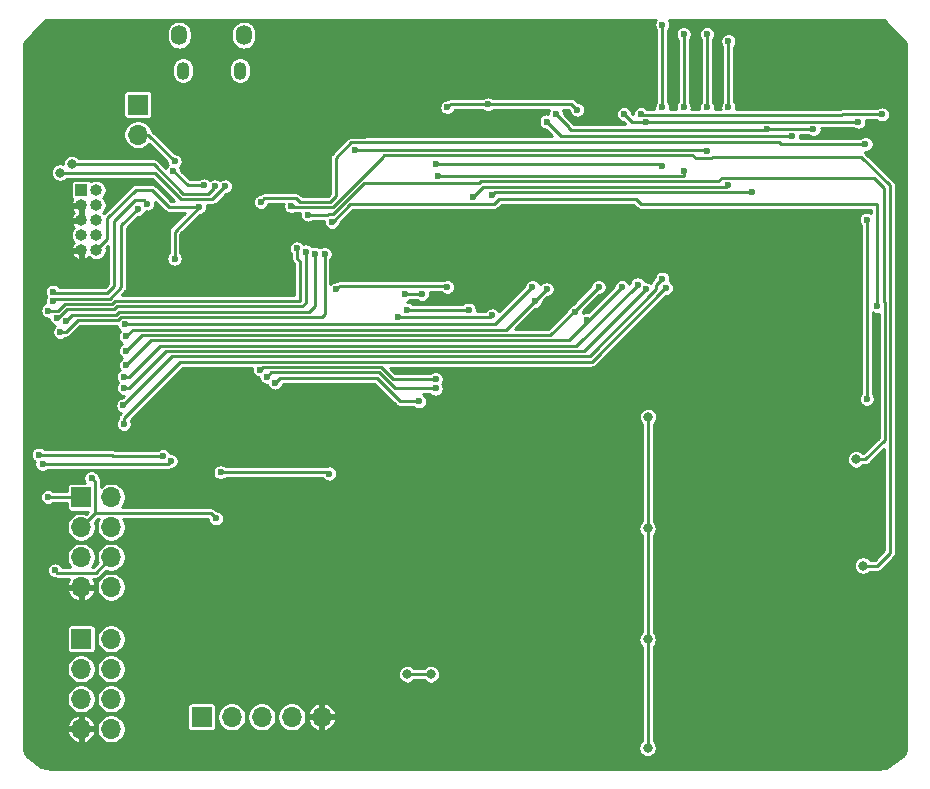
<source format=gbr>
%TF.GenerationSoftware,KiCad,Pcbnew,5.1.6~rc1+dfsg1-1+b1*%
%TF.CreationDate,2020-05-12T21:29:27-07:00*%
%TF.ProjectId,target_board,74617267-6574-45f6-926f-6172642e6b69,rev?*%
%TF.SameCoordinates,Original*%
%TF.FileFunction,Copper,L2,Bot*%
%TF.FilePolarity,Positive*%
%FSLAX46Y46*%
G04 Gerber Fmt 4.6, Leading zero omitted, Abs format (unit mm)*
G04 Created by KiCad (PCBNEW 5.1.6~rc1+dfsg1-1+b1) date 2020-05-12 21:29:27*
%MOMM*%
%LPD*%
G01*
G04 APERTURE LIST*
%TA.AperFunction,ComponentPad*%
%ADD10O,1.100000X1.500000*%
%TD*%
%TA.AperFunction,ComponentPad*%
%ADD11O,1.350000X1.700000*%
%TD*%
%TA.AperFunction,ComponentPad*%
%ADD12R,1.700000X1.700000*%
%TD*%
%TA.AperFunction,ComponentPad*%
%ADD13O,1.700000X1.700000*%
%TD*%
%TA.AperFunction,ComponentPad*%
%ADD14R,1.000000X1.000000*%
%TD*%
%TA.AperFunction,ComponentPad*%
%ADD15O,1.000000X1.000000*%
%TD*%
%TA.AperFunction,ViaPad*%
%ADD16C,1.200000*%
%TD*%
%TA.AperFunction,ViaPad*%
%ADD17C,0.800000*%
%TD*%
%TA.AperFunction,ViaPad*%
%ADD18C,0.600000*%
%TD*%
%TA.AperFunction,Conductor*%
%ADD19C,0.250000*%
%TD*%
%TA.AperFunction,Conductor*%
%ADD20C,0.254000*%
%TD*%
G04 APERTURE END LIST*
D10*
%TO.P,J1,6*%
%TO.N,Net-(J1-Pad6)*%
X47445000Y-41885000D03*
X42605000Y-41885000D03*
D11*
X47755000Y-38885000D03*
X42295000Y-38885000D03*
%TD*%
D12*
%TO.P,J3,1*%
%TO.N,VCC*%
X44200000Y-96600000D03*
D13*
%TO.P,J3,2*%
%TO.N,/UART1_TX*%
X46740000Y-96600000D03*
%TO.P,J3,3*%
%TO.N,/UART1_RX*%
X49280000Y-96600000D03*
%TO.P,J3,4*%
%TO.N,/NRST*%
X51820000Y-96600000D03*
%TO.P,J3,5*%
%TO.N,GND*%
X54360000Y-96600000D03*
%TD*%
D14*
%TO.P,J5,1*%
%TO.N,VCC*%
X34000000Y-52000000D03*
D15*
%TO.P,J5,2*%
%TO.N,/SWDIO*%
X35270000Y-52000000D03*
%TO.P,J5,3*%
%TO.N,GND*%
X34000000Y-53270000D03*
%TO.P,J5,4*%
%TO.N,/SWCLK*%
X35270000Y-53270000D03*
%TO.P,J5,5*%
%TO.N,GND*%
X34000000Y-54540000D03*
%TO.P,J5,6*%
%TO.N,Net-(J5-Pad6)*%
X35270000Y-54540000D03*
%TO.P,J5,7*%
%TO.N,Net-(J5-Pad7)*%
X34000000Y-55810000D03*
%TO.P,J5,8*%
%TO.N,Net-(J5-Pad8)*%
X35270000Y-55810000D03*
%TO.P,J5,9*%
%TO.N,GND*%
X34000000Y-57080000D03*
%TO.P,J5,10*%
%TO.N,/NRST*%
X35270000Y-57080000D03*
%TD*%
D12*
%TO.P,J6,1*%
%TO.N,VCC*%
X38800000Y-44760000D03*
D13*
%TO.P,J6,2*%
%TO.N,/BOOT0*%
X38800000Y-47300000D03*
%TD*%
%TO.P,J2,8*%
%TO.N,/MOSI*%
X36540000Y-85620000D03*
%TO.P,J2,7*%
%TO.N,GND*%
X34000000Y-85620000D03*
%TO.P,J2,6*%
%TO.N,/SCK*%
X36540000Y-83080000D03*
%TO.P,J2,5*%
%TO.N,/~WP*%
X34000000Y-83080000D03*
%TO.P,J2,4*%
%TO.N,Net-(J2-Pad4)*%
X36540000Y-80540000D03*
%TO.P,J2,3*%
%TO.N,/MISO*%
X34000000Y-80540000D03*
%TO.P,J2,2*%
%TO.N,VCC*%
X36540000Y-78000000D03*
D12*
%TO.P,J2,1*%
%TO.N,/~CS*%
X34000000Y-78000000D03*
%TD*%
%TO.P,J4,1*%
%TO.N,Net-(J4-Pad1)*%
X34000000Y-90000000D03*
D13*
%TO.P,J4,2*%
%TO.N,VCC*%
X36540000Y-90000000D03*
%TO.P,J4,3*%
%TO.N,Net-(J4-Pad3)*%
X34000000Y-92540000D03*
%TO.P,J4,4*%
%TO.N,Net-(J4-Pad4)*%
X36540000Y-92540000D03*
%TO.P,J4,5*%
%TO.N,Net-(J4-Pad5)*%
X34000000Y-95080000D03*
%TO.P,J4,6*%
%TO.N,/SCL*%
X36540000Y-95080000D03*
%TO.P,J4,7*%
%TO.N,GND*%
X34000000Y-97620000D03*
%TO.P,J4,8*%
%TO.N,/SDA*%
X36540000Y-97620000D03*
%TD*%
D16*
%TO.N,GND*%
X49400000Y-46000000D03*
X43600000Y-43600000D03*
X55262500Y-48200000D03*
D17*
X43400000Y-56800000D03*
X50400000Y-41800000D03*
X38400000Y-55400000D03*
X44800000Y-60575010D03*
X52800000Y-73200000D03*
X43800000Y-69600000D03*
X45800000Y-92000000D03*
X45795652Y-82062510D03*
D18*
X58000000Y-89600000D03*
D17*
X52800000Y-52225000D03*
X48436655Y-52261655D03*
D18*
X35600000Y-46400000D03*
%TO.N,/NRST*%
X44000000Y-53425000D03*
X41900000Y-57800000D03*
X45800000Y-75900000D03*
X55000000Y-76000000D03*
%TO.N,/~CS*%
X52254442Y-56945558D03*
X31225000Y-62200000D03*
X31175030Y-78000000D03*
%TO.N,/MISO*%
X45400000Y-79800000D03*
X53800000Y-57400000D03*
X32723868Y-63046437D03*
X34875000Y-76400000D03*
%TO.N,/MOSI*%
X54600003Y-57400000D03*
X32225050Y-64000000D03*
%TO.N,/SCK*%
X53011566Y-57203947D03*
X31930885Y-62825000D03*
X31775040Y-84200000D03*
D17*
%TO.N,/UART1_TX*%
X32200000Y-50525000D03*
D18*
X46194492Y-51689393D03*
D17*
%TO.N,/UART1_RX*%
X33200000Y-49800000D03*
D18*
X45300000Y-51700001D03*
%TO.N,/SCL*%
X39600000Y-53149981D03*
X31600000Y-60600000D03*
X30400000Y-74400000D03*
X40900000Y-74500000D03*
%TO.N,/SDA*%
X38800001Y-53599989D03*
X31600000Y-61400000D03*
X30725020Y-75200000D03*
X41565642Y-74943761D03*
%TO.N,/SWDIO*%
X44400000Y-51600000D03*
X41800000Y-50400000D03*
%TO.N,/BOOT0*%
X41916300Y-49567584D03*
%TO.N,Net-(Q1-Pad2)*%
X65000000Y-45000000D03*
X76000000Y-45200000D03*
X55600000Y-60400000D03*
X65000000Y-60200000D03*
X68446943Y-44746943D03*
%TO.N,Net-(Q2-Pad2)*%
X87000000Y-45000000D03*
X87000000Y-38800000D03*
X57175010Y-48600000D03*
X87000000Y-48700000D03*
%TO.N,/B0*%
X37714762Y-63375030D03*
X72200000Y-60200000D03*
%TO.N,/B1*%
X37800000Y-64400000D03*
X73400000Y-60400000D03*
X72400000Y-61400000D03*
%TO.N,/B2*%
X37800000Y-65600000D03*
X77800000Y-60200000D03*
X75800000Y-62324999D03*
%TO.N,/B3*%
X37800000Y-66800000D03*
X79800000Y-60200000D03*
X76800000Y-63000000D03*
%TO.N,/B4*%
X37600000Y-67800000D03*
X81400000Y-45575000D03*
X101800000Y-45600000D03*
X81100000Y-60000000D03*
%TO.N,/B5*%
X37619084Y-68743700D03*
X79975000Y-45575000D03*
X99800000Y-46200000D03*
X81792821Y-60400001D03*
X81831244Y-46250001D03*
%TO.N,/B6*%
X37564308Y-70235692D03*
X74200000Y-45600000D03*
X96000000Y-46825000D03*
X92100010Y-46825000D03*
X83200000Y-59500000D03*
%TO.N,/B7*%
X37600000Y-71800000D03*
X73400000Y-46200000D03*
X94200000Y-47450000D03*
X83500000Y-60300000D03*
%TO.N,/A0*%
X62850001Y-60800000D03*
X61400000Y-60800000D03*
X64000000Y-49800000D03*
X83200000Y-50000000D03*
%TO.N,/A1*%
X64200000Y-50800000D03*
X85000000Y-50400000D03*
%TO.N,/A2*%
X61600000Y-62125030D03*
X66800000Y-62125030D03*
X88800000Y-51575000D03*
X67200000Y-52575000D03*
%TO.N,/A3*%
X60800000Y-62750030D03*
X68800000Y-62600000D03*
X68800000Y-52400000D03*
X90800000Y-52200000D03*
%TO.N,/A5*%
X88800000Y-39400000D03*
X88800000Y-45000000D03*
%TO.N,/A6*%
X85000000Y-38800000D03*
X85000000Y-45000000D03*
%TO.N,/A7*%
X83200000Y-38000000D03*
X83200000Y-45000000D03*
%TO.N,/COL1*%
X49700000Y-67800000D03*
X64000000Y-68800003D03*
%TO.N,/ROW1*%
X55239492Y-54688020D03*
X101400000Y-61800000D03*
%TO.N,/ROW2*%
X53200000Y-54074980D03*
D17*
X99600000Y-74800000D03*
D18*
%TO.N,/ROW3*%
X51800000Y-53375000D03*
D17*
X100200000Y-83800000D03*
D18*
%TO.N,/ROW4*%
X50400000Y-68300000D03*
X62600000Y-69900000D03*
D17*
X61600000Y-93000000D03*
X63600000Y-93000000D03*
D18*
%TO.N,/COL2*%
X49124990Y-67200000D03*
X64000000Y-68000000D03*
D17*
X82000000Y-71200000D03*
X81950000Y-80650000D03*
X81950000Y-90050000D03*
X81950000Y-99250000D03*
D18*
%TO.N,/COL3*%
X49200000Y-53000000D03*
X100400000Y-48100000D03*
X100500000Y-54500000D03*
X100500000Y-69700000D03*
%TD*%
D19*
%TO.N,/NRST*%
X44000000Y-53425000D02*
X41425000Y-53425000D01*
X41425000Y-53425000D02*
X40000000Y-52000000D01*
X40000000Y-52000000D02*
X38600000Y-52000000D01*
X38600000Y-52000000D02*
X36200000Y-54400000D01*
X36200000Y-56150000D02*
X35270000Y-57080000D01*
X36200000Y-54400000D02*
X36200000Y-56150000D01*
X41900000Y-55525000D02*
X41900000Y-57800000D01*
X44000000Y-53425000D02*
X41900000Y-55525000D01*
X54900000Y-75900000D02*
X55000000Y-76000000D01*
X45800000Y-75900000D02*
X54900000Y-75900000D01*
%TO.N,/~CS*%
X36836410Y-61400000D02*
X36586400Y-61650010D01*
X36586400Y-61650010D02*
X32600000Y-61650010D01*
X32050010Y-62200000D02*
X31225000Y-62200000D01*
X32600000Y-61650010D02*
X32050010Y-62200000D01*
X31175030Y-78000000D02*
X34000000Y-78000000D01*
X52500000Y-61400000D02*
X47700000Y-61400000D01*
X52561556Y-61338444D02*
X52500000Y-61400000D01*
X52561556Y-58061556D02*
X52561556Y-61338444D01*
X52254442Y-57754442D02*
X52561556Y-58061556D01*
X52254442Y-56945558D02*
X52254442Y-57754442D01*
X47700000Y-61400000D02*
X36836410Y-61400000D01*
X48000000Y-61400000D02*
X47700000Y-61400000D01*
%TO.N,/MISO*%
X35175001Y-79364999D02*
X34000000Y-80540000D01*
X44964999Y-79364999D02*
X35175001Y-79364999D01*
X45400000Y-79800000D02*
X44964999Y-79364999D01*
X53800000Y-57400000D02*
X53800000Y-57340515D01*
X35175001Y-76700001D02*
X35175001Y-79364999D01*
X34875000Y-76400000D02*
X35175001Y-76700001D01*
X33220275Y-62550030D02*
X32723868Y-63046437D01*
X36959200Y-62550030D02*
X33220275Y-62550030D01*
X37209210Y-62300020D02*
X36959200Y-62550030D01*
X53299980Y-62300020D02*
X37209210Y-62300020D01*
X53800000Y-61800000D02*
X53299980Y-62300020D01*
X53800000Y-57400000D02*
X53800000Y-61800000D01*
%TO.N,/MOSI*%
X37145601Y-63000039D02*
X37395610Y-62750030D01*
X33695267Y-63000040D02*
X37145601Y-63000039D01*
X32695307Y-64000000D02*
X33695267Y-63000040D01*
X32225050Y-64000000D02*
X32695307Y-64000000D01*
X54600003Y-57400000D02*
X54600003Y-62499997D01*
X54349970Y-62750030D02*
X49549970Y-62750030D01*
X54600003Y-62499997D02*
X54349970Y-62750030D01*
X49549970Y-62750030D02*
X49674237Y-62750030D01*
X37395610Y-62750030D02*
X49549970Y-62750030D01*
%TO.N,/SCK*%
X37022810Y-61850010D02*
X36772800Y-62100020D01*
X36772800Y-62100020D02*
X32786400Y-62100020D01*
X32061420Y-62825000D02*
X31930885Y-62825000D01*
X32786400Y-62100020D02*
X32061420Y-62825000D01*
X31775040Y-84200000D02*
X31975040Y-84400000D01*
X35220000Y-84400000D02*
X36540000Y-83080000D01*
X31975040Y-84400000D02*
X35220000Y-84400000D01*
X53011566Y-57203947D02*
X53011566Y-61538444D01*
X52700000Y-61850010D02*
X48049990Y-61850010D01*
X53011566Y-61538444D02*
X52700000Y-61850010D01*
X48049990Y-61850010D02*
X37022810Y-61850010D01*
X48186400Y-61850010D02*
X48049990Y-61850010D01*
%TO.N,/UART1_TX*%
X45083886Y-52799999D02*
X42490587Y-52799999D01*
X46194492Y-51689393D02*
X45083886Y-52799999D01*
X42490587Y-52799999D02*
X40215588Y-50525000D01*
X39225000Y-50525000D02*
X32200000Y-50525000D01*
X40215588Y-50525000D02*
X39225000Y-50525000D01*
X39488590Y-50525000D02*
X39225000Y-50525000D01*
%TO.N,/UART1_RX*%
X39400000Y-49800000D02*
X33200000Y-49800000D01*
X40126998Y-49800000D02*
X39400000Y-49800000D01*
X42651999Y-52325001D02*
X40126998Y-49800000D01*
X44748001Y-52325001D02*
X42651999Y-52325001D01*
X45125001Y-51875000D02*
X45125001Y-51948001D01*
X45125001Y-51948001D02*
X44748001Y-52325001D01*
X45300000Y-51700001D02*
X45125001Y-51875000D01*
%TO.N,/SCL*%
X39300001Y-52849982D02*
X38550018Y-52849982D01*
X39600000Y-53149981D02*
X39300001Y-52849982D01*
X36800000Y-60163590D02*
X36213600Y-60749990D01*
X36800000Y-54600000D02*
X36800000Y-60163590D01*
X38550018Y-52849982D02*
X36800000Y-54600000D01*
X36213600Y-60749990D02*
X31800000Y-60749990D01*
X31749990Y-60749990D02*
X31600000Y-60600000D01*
X31800000Y-60749990D02*
X31749990Y-60749990D01*
X30400000Y-74400000D02*
X36600000Y-74400000D01*
X36700000Y-74500000D02*
X36600000Y-74400000D01*
X40900000Y-74500000D02*
X36700000Y-74500000D01*
%TO.N,/SDA*%
X38800001Y-53599989D02*
X37400000Y-54999990D01*
X37400000Y-54999990D02*
X37400000Y-60200000D01*
X37400000Y-60200000D02*
X36400000Y-61200000D01*
X36400000Y-61200000D02*
X31800000Y-61200000D01*
X36400000Y-75200003D02*
X33400003Y-75200003D01*
X31800000Y-61200000D02*
X31600000Y-61400000D01*
X33400003Y-75200003D02*
X31400003Y-75200003D01*
X31400000Y-75200000D02*
X31400003Y-75200003D01*
X30725020Y-75200000D02*
X31400000Y-75200000D01*
X41309400Y-75200003D02*
X41565642Y-74943761D01*
X36400000Y-75200003D02*
X41309400Y-75200003D01*
%TO.N,/SWDIO*%
X43000000Y-51600000D02*
X41800000Y-50400000D01*
X44400000Y-51600000D02*
X43000000Y-51600000D01*
%TO.N,/BOOT0*%
X39648716Y-47300000D02*
X38800000Y-47300000D01*
X41916300Y-49567584D02*
X39648716Y-47300000D01*
%TO.N,Net-(Q1-Pad2)*%
X75500001Y-44700001D02*
X76000000Y-45200000D01*
X65299999Y-44700001D02*
X75500001Y-44700001D01*
X65000000Y-45000000D02*
X65299999Y-44700001D01*
X64900001Y-60100001D02*
X65000000Y-60200000D01*
X55899999Y-60100001D02*
X64900001Y-60100001D01*
X55600000Y-60400000D02*
X55899999Y-60100001D01*
%TO.N,Net-(Q2-Pad2)*%
X87000000Y-45000000D02*
X87000000Y-38800000D01*
X57175010Y-48600000D02*
X86800000Y-48600000D01*
%TO.N,/B0*%
X69024970Y-63375030D02*
X72200000Y-60200000D01*
X37714762Y-63375030D02*
X69024970Y-63375030D01*
%TO.N,/B1*%
X37800000Y-64400000D02*
X38374960Y-63825040D01*
X38374960Y-63825040D02*
X69974960Y-63825040D01*
X72300000Y-61500000D02*
X72400000Y-61400000D01*
X69974960Y-63825040D02*
X72300000Y-61500000D01*
X72300000Y-61500000D02*
X73400000Y-60400000D01*
%TO.N,/B2*%
X37800000Y-65600000D02*
X39124950Y-64275050D01*
X39124950Y-64275050D02*
X73724950Y-64275050D01*
X75800000Y-62200000D02*
X75800000Y-62324999D01*
X73724950Y-64275050D02*
X75800000Y-62200000D01*
X75800000Y-62200000D02*
X77800000Y-60200000D01*
%TO.N,/B3*%
X37800000Y-66800000D02*
X39874940Y-64725060D01*
X39874940Y-64725060D02*
X75274940Y-64725060D01*
X76900000Y-63100000D02*
X76800000Y-63000000D01*
X75274940Y-64725060D02*
X76900000Y-63100000D01*
X76900000Y-63100000D02*
X79800000Y-60200000D01*
%TO.N,/B4*%
X38024264Y-67800000D02*
X40649194Y-65175070D01*
X37600000Y-67800000D02*
X38024264Y-67800000D01*
X40649194Y-65175070D02*
X75749932Y-65175070D01*
X81450001Y-45625001D02*
X98374999Y-45625001D01*
X81400000Y-45575000D02*
X81450001Y-45625001D01*
X101774999Y-45574999D02*
X101800000Y-45600000D01*
X98425001Y-45574999D02*
X101774999Y-45574999D01*
X98374999Y-45625001D02*
X98425001Y-45574999D01*
X75924930Y-65175070D02*
X81100000Y-60000000D01*
X75749932Y-65175070D02*
X75924930Y-65175070D01*
%TO.N,/B5*%
X38043348Y-68743700D02*
X41161968Y-65625080D01*
X37619084Y-68743700D02*
X38043348Y-68743700D01*
X41161968Y-65625080D02*
X75936333Y-65625079D01*
X79975000Y-45575000D02*
X80600000Y-46200000D01*
X80600000Y-46200000D02*
X98600000Y-46200000D01*
X98600000Y-46200000D02*
X99800000Y-46200000D01*
X75936333Y-65625079D02*
X76399923Y-65625079D01*
X76567743Y-65625079D02*
X81792821Y-60400001D01*
X76399923Y-65625079D02*
X76567743Y-65625079D01*
%TO.N,/B6*%
X37564308Y-70235692D02*
X41724912Y-66075088D01*
X41724912Y-66075088D02*
X76122734Y-66075088D01*
X75300000Y-46700000D02*
X75425000Y-46825000D01*
X74200000Y-45600000D02*
X75300000Y-46700000D01*
X82700000Y-60417824D02*
X82700000Y-60300000D01*
X77042736Y-66075088D02*
X82700000Y-60417824D01*
X76122734Y-66075088D02*
X77042736Y-66075088D01*
X92524274Y-46825000D02*
X92100010Y-46825000D01*
X96000000Y-46825000D02*
X92524274Y-46825000D01*
X75475002Y-46875002D02*
X74200000Y-45600000D01*
X92050008Y-46875002D02*
X75475002Y-46875002D01*
X92100010Y-46825000D02*
X92050008Y-46875002D01*
X82700000Y-60417824D02*
X82700000Y-60000000D01*
X82700000Y-60000000D02*
X83200000Y-59500000D01*
%TO.N,/B7*%
X37600000Y-71800000D02*
X37600000Y-71325098D01*
X37600000Y-71325098D02*
X42400000Y-66525098D01*
X42400000Y-66525098D02*
X76309135Y-66525097D01*
X74650000Y-47450000D02*
X94200000Y-47450000D01*
X73400000Y-46200000D02*
X74650000Y-47450000D01*
X83454234Y-60300000D02*
X83500000Y-60300000D01*
X77229137Y-66525097D02*
X83454234Y-60300000D01*
X76309135Y-66525097D02*
X77229137Y-66525097D01*
%TO.N,/A0*%
X62850001Y-60800000D02*
X61400000Y-60800000D01*
X83000000Y-49800000D02*
X83200000Y-50000000D01*
X64000000Y-49800000D02*
X83000000Y-49800000D01*
%TO.N,/A1*%
X64200000Y-50800000D02*
X85025000Y-50800000D01*
X85025000Y-50425000D02*
X85000000Y-50400000D01*
X85025000Y-50800000D02*
X85025000Y-50425000D01*
%TO.N,/A2*%
X61600000Y-62125030D02*
X66800000Y-62125030D01*
X88775000Y-51600000D02*
X88800000Y-51575000D01*
X67200000Y-52575000D02*
X68025010Y-51749990D01*
X88625010Y-51749990D02*
X88800000Y-51575000D01*
X68025010Y-51749990D02*
X88625010Y-51749990D01*
%TO.N,/A3*%
X68649970Y-62750030D02*
X68800000Y-62600000D01*
X60800000Y-62750030D02*
X68649970Y-62750030D01*
X69000000Y-52200000D02*
X90800000Y-52200000D01*
X68800000Y-52400000D02*
X69000000Y-52200000D01*
%TO.N,/A5*%
X88800000Y-39400000D02*
X88800000Y-45000000D01*
%TO.N,/A6*%
X85000000Y-38800000D02*
X85000000Y-45000000D01*
%TO.N,/A7*%
X83200000Y-38000000D02*
X83200000Y-45000000D01*
%TO.N,/COL1*%
X49700000Y-67800000D02*
X50074884Y-67425116D01*
X60563593Y-68800003D02*
X64000000Y-68800003D01*
X59188706Y-67425116D02*
X60563593Y-68800003D01*
X50074884Y-67425116D02*
X59188706Y-67425116D01*
%TO.N,/ROW1*%
X69400013Y-52724989D02*
X68925002Y-53200000D01*
X56800000Y-53200000D02*
X55311980Y-54688020D01*
X101400000Y-61800000D02*
X101400000Y-53200000D01*
X55311980Y-54688020D02*
X55239492Y-54688020D01*
X101400000Y-53200000D02*
X81434232Y-53200000D01*
X81434232Y-53200000D02*
X80959221Y-52724989D01*
X80959221Y-52724989D02*
X69400013Y-52724989D01*
X68925002Y-53200000D02*
X56800000Y-53200000D01*
%TO.N,/ROW2*%
X57938589Y-51425001D02*
X66574999Y-51425001D01*
X67713589Y-51425001D02*
X67888580Y-51250010D01*
X66574999Y-51425001D02*
X67713589Y-51425001D01*
X67888580Y-51250010D02*
X84400000Y-51250010D01*
X84400000Y-51250010D02*
X87949990Y-51250010D01*
X88250001Y-50949999D02*
X101149999Y-50949999D01*
X87949990Y-51250010D02*
X88250001Y-50949999D01*
X101149999Y-50949999D02*
X102000000Y-51800000D01*
X102025001Y-61499999D02*
X102025001Y-72574999D01*
X102000000Y-61474998D02*
X102025001Y-61499999D01*
X102000000Y-51800000D02*
X102000000Y-61474998D01*
X53200000Y-54074980D02*
X54925020Y-54074980D01*
X55300571Y-54063019D02*
X55781795Y-53581795D01*
X54936981Y-54063019D02*
X55300571Y-54063019D01*
X54925020Y-54074980D02*
X54936981Y-54063019D01*
X55781795Y-53581795D02*
X57938589Y-51425001D01*
X55463600Y-53899990D02*
X55781795Y-53581795D01*
X102025001Y-72574999D02*
X102025001Y-73174999D01*
X100400000Y-74800000D02*
X99600000Y-74800000D01*
X102025001Y-73174999D02*
X100400000Y-74800000D01*
%TO.N,/ROW3*%
X51800000Y-53375000D02*
X51975000Y-53375000D01*
X102450010Y-53000000D02*
X102475011Y-53025001D01*
X102475011Y-53025001D02*
X102475011Y-82724989D01*
X102450010Y-51613600D02*
X102450010Y-53000000D01*
X51874980Y-53449980D02*
X55277200Y-53449980D01*
X100011409Y-49174999D02*
X102450010Y-51613600D01*
X51800000Y-53375000D02*
X51874980Y-53449980D01*
X86025001Y-49325001D02*
X85750010Y-49050010D01*
X87300001Y-49325001D02*
X86025001Y-49325001D01*
X87450003Y-49174999D02*
X87300001Y-49325001D01*
X100011409Y-49174999D02*
X87450003Y-49174999D01*
X59677170Y-49050010D02*
X59463590Y-49263590D01*
X59463590Y-49263590D02*
X59552181Y-49174999D01*
X85750010Y-49050010D02*
X59677170Y-49050010D01*
X55277200Y-53449980D02*
X59463590Y-49263590D01*
X101400000Y-83800000D02*
X100200000Y-83800000D01*
X102475011Y-82724989D02*
X101400000Y-83800000D01*
%TO.N,/ROW4*%
X50400000Y-68300000D02*
X50800000Y-67900000D01*
X50800000Y-67900000D02*
X59027180Y-67900000D01*
X61027180Y-69900000D02*
X62600000Y-69900000D01*
X59027180Y-67900000D02*
X61027180Y-69900000D01*
X61600000Y-93000000D02*
X63600000Y-93000000D01*
%TO.N,/COL2*%
X49124990Y-67200000D02*
X49349884Y-66975106D01*
X49349884Y-66975106D02*
X59375106Y-66975106D01*
X59375106Y-66975106D02*
X60400000Y-68000000D01*
X60400000Y-68000000D02*
X64000000Y-68000000D01*
X82000000Y-80600000D02*
X81950000Y-80650000D01*
X82000000Y-71200000D02*
X82000000Y-80600000D01*
X81950000Y-80650000D02*
X81950000Y-90050000D01*
X81950000Y-90050000D02*
X81950000Y-99250000D01*
%TO.N,/COL3*%
X52201999Y-52700001D02*
X52501968Y-52999970D01*
X49499999Y-52700001D02*
X52201999Y-52700001D01*
X49200000Y-53000000D02*
X49499999Y-52700001D01*
X52501968Y-52999970D02*
X55090800Y-52999970D01*
X55090800Y-52999970D02*
X55545385Y-52545385D01*
X56875009Y-47974999D02*
X58174999Y-47974999D01*
X55545385Y-49304623D02*
X56875009Y-47974999D01*
X55545385Y-52545385D02*
X55545385Y-49304623D01*
X58174999Y-47974999D02*
X58249998Y-47900000D01*
X58249998Y-47900000D02*
X86000000Y-47900000D01*
X86000000Y-47900000D02*
X93100000Y-47900000D01*
X93275001Y-48075001D02*
X100475001Y-48075001D01*
X93100000Y-47900000D02*
X93275001Y-48075001D01*
X100424999Y-48075001D02*
X100400000Y-48100000D01*
X100475001Y-48075001D02*
X100424999Y-48075001D01*
X100500000Y-54500000D02*
X100500000Y-69700000D01*
%TD*%
D20*
%TO.N,GND*%
G36*
X82596506Y-37677426D02*
G01*
X82545171Y-37801360D01*
X82519000Y-37932927D01*
X82519000Y-38067073D01*
X82545171Y-38198640D01*
X82596506Y-38322574D01*
X82671033Y-38434112D01*
X82694000Y-38457079D01*
X82694001Y-44542920D01*
X82671033Y-44565888D01*
X82596506Y-44677426D01*
X82545171Y-44801360D01*
X82519000Y-44932927D01*
X82519000Y-45067073D01*
X82529329Y-45119001D01*
X81907080Y-45119001D01*
X81834112Y-45046033D01*
X81722574Y-44971506D01*
X81598640Y-44920171D01*
X81467073Y-44894000D01*
X81332927Y-44894000D01*
X81201360Y-44920171D01*
X81077426Y-44971506D01*
X80965888Y-45046033D01*
X80871033Y-45140888D01*
X80796506Y-45252426D01*
X80745171Y-45376360D01*
X80719000Y-45507927D01*
X80719000Y-45603408D01*
X80656000Y-45540408D01*
X80656000Y-45507927D01*
X80629829Y-45376360D01*
X80578494Y-45252426D01*
X80503967Y-45140888D01*
X80409112Y-45046033D01*
X80297574Y-44971506D01*
X80173640Y-44920171D01*
X80042073Y-44894000D01*
X79907927Y-44894000D01*
X79776360Y-44920171D01*
X79652426Y-44971506D01*
X79540888Y-45046033D01*
X79446033Y-45140888D01*
X79371506Y-45252426D01*
X79320171Y-45376360D01*
X79294000Y-45507927D01*
X79294000Y-45642073D01*
X79320171Y-45773640D01*
X79371506Y-45897574D01*
X79446033Y-46009112D01*
X79540888Y-46103967D01*
X79652426Y-46178494D01*
X79776360Y-46229829D01*
X79907927Y-46256000D01*
X79940408Y-46256000D01*
X80053410Y-46369002D01*
X75684594Y-46369002D01*
X75193018Y-45877426D01*
X74881000Y-45565409D01*
X74881000Y-45532927D01*
X74854829Y-45401360D01*
X74803494Y-45277426D01*
X74755770Y-45206001D01*
X75290410Y-45206001D01*
X75319000Y-45234591D01*
X75319000Y-45267073D01*
X75345171Y-45398640D01*
X75396506Y-45522574D01*
X75471033Y-45634112D01*
X75565888Y-45728967D01*
X75677426Y-45803494D01*
X75801360Y-45854829D01*
X75932927Y-45881000D01*
X76067073Y-45881000D01*
X76198640Y-45854829D01*
X76322574Y-45803494D01*
X76434112Y-45728967D01*
X76528967Y-45634112D01*
X76603494Y-45522574D01*
X76654829Y-45398640D01*
X76681000Y-45267073D01*
X76681000Y-45132927D01*
X76654829Y-45001360D01*
X76603494Y-44877426D01*
X76528967Y-44765888D01*
X76434112Y-44671033D01*
X76322574Y-44596506D01*
X76198640Y-44545171D01*
X76067073Y-44519000D01*
X76034591Y-44519000D01*
X75875377Y-44359786D01*
X75859528Y-44340474D01*
X75782480Y-44277242D01*
X75694576Y-44230256D01*
X75599194Y-44201323D01*
X75524855Y-44194001D01*
X75524847Y-44194001D01*
X75500001Y-44191554D01*
X75475155Y-44194001D01*
X68845174Y-44194001D01*
X68769517Y-44143449D01*
X68645583Y-44092114D01*
X68514016Y-44065943D01*
X68379870Y-44065943D01*
X68248303Y-44092114D01*
X68124369Y-44143449D01*
X68048712Y-44194001D01*
X65324853Y-44194001D01*
X65299999Y-44191553D01*
X65275145Y-44194001D01*
X65200806Y-44201323D01*
X65105424Y-44230256D01*
X65017520Y-44277242D01*
X64966638Y-44319000D01*
X64932927Y-44319000D01*
X64801360Y-44345171D01*
X64677426Y-44396506D01*
X64565888Y-44471033D01*
X64471033Y-44565888D01*
X64396506Y-44677426D01*
X64345171Y-44801360D01*
X64319000Y-44932927D01*
X64319000Y-45067073D01*
X64345171Y-45198640D01*
X64396506Y-45322574D01*
X64471033Y-45434112D01*
X64565888Y-45528967D01*
X64677426Y-45603494D01*
X64801360Y-45654829D01*
X64932927Y-45681000D01*
X65067073Y-45681000D01*
X65198640Y-45654829D01*
X65322574Y-45603494D01*
X65434112Y-45528967D01*
X65528967Y-45434112D01*
X65603494Y-45322574D01*
X65651780Y-45206001D01*
X67942922Y-45206001D01*
X68012831Y-45275910D01*
X68124369Y-45350437D01*
X68248303Y-45401772D01*
X68379870Y-45427943D01*
X68514016Y-45427943D01*
X68645583Y-45401772D01*
X68769517Y-45350437D01*
X68881055Y-45275910D01*
X68950964Y-45206001D01*
X73644230Y-45206001D01*
X73596506Y-45277426D01*
X73545171Y-45401360D01*
X73519688Y-45529466D01*
X73467073Y-45519000D01*
X73332927Y-45519000D01*
X73201360Y-45545171D01*
X73077426Y-45596506D01*
X72965888Y-45671033D01*
X72871033Y-45765888D01*
X72796506Y-45877426D01*
X72745171Y-46001360D01*
X72719000Y-46132927D01*
X72719000Y-46267073D01*
X72745171Y-46398640D01*
X72796506Y-46522574D01*
X72871033Y-46634112D01*
X72965888Y-46728967D01*
X73077426Y-46803494D01*
X73201360Y-46854829D01*
X73332927Y-46881000D01*
X73365409Y-46881000D01*
X73878408Y-47394000D01*
X58274852Y-47394000D01*
X58249998Y-47391552D01*
X58225144Y-47394000D01*
X58150805Y-47401322D01*
X58055423Y-47430255D01*
X57982939Y-47468999D01*
X56899854Y-47468999D01*
X56875008Y-47466552D01*
X56850162Y-47468999D01*
X56850155Y-47468999D01*
X56785703Y-47475347D01*
X56775815Y-47476321D01*
X56764251Y-47479829D01*
X56680434Y-47505254D01*
X56592530Y-47552240D01*
X56515482Y-47615472D01*
X56499638Y-47634778D01*
X55205165Y-48929252D01*
X55185859Y-48945096D01*
X55122627Y-49022144D01*
X55116230Y-49034112D01*
X55075640Y-49110049D01*
X55046707Y-49205431D01*
X55036938Y-49304623D01*
X55039386Y-49329479D01*
X55039385Y-52335793D01*
X54881209Y-52493970D01*
X52711559Y-52493970D01*
X52577375Y-52359786D01*
X52561526Y-52340474D01*
X52484478Y-52277242D01*
X52396574Y-52230256D01*
X52301192Y-52201323D01*
X52226853Y-52194001D01*
X52226845Y-52194001D01*
X52201999Y-52191554D01*
X52177153Y-52194001D01*
X49524853Y-52194001D01*
X49499999Y-52191553D01*
X49475145Y-52194001D01*
X49400806Y-52201323D01*
X49305424Y-52230256D01*
X49217520Y-52277242D01*
X49166638Y-52319000D01*
X49132927Y-52319000D01*
X49001360Y-52345171D01*
X48877426Y-52396506D01*
X48765888Y-52471033D01*
X48671033Y-52565888D01*
X48596506Y-52677426D01*
X48545171Y-52801360D01*
X48519000Y-52932927D01*
X48519000Y-53067073D01*
X48545171Y-53198640D01*
X48596506Y-53322574D01*
X48671033Y-53434112D01*
X48765888Y-53528967D01*
X48877426Y-53603494D01*
X49001360Y-53654829D01*
X49132927Y-53681000D01*
X49267073Y-53681000D01*
X49398640Y-53654829D01*
X49522574Y-53603494D01*
X49634112Y-53528967D01*
X49728967Y-53434112D01*
X49803494Y-53322574D01*
X49851780Y-53206001D01*
X51139275Y-53206001D01*
X51119000Y-53307927D01*
X51119000Y-53442073D01*
X51145171Y-53573640D01*
X51196506Y-53697574D01*
X51271033Y-53809112D01*
X51365888Y-53903967D01*
X51477426Y-53978494D01*
X51601360Y-54029829D01*
X51732927Y-54056000D01*
X51867073Y-54056000D01*
X51998640Y-54029829D01*
X52122574Y-53978494D01*
X52156269Y-53955980D01*
X52529329Y-53955980D01*
X52519000Y-54007907D01*
X52519000Y-54142053D01*
X52545171Y-54273620D01*
X52596506Y-54397554D01*
X52671033Y-54509092D01*
X52765888Y-54603947D01*
X52877426Y-54678474D01*
X53001360Y-54729809D01*
X53132927Y-54755980D01*
X53267073Y-54755980D01*
X53398640Y-54729809D01*
X53522574Y-54678474D01*
X53634112Y-54603947D01*
X53657079Y-54580980D01*
X54566442Y-54580980D01*
X54558492Y-54620947D01*
X54558492Y-54755093D01*
X54584663Y-54886660D01*
X54635998Y-55010594D01*
X54710525Y-55122132D01*
X54805380Y-55216987D01*
X54916918Y-55291514D01*
X55040852Y-55342849D01*
X55172419Y-55369020D01*
X55306565Y-55369020D01*
X55438132Y-55342849D01*
X55562066Y-55291514D01*
X55673604Y-55216987D01*
X55768459Y-55122132D01*
X55842986Y-55010594D01*
X55894321Y-54886660D01*
X55910558Y-54805033D01*
X57009592Y-53706000D01*
X68900156Y-53706000D01*
X68925002Y-53708447D01*
X68949848Y-53706000D01*
X68949856Y-53706000D01*
X69024195Y-53698678D01*
X69119577Y-53669745D01*
X69207481Y-53622759D01*
X69284529Y-53559527D01*
X69300378Y-53540215D01*
X69609605Y-53230989D01*
X80749630Y-53230989D01*
X81058860Y-53540220D01*
X81074705Y-53559527D01*
X81151753Y-53622759D01*
X81239657Y-53669745D01*
X81335039Y-53698678D01*
X81409378Y-53706000D01*
X81409386Y-53706000D01*
X81434232Y-53708447D01*
X81459078Y-53706000D01*
X100894001Y-53706000D01*
X100894001Y-53944232D01*
X100822574Y-53896506D01*
X100698640Y-53845171D01*
X100567073Y-53819000D01*
X100432927Y-53819000D01*
X100301360Y-53845171D01*
X100177426Y-53896506D01*
X100065888Y-53971033D01*
X99971033Y-54065888D01*
X99896506Y-54177426D01*
X99845171Y-54301360D01*
X99819000Y-54432927D01*
X99819000Y-54567073D01*
X99845171Y-54698640D01*
X99896506Y-54822574D01*
X99971033Y-54934112D01*
X99994000Y-54957079D01*
X99994001Y-69242920D01*
X99971033Y-69265888D01*
X99896506Y-69377426D01*
X99845171Y-69501360D01*
X99819000Y-69632927D01*
X99819000Y-69767073D01*
X99845171Y-69898640D01*
X99896506Y-70022574D01*
X99971033Y-70134112D01*
X100065888Y-70228967D01*
X100177426Y-70303494D01*
X100301360Y-70354829D01*
X100432927Y-70381000D01*
X100567073Y-70381000D01*
X100698640Y-70354829D01*
X100822574Y-70303494D01*
X100934112Y-70228967D01*
X101028967Y-70134112D01*
X101103494Y-70022574D01*
X101154829Y-69898640D01*
X101181000Y-69767073D01*
X101181000Y-69632927D01*
X101154829Y-69501360D01*
X101103494Y-69377426D01*
X101028967Y-69265888D01*
X101006000Y-69242921D01*
X101006000Y-62355769D01*
X101077426Y-62403494D01*
X101201360Y-62454829D01*
X101332927Y-62481000D01*
X101467073Y-62481000D01*
X101519001Y-62470671D01*
X101519002Y-72550136D01*
X101519001Y-72550146D01*
X101519002Y-72965406D01*
X100194455Y-74289954D01*
X100097859Y-74193358D01*
X99969942Y-74107887D01*
X99827809Y-74049013D01*
X99676922Y-74019000D01*
X99523078Y-74019000D01*
X99372191Y-74049013D01*
X99230058Y-74107887D01*
X99102141Y-74193358D01*
X98993358Y-74302141D01*
X98907887Y-74430058D01*
X98849013Y-74572191D01*
X98819000Y-74723078D01*
X98819000Y-74876922D01*
X98849013Y-75027809D01*
X98907887Y-75169942D01*
X98993358Y-75297859D01*
X99102141Y-75406642D01*
X99230058Y-75492113D01*
X99372191Y-75550987D01*
X99523078Y-75581000D01*
X99676922Y-75581000D01*
X99827809Y-75550987D01*
X99969942Y-75492113D01*
X100097859Y-75406642D01*
X100198501Y-75306000D01*
X100375154Y-75306000D01*
X100400000Y-75308447D01*
X100424846Y-75306000D01*
X100424854Y-75306000D01*
X100499193Y-75298678D01*
X100594575Y-75269745D01*
X100682479Y-75222759D01*
X100759527Y-75159527D01*
X100775376Y-75140215D01*
X101969012Y-73946580D01*
X101969012Y-82515396D01*
X101190409Y-83294000D01*
X100798501Y-83294000D01*
X100697859Y-83193358D01*
X100569942Y-83107887D01*
X100427809Y-83049013D01*
X100276922Y-83019000D01*
X100123078Y-83019000D01*
X99972191Y-83049013D01*
X99830058Y-83107887D01*
X99702141Y-83193358D01*
X99593358Y-83302141D01*
X99507887Y-83430058D01*
X99449013Y-83572191D01*
X99419000Y-83723078D01*
X99419000Y-83876922D01*
X99449013Y-84027809D01*
X99507887Y-84169942D01*
X99593358Y-84297859D01*
X99702141Y-84406642D01*
X99830058Y-84492113D01*
X99972191Y-84550987D01*
X100123078Y-84581000D01*
X100276922Y-84581000D01*
X100427809Y-84550987D01*
X100569942Y-84492113D01*
X100697859Y-84406642D01*
X100798501Y-84306000D01*
X101375154Y-84306000D01*
X101400000Y-84308447D01*
X101424846Y-84306000D01*
X101424854Y-84306000D01*
X101499193Y-84298678D01*
X101594575Y-84269745D01*
X101682479Y-84222759D01*
X101759527Y-84159527D01*
X101775376Y-84140215D01*
X102815231Y-83100361D01*
X102834538Y-83084516D01*
X102897770Y-83007468D01*
X102944756Y-82919564D01*
X102973689Y-82824182D01*
X102981011Y-82749843D01*
X102981011Y-82749836D01*
X102983458Y-82724990D01*
X102981011Y-82700144D01*
X102981011Y-53049855D01*
X102983459Y-53025001D01*
X102976293Y-52952242D01*
X102973689Y-52925808D01*
X102956010Y-52867527D01*
X102956010Y-51638454D01*
X102958458Y-51613600D01*
X102948688Y-51514407D01*
X102919755Y-51419025D01*
X102918952Y-51417523D01*
X102872769Y-51331121D01*
X102809537Y-51254073D01*
X102790230Y-51238228D01*
X100386785Y-48834784D01*
X100370936Y-48815472D01*
X100327654Y-48779951D01*
X100332927Y-48781000D01*
X100467073Y-48781000D01*
X100598640Y-48754829D01*
X100722574Y-48703494D01*
X100834112Y-48628967D01*
X100928967Y-48534112D01*
X101003494Y-48422574D01*
X101054829Y-48298640D01*
X101081000Y-48167073D01*
X101081000Y-48032927D01*
X101054829Y-47901360D01*
X101003494Y-47777426D01*
X100928967Y-47665888D01*
X100834112Y-47571033D01*
X100722574Y-47496506D01*
X100598640Y-47445171D01*
X100467073Y-47419000D01*
X100332927Y-47419000D01*
X100201360Y-47445171D01*
X100077426Y-47496506D01*
X99968929Y-47569001D01*
X94870671Y-47569001D01*
X94881000Y-47517073D01*
X94881000Y-47382927D01*
X94870671Y-47331000D01*
X95542921Y-47331000D01*
X95565888Y-47353967D01*
X95677426Y-47428494D01*
X95801360Y-47479829D01*
X95932927Y-47506000D01*
X96067073Y-47506000D01*
X96198640Y-47479829D01*
X96322574Y-47428494D01*
X96434112Y-47353967D01*
X96528967Y-47259112D01*
X96603494Y-47147574D01*
X96654829Y-47023640D01*
X96681000Y-46892073D01*
X96681000Y-46757927D01*
X96670671Y-46706000D01*
X99342921Y-46706000D01*
X99365888Y-46728967D01*
X99477426Y-46803494D01*
X99601360Y-46854829D01*
X99732927Y-46881000D01*
X99867073Y-46881000D01*
X99998640Y-46854829D01*
X100122574Y-46803494D01*
X100234112Y-46728967D01*
X100328967Y-46634112D01*
X100403494Y-46522574D01*
X100454829Y-46398640D01*
X100481000Y-46267073D01*
X100481000Y-46132927D01*
X100470671Y-46080999D01*
X101317920Y-46080999D01*
X101365888Y-46128967D01*
X101477426Y-46203494D01*
X101601360Y-46254829D01*
X101732927Y-46281000D01*
X101867073Y-46281000D01*
X101998640Y-46254829D01*
X102122574Y-46203494D01*
X102234112Y-46128967D01*
X102328967Y-46034112D01*
X102403494Y-45922574D01*
X102454829Y-45798640D01*
X102481000Y-45667073D01*
X102481000Y-45532927D01*
X102454829Y-45401360D01*
X102403494Y-45277426D01*
X102328967Y-45165888D01*
X102234112Y-45071033D01*
X102122574Y-44996506D01*
X101998640Y-44945171D01*
X101867073Y-44919000D01*
X101732927Y-44919000D01*
X101601360Y-44945171D01*
X101477426Y-44996506D01*
X101368932Y-45068999D01*
X98449855Y-45068999D01*
X98425001Y-45066551D01*
X98400147Y-45068999D01*
X98325808Y-45076321D01*
X98230426Y-45105254D01*
X98204707Y-45119001D01*
X89470671Y-45119001D01*
X89481000Y-45067073D01*
X89481000Y-44932927D01*
X89454829Y-44801360D01*
X89403494Y-44677426D01*
X89328967Y-44565888D01*
X89306000Y-44542921D01*
X89306000Y-39857079D01*
X89328967Y-39834112D01*
X89403494Y-39722574D01*
X89454829Y-39598640D01*
X89481000Y-39467073D01*
X89481000Y-39332927D01*
X89454829Y-39201360D01*
X89403494Y-39077426D01*
X89328967Y-38965888D01*
X89234112Y-38871033D01*
X89122574Y-38796506D01*
X88998640Y-38745171D01*
X88867073Y-38719000D01*
X88732927Y-38719000D01*
X88601360Y-38745171D01*
X88477426Y-38796506D01*
X88365888Y-38871033D01*
X88271033Y-38965888D01*
X88196506Y-39077426D01*
X88145171Y-39201360D01*
X88119000Y-39332927D01*
X88119000Y-39467073D01*
X88145171Y-39598640D01*
X88196506Y-39722574D01*
X88271033Y-39834112D01*
X88294000Y-39857079D01*
X88294001Y-44542920D01*
X88271033Y-44565888D01*
X88196506Y-44677426D01*
X88145171Y-44801360D01*
X88119000Y-44932927D01*
X88119000Y-45067073D01*
X88129329Y-45119001D01*
X87670671Y-45119001D01*
X87681000Y-45067073D01*
X87681000Y-44932927D01*
X87654829Y-44801360D01*
X87603494Y-44677426D01*
X87528967Y-44565888D01*
X87506000Y-44542921D01*
X87506000Y-39257079D01*
X87528967Y-39234112D01*
X87603494Y-39122574D01*
X87654829Y-38998640D01*
X87681000Y-38867073D01*
X87681000Y-38732927D01*
X87654829Y-38601360D01*
X87603494Y-38477426D01*
X87528967Y-38365888D01*
X87434112Y-38271033D01*
X87322574Y-38196506D01*
X87198640Y-38145171D01*
X87067073Y-38119000D01*
X86932927Y-38119000D01*
X86801360Y-38145171D01*
X86677426Y-38196506D01*
X86565888Y-38271033D01*
X86471033Y-38365888D01*
X86396506Y-38477426D01*
X86345171Y-38601360D01*
X86319000Y-38732927D01*
X86319000Y-38867073D01*
X86345171Y-38998640D01*
X86396506Y-39122574D01*
X86471033Y-39234112D01*
X86494001Y-39257080D01*
X86494000Y-44542921D01*
X86471033Y-44565888D01*
X86396506Y-44677426D01*
X86345171Y-44801360D01*
X86319000Y-44932927D01*
X86319000Y-45067073D01*
X86329329Y-45119001D01*
X85670671Y-45119001D01*
X85681000Y-45067073D01*
X85681000Y-44932927D01*
X85654829Y-44801360D01*
X85603494Y-44677426D01*
X85528967Y-44565888D01*
X85506000Y-44542921D01*
X85506000Y-39257079D01*
X85528967Y-39234112D01*
X85603494Y-39122574D01*
X85654829Y-38998640D01*
X85681000Y-38867073D01*
X85681000Y-38732927D01*
X85654829Y-38601360D01*
X85603494Y-38477426D01*
X85528967Y-38365888D01*
X85434112Y-38271033D01*
X85322574Y-38196506D01*
X85198640Y-38145171D01*
X85067073Y-38119000D01*
X84932927Y-38119000D01*
X84801360Y-38145171D01*
X84677426Y-38196506D01*
X84565888Y-38271033D01*
X84471033Y-38365888D01*
X84396506Y-38477426D01*
X84345171Y-38601360D01*
X84319000Y-38732927D01*
X84319000Y-38867073D01*
X84345171Y-38998640D01*
X84396506Y-39122574D01*
X84471033Y-39234112D01*
X84494000Y-39257079D01*
X84494001Y-44542920D01*
X84471033Y-44565888D01*
X84396506Y-44677426D01*
X84345171Y-44801360D01*
X84319000Y-44932927D01*
X84319000Y-45067073D01*
X84329329Y-45119001D01*
X83870671Y-45119001D01*
X83881000Y-45067073D01*
X83881000Y-44932927D01*
X83854829Y-44801360D01*
X83803494Y-44677426D01*
X83728967Y-44565888D01*
X83706000Y-44542921D01*
X83706000Y-38457079D01*
X83728967Y-38434112D01*
X83803494Y-38322574D01*
X83854829Y-38198640D01*
X83881000Y-38067073D01*
X83881000Y-37932927D01*
X83854829Y-37801360D01*
X83803494Y-37677426D01*
X83769801Y-37627000D01*
X101947394Y-37627000D01*
X103873000Y-39552606D01*
X103873000Y-99431900D01*
X103658975Y-99834422D01*
X103586953Y-99922730D01*
X102098074Y-100915316D01*
X102021205Y-100939111D01*
X101498971Y-100994000D01*
X31519854Y-100994000D01*
X30996536Y-100942688D01*
X30604075Y-100824197D01*
X29460184Y-99981330D01*
X29351090Y-99849458D01*
X29127000Y-99435010D01*
X29127000Y-97936980D01*
X32810511Y-97936980D01*
X32834866Y-98017288D01*
X32934761Y-98236961D01*
X33075592Y-98432924D01*
X33251948Y-98597647D01*
X33457051Y-98724799D01*
X33683019Y-98809495D01*
X33873000Y-98749187D01*
X33873000Y-97747000D01*
X34127000Y-97747000D01*
X34127000Y-98749187D01*
X34316981Y-98809495D01*
X34542949Y-98724799D01*
X34748052Y-98597647D01*
X34924408Y-98432924D01*
X35065239Y-98236961D01*
X35165134Y-98017288D01*
X35189489Y-97936980D01*
X35128627Y-97747000D01*
X34127000Y-97747000D01*
X33873000Y-97747000D01*
X32871373Y-97747000D01*
X32810511Y-97936980D01*
X29127000Y-97936980D01*
X29127000Y-97498757D01*
X35309000Y-97498757D01*
X35309000Y-97741243D01*
X35356307Y-97979069D01*
X35449102Y-98203097D01*
X35583820Y-98404717D01*
X35755283Y-98576180D01*
X35956903Y-98710898D01*
X36180931Y-98803693D01*
X36418757Y-98851000D01*
X36661243Y-98851000D01*
X36899069Y-98803693D01*
X37123097Y-98710898D01*
X37324717Y-98576180D01*
X37496180Y-98404717D01*
X37630898Y-98203097D01*
X37723693Y-97979069D01*
X37771000Y-97741243D01*
X37771000Y-97498757D01*
X37723693Y-97260931D01*
X37630898Y-97036903D01*
X37496180Y-96835283D01*
X37324717Y-96663820D01*
X37123097Y-96529102D01*
X36899069Y-96436307D01*
X36661243Y-96389000D01*
X36418757Y-96389000D01*
X36180931Y-96436307D01*
X35956903Y-96529102D01*
X35755283Y-96663820D01*
X35583820Y-96835283D01*
X35449102Y-97036903D01*
X35356307Y-97260931D01*
X35309000Y-97498757D01*
X29127000Y-97498757D01*
X29127000Y-97303020D01*
X32810511Y-97303020D01*
X32871373Y-97493000D01*
X33873000Y-97493000D01*
X33873000Y-96490813D01*
X34127000Y-96490813D01*
X34127000Y-97493000D01*
X35128627Y-97493000D01*
X35189489Y-97303020D01*
X35165134Y-97222712D01*
X35065239Y-97003039D01*
X34924408Y-96807076D01*
X34748052Y-96642353D01*
X34542949Y-96515201D01*
X34316981Y-96430505D01*
X34127000Y-96490813D01*
X33873000Y-96490813D01*
X33683019Y-96430505D01*
X33457051Y-96515201D01*
X33251948Y-96642353D01*
X33075592Y-96807076D01*
X32934761Y-97003039D01*
X32834866Y-97222712D01*
X32810511Y-97303020D01*
X29127000Y-97303020D01*
X29127000Y-94958757D01*
X32769000Y-94958757D01*
X32769000Y-95201243D01*
X32816307Y-95439069D01*
X32909102Y-95663097D01*
X33043820Y-95864717D01*
X33215283Y-96036180D01*
X33416903Y-96170898D01*
X33640931Y-96263693D01*
X33878757Y-96311000D01*
X34121243Y-96311000D01*
X34359069Y-96263693D01*
X34583097Y-96170898D01*
X34784717Y-96036180D01*
X34956180Y-95864717D01*
X35090898Y-95663097D01*
X35183693Y-95439069D01*
X35231000Y-95201243D01*
X35231000Y-94958757D01*
X35309000Y-94958757D01*
X35309000Y-95201243D01*
X35356307Y-95439069D01*
X35449102Y-95663097D01*
X35583820Y-95864717D01*
X35755283Y-96036180D01*
X35956903Y-96170898D01*
X36180931Y-96263693D01*
X36418757Y-96311000D01*
X36661243Y-96311000D01*
X36899069Y-96263693D01*
X37123097Y-96170898D01*
X37324717Y-96036180D01*
X37496180Y-95864717D01*
X37572831Y-95750000D01*
X42967157Y-95750000D01*
X42967157Y-97450000D01*
X42974513Y-97524689D01*
X42996299Y-97596508D01*
X43031678Y-97662696D01*
X43079289Y-97720711D01*
X43137304Y-97768322D01*
X43203492Y-97803701D01*
X43275311Y-97825487D01*
X43350000Y-97832843D01*
X45050000Y-97832843D01*
X45124689Y-97825487D01*
X45196508Y-97803701D01*
X45262696Y-97768322D01*
X45320711Y-97720711D01*
X45368322Y-97662696D01*
X45403701Y-97596508D01*
X45425487Y-97524689D01*
X45432843Y-97450000D01*
X45432843Y-96478757D01*
X45509000Y-96478757D01*
X45509000Y-96721243D01*
X45556307Y-96959069D01*
X45649102Y-97183097D01*
X45783820Y-97384717D01*
X45955283Y-97556180D01*
X46156903Y-97690898D01*
X46380931Y-97783693D01*
X46618757Y-97831000D01*
X46861243Y-97831000D01*
X47099069Y-97783693D01*
X47323097Y-97690898D01*
X47524717Y-97556180D01*
X47696180Y-97384717D01*
X47830898Y-97183097D01*
X47923693Y-96959069D01*
X47971000Y-96721243D01*
X47971000Y-96478757D01*
X48049000Y-96478757D01*
X48049000Y-96721243D01*
X48096307Y-96959069D01*
X48189102Y-97183097D01*
X48323820Y-97384717D01*
X48495283Y-97556180D01*
X48696903Y-97690898D01*
X48920931Y-97783693D01*
X49158757Y-97831000D01*
X49401243Y-97831000D01*
X49639069Y-97783693D01*
X49863097Y-97690898D01*
X50064717Y-97556180D01*
X50236180Y-97384717D01*
X50370898Y-97183097D01*
X50463693Y-96959069D01*
X50511000Y-96721243D01*
X50511000Y-96478757D01*
X50589000Y-96478757D01*
X50589000Y-96721243D01*
X50636307Y-96959069D01*
X50729102Y-97183097D01*
X50863820Y-97384717D01*
X51035283Y-97556180D01*
X51236903Y-97690898D01*
X51460931Y-97783693D01*
X51698757Y-97831000D01*
X51941243Y-97831000D01*
X52179069Y-97783693D01*
X52403097Y-97690898D01*
X52604717Y-97556180D01*
X52776180Y-97384717D01*
X52910898Y-97183097D01*
X53003693Y-96959069D01*
X53012064Y-96916981D01*
X53170505Y-96916981D01*
X53255201Y-97142949D01*
X53382353Y-97348052D01*
X53547076Y-97524408D01*
X53743039Y-97665239D01*
X53962712Y-97765134D01*
X54043020Y-97789489D01*
X54233000Y-97728627D01*
X54233000Y-96727000D01*
X54487000Y-96727000D01*
X54487000Y-97728627D01*
X54676980Y-97789489D01*
X54757288Y-97765134D01*
X54976961Y-97665239D01*
X55172924Y-97524408D01*
X55337647Y-97348052D01*
X55464799Y-97142949D01*
X55549495Y-96916981D01*
X55489187Y-96727000D01*
X54487000Y-96727000D01*
X54233000Y-96727000D01*
X53230813Y-96727000D01*
X53170505Y-96916981D01*
X53012064Y-96916981D01*
X53051000Y-96721243D01*
X53051000Y-96478757D01*
X53012065Y-96283019D01*
X53170505Y-96283019D01*
X53230813Y-96473000D01*
X54233000Y-96473000D01*
X54233000Y-95471373D01*
X54487000Y-95471373D01*
X54487000Y-96473000D01*
X55489187Y-96473000D01*
X55549495Y-96283019D01*
X55464799Y-96057051D01*
X55337647Y-95851948D01*
X55172924Y-95675592D01*
X54976961Y-95534761D01*
X54757288Y-95434866D01*
X54676980Y-95410511D01*
X54487000Y-95471373D01*
X54233000Y-95471373D01*
X54043020Y-95410511D01*
X53962712Y-95434866D01*
X53743039Y-95534761D01*
X53547076Y-95675592D01*
X53382353Y-95851948D01*
X53255201Y-96057051D01*
X53170505Y-96283019D01*
X53012065Y-96283019D01*
X53003693Y-96240931D01*
X52910898Y-96016903D01*
X52776180Y-95815283D01*
X52604717Y-95643820D01*
X52403097Y-95509102D01*
X52179069Y-95416307D01*
X51941243Y-95369000D01*
X51698757Y-95369000D01*
X51460931Y-95416307D01*
X51236903Y-95509102D01*
X51035283Y-95643820D01*
X50863820Y-95815283D01*
X50729102Y-96016903D01*
X50636307Y-96240931D01*
X50589000Y-96478757D01*
X50511000Y-96478757D01*
X50463693Y-96240931D01*
X50370898Y-96016903D01*
X50236180Y-95815283D01*
X50064717Y-95643820D01*
X49863097Y-95509102D01*
X49639069Y-95416307D01*
X49401243Y-95369000D01*
X49158757Y-95369000D01*
X48920931Y-95416307D01*
X48696903Y-95509102D01*
X48495283Y-95643820D01*
X48323820Y-95815283D01*
X48189102Y-96016903D01*
X48096307Y-96240931D01*
X48049000Y-96478757D01*
X47971000Y-96478757D01*
X47923693Y-96240931D01*
X47830898Y-96016903D01*
X47696180Y-95815283D01*
X47524717Y-95643820D01*
X47323097Y-95509102D01*
X47099069Y-95416307D01*
X46861243Y-95369000D01*
X46618757Y-95369000D01*
X46380931Y-95416307D01*
X46156903Y-95509102D01*
X45955283Y-95643820D01*
X45783820Y-95815283D01*
X45649102Y-96016903D01*
X45556307Y-96240931D01*
X45509000Y-96478757D01*
X45432843Y-96478757D01*
X45432843Y-95750000D01*
X45425487Y-95675311D01*
X45403701Y-95603492D01*
X45368322Y-95537304D01*
X45320711Y-95479289D01*
X45262696Y-95431678D01*
X45196508Y-95396299D01*
X45124689Y-95374513D01*
X45050000Y-95367157D01*
X43350000Y-95367157D01*
X43275311Y-95374513D01*
X43203492Y-95396299D01*
X43137304Y-95431678D01*
X43079289Y-95479289D01*
X43031678Y-95537304D01*
X42996299Y-95603492D01*
X42974513Y-95675311D01*
X42967157Y-95750000D01*
X37572831Y-95750000D01*
X37630898Y-95663097D01*
X37723693Y-95439069D01*
X37771000Y-95201243D01*
X37771000Y-94958757D01*
X37723693Y-94720931D01*
X37630898Y-94496903D01*
X37496180Y-94295283D01*
X37324717Y-94123820D01*
X37123097Y-93989102D01*
X36899069Y-93896307D01*
X36661243Y-93849000D01*
X36418757Y-93849000D01*
X36180931Y-93896307D01*
X35956903Y-93989102D01*
X35755283Y-94123820D01*
X35583820Y-94295283D01*
X35449102Y-94496903D01*
X35356307Y-94720931D01*
X35309000Y-94958757D01*
X35231000Y-94958757D01*
X35183693Y-94720931D01*
X35090898Y-94496903D01*
X34956180Y-94295283D01*
X34784717Y-94123820D01*
X34583097Y-93989102D01*
X34359069Y-93896307D01*
X34121243Y-93849000D01*
X33878757Y-93849000D01*
X33640931Y-93896307D01*
X33416903Y-93989102D01*
X33215283Y-94123820D01*
X33043820Y-94295283D01*
X32909102Y-94496903D01*
X32816307Y-94720931D01*
X32769000Y-94958757D01*
X29127000Y-94958757D01*
X29127000Y-92418757D01*
X32769000Y-92418757D01*
X32769000Y-92661243D01*
X32816307Y-92899069D01*
X32909102Y-93123097D01*
X33043820Y-93324717D01*
X33215283Y-93496180D01*
X33416903Y-93630898D01*
X33640931Y-93723693D01*
X33878757Y-93771000D01*
X34121243Y-93771000D01*
X34359069Y-93723693D01*
X34583097Y-93630898D01*
X34784717Y-93496180D01*
X34956180Y-93324717D01*
X35090898Y-93123097D01*
X35183693Y-92899069D01*
X35231000Y-92661243D01*
X35231000Y-92418757D01*
X35309000Y-92418757D01*
X35309000Y-92661243D01*
X35356307Y-92899069D01*
X35449102Y-93123097D01*
X35583820Y-93324717D01*
X35755283Y-93496180D01*
X35956903Y-93630898D01*
X36180931Y-93723693D01*
X36418757Y-93771000D01*
X36661243Y-93771000D01*
X36899069Y-93723693D01*
X37123097Y-93630898D01*
X37324717Y-93496180D01*
X37496180Y-93324717D01*
X37630898Y-93123097D01*
X37713748Y-92923078D01*
X60819000Y-92923078D01*
X60819000Y-93076922D01*
X60849013Y-93227809D01*
X60907887Y-93369942D01*
X60993358Y-93497859D01*
X61102141Y-93606642D01*
X61230058Y-93692113D01*
X61372191Y-93750987D01*
X61523078Y-93781000D01*
X61676922Y-93781000D01*
X61827809Y-93750987D01*
X61969942Y-93692113D01*
X62097859Y-93606642D01*
X62198501Y-93506000D01*
X63001499Y-93506000D01*
X63102141Y-93606642D01*
X63230058Y-93692113D01*
X63372191Y-93750987D01*
X63523078Y-93781000D01*
X63676922Y-93781000D01*
X63827809Y-93750987D01*
X63969942Y-93692113D01*
X64097859Y-93606642D01*
X64206642Y-93497859D01*
X64292113Y-93369942D01*
X64350987Y-93227809D01*
X64381000Y-93076922D01*
X64381000Y-92923078D01*
X64350987Y-92772191D01*
X64292113Y-92630058D01*
X64206642Y-92502141D01*
X64097859Y-92393358D01*
X63969942Y-92307887D01*
X63827809Y-92249013D01*
X63676922Y-92219000D01*
X63523078Y-92219000D01*
X63372191Y-92249013D01*
X63230058Y-92307887D01*
X63102141Y-92393358D01*
X63001499Y-92494000D01*
X62198501Y-92494000D01*
X62097859Y-92393358D01*
X61969942Y-92307887D01*
X61827809Y-92249013D01*
X61676922Y-92219000D01*
X61523078Y-92219000D01*
X61372191Y-92249013D01*
X61230058Y-92307887D01*
X61102141Y-92393358D01*
X60993358Y-92502141D01*
X60907887Y-92630058D01*
X60849013Y-92772191D01*
X60819000Y-92923078D01*
X37713748Y-92923078D01*
X37723693Y-92899069D01*
X37771000Y-92661243D01*
X37771000Y-92418757D01*
X37723693Y-92180931D01*
X37630898Y-91956903D01*
X37496180Y-91755283D01*
X37324717Y-91583820D01*
X37123097Y-91449102D01*
X36899069Y-91356307D01*
X36661243Y-91309000D01*
X36418757Y-91309000D01*
X36180931Y-91356307D01*
X35956903Y-91449102D01*
X35755283Y-91583820D01*
X35583820Y-91755283D01*
X35449102Y-91956903D01*
X35356307Y-92180931D01*
X35309000Y-92418757D01*
X35231000Y-92418757D01*
X35183693Y-92180931D01*
X35090898Y-91956903D01*
X34956180Y-91755283D01*
X34784717Y-91583820D01*
X34583097Y-91449102D01*
X34359069Y-91356307D01*
X34121243Y-91309000D01*
X33878757Y-91309000D01*
X33640931Y-91356307D01*
X33416903Y-91449102D01*
X33215283Y-91583820D01*
X33043820Y-91755283D01*
X32909102Y-91956903D01*
X32816307Y-92180931D01*
X32769000Y-92418757D01*
X29127000Y-92418757D01*
X29127000Y-89150000D01*
X32767157Y-89150000D01*
X32767157Y-90850000D01*
X32774513Y-90924689D01*
X32796299Y-90996508D01*
X32831678Y-91062696D01*
X32879289Y-91120711D01*
X32937304Y-91168322D01*
X33003492Y-91203701D01*
X33075311Y-91225487D01*
X33150000Y-91232843D01*
X34850000Y-91232843D01*
X34924689Y-91225487D01*
X34996508Y-91203701D01*
X35062696Y-91168322D01*
X35120711Y-91120711D01*
X35168322Y-91062696D01*
X35203701Y-90996508D01*
X35225487Y-90924689D01*
X35232843Y-90850000D01*
X35232843Y-89878757D01*
X35309000Y-89878757D01*
X35309000Y-90121243D01*
X35356307Y-90359069D01*
X35449102Y-90583097D01*
X35583820Y-90784717D01*
X35755283Y-90956180D01*
X35956903Y-91090898D01*
X36180931Y-91183693D01*
X36418757Y-91231000D01*
X36661243Y-91231000D01*
X36899069Y-91183693D01*
X37123097Y-91090898D01*
X37324717Y-90956180D01*
X37496180Y-90784717D01*
X37630898Y-90583097D01*
X37723693Y-90359069D01*
X37771000Y-90121243D01*
X37771000Y-89878757D01*
X37723693Y-89640931D01*
X37630898Y-89416903D01*
X37496180Y-89215283D01*
X37324717Y-89043820D01*
X37123097Y-88909102D01*
X36899069Y-88816307D01*
X36661243Y-88769000D01*
X36418757Y-88769000D01*
X36180931Y-88816307D01*
X35956903Y-88909102D01*
X35755283Y-89043820D01*
X35583820Y-89215283D01*
X35449102Y-89416903D01*
X35356307Y-89640931D01*
X35309000Y-89878757D01*
X35232843Y-89878757D01*
X35232843Y-89150000D01*
X35225487Y-89075311D01*
X35203701Y-89003492D01*
X35168322Y-88937304D01*
X35120711Y-88879289D01*
X35062696Y-88831678D01*
X34996508Y-88796299D01*
X34924689Y-88774513D01*
X34850000Y-88767157D01*
X33150000Y-88767157D01*
X33075311Y-88774513D01*
X33003492Y-88796299D01*
X32937304Y-88831678D01*
X32879289Y-88879289D01*
X32831678Y-88937304D01*
X32796299Y-89003492D01*
X32774513Y-89075311D01*
X32767157Y-89150000D01*
X29127000Y-89150000D01*
X29127000Y-85936980D01*
X32810511Y-85936980D01*
X32834866Y-86017288D01*
X32934761Y-86236961D01*
X33075592Y-86432924D01*
X33251948Y-86597647D01*
X33457051Y-86724799D01*
X33683019Y-86809495D01*
X33873000Y-86749187D01*
X33873000Y-85747000D01*
X34127000Y-85747000D01*
X34127000Y-86749187D01*
X34316981Y-86809495D01*
X34542949Y-86724799D01*
X34748052Y-86597647D01*
X34924408Y-86432924D01*
X35065239Y-86236961D01*
X35165134Y-86017288D01*
X35189489Y-85936980D01*
X35128627Y-85747000D01*
X34127000Y-85747000D01*
X33873000Y-85747000D01*
X32871373Y-85747000D01*
X32810511Y-85936980D01*
X29127000Y-85936980D01*
X29127000Y-85498757D01*
X35309000Y-85498757D01*
X35309000Y-85741243D01*
X35356307Y-85979069D01*
X35449102Y-86203097D01*
X35583820Y-86404717D01*
X35755283Y-86576180D01*
X35956903Y-86710898D01*
X36180931Y-86803693D01*
X36418757Y-86851000D01*
X36661243Y-86851000D01*
X36899069Y-86803693D01*
X37123097Y-86710898D01*
X37324717Y-86576180D01*
X37496180Y-86404717D01*
X37630898Y-86203097D01*
X37723693Y-85979069D01*
X37771000Y-85741243D01*
X37771000Y-85498757D01*
X37723693Y-85260931D01*
X37630898Y-85036903D01*
X37496180Y-84835283D01*
X37324717Y-84663820D01*
X37123097Y-84529102D01*
X36899069Y-84436307D01*
X36661243Y-84389000D01*
X36418757Y-84389000D01*
X36180931Y-84436307D01*
X35956903Y-84529102D01*
X35755283Y-84663820D01*
X35583820Y-84835283D01*
X35449102Y-85036903D01*
X35356307Y-85260931D01*
X35309000Y-85498757D01*
X29127000Y-85498757D01*
X29127000Y-84132927D01*
X31094040Y-84132927D01*
X31094040Y-84267073D01*
X31120211Y-84398640D01*
X31171546Y-84522574D01*
X31246073Y-84634112D01*
X31340928Y-84728967D01*
X31452466Y-84803494D01*
X31576400Y-84854829D01*
X31707967Y-84881000D01*
X31817569Y-84881000D01*
X31875847Y-84898678D01*
X31975040Y-84908448D01*
X31999894Y-84906000D01*
X33004499Y-84906000D01*
X32934761Y-85003039D01*
X32834866Y-85222712D01*
X32810511Y-85303020D01*
X32871373Y-85493000D01*
X33873000Y-85493000D01*
X33873000Y-85473000D01*
X34127000Y-85473000D01*
X34127000Y-85493000D01*
X35128627Y-85493000D01*
X35189489Y-85303020D01*
X35165134Y-85222712D01*
X35065239Y-85003039D01*
X34995501Y-84906000D01*
X35195154Y-84906000D01*
X35220000Y-84908447D01*
X35244846Y-84906000D01*
X35244854Y-84906000D01*
X35319193Y-84898678D01*
X35414575Y-84869745D01*
X35502479Y-84822759D01*
X35579527Y-84759527D01*
X35595376Y-84740215D01*
X36103833Y-84231758D01*
X36180931Y-84263693D01*
X36418757Y-84311000D01*
X36661243Y-84311000D01*
X36899069Y-84263693D01*
X37123097Y-84170898D01*
X37324717Y-84036180D01*
X37496180Y-83864717D01*
X37630898Y-83663097D01*
X37723693Y-83439069D01*
X37771000Y-83201243D01*
X37771000Y-82958757D01*
X37723693Y-82720931D01*
X37630898Y-82496903D01*
X37496180Y-82295283D01*
X37324717Y-82123820D01*
X37123097Y-81989102D01*
X36899069Y-81896307D01*
X36661243Y-81849000D01*
X36418757Y-81849000D01*
X36180931Y-81896307D01*
X35956903Y-81989102D01*
X35755283Y-82123820D01*
X35583820Y-82295283D01*
X35449102Y-82496903D01*
X35356307Y-82720931D01*
X35309000Y-82958757D01*
X35309000Y-83201243D01*
X35356307Y-83439069D01*
X35388242Y-83516167D01*
X35010409Y-83894000D01*
X34926897Y-83894000D01*
X34956180Y-83864717D01*
X35090898Y-83663097D01*
X35183693Y-83439069D01*
X35231000Y-83201243D01*
X35231000Y-82958757D01*
X35183693Y-82720931D01*
X35090898Y-82496903D01*
X34956180Y-82295283D01*
X34784717Y-82123820D01*
X34583097Y-81989102D01*
X34359069Y-81896307D01*
X34121243Y-81849000D01*
X33878757Y-81849000D01*
X33640931Y-81896307D01*
X33416903Y-81989102D01*
X33215283Y-82123820D01*
X33043820Y-82295283D01*
X32909102Y-82496903D01*
X32816307Y-82720931D01*
X32769000Y-82958757D01*
X32769000Y-83201243D01*
X32816307Y-83439069D01*
X32909102Y-83663097D01*
X33043820Y-83864717D01*
X33073103Y-83894000D01*
X32385399Y-83894000D01*
X32378534Y-83877426D01*
X32304007Y-83765888D01*
X32209152Y-83671033D01*
X32097614Y-83596506D01*
X31973680Y-83545171D01*
X31842113Y-83519000D01*
X31707967Y-83519000D01*
X31576400Y-83545171D01*
X31452466Y-83596506D01*
X31340928Y-83671033D01*
X31246073Y-83765888D01*
X31171546Y-83877426D01*
X31120211Y-84001360D01*
X31094040Y-84132927D01*
X29127000Y-84132927D01*
X29127000Y-77932927D01*
X30494030Y-77932927D01*
X30494030Y-78067073D01*
X30520201Y-78198640D01*
X30571536Y-78322574D01*
X30646063Y-78434112D01*
X30740918Y-78528967D01*
X30852456Y-78603494D01*
X30976390Y-78654829D01*
X31107957Y-78681000D01*
X31242103Y-78681000D01*
X31373670Y-78654829D01*
X31497604Y-78603494D01*
X31609142Y-78528967D01*
X31632109Y-78506000D01*
X32767157Y-78506000D01*
X32767157Y-78850000D01*
X32774513Y-78924689D01*
X32796299Y-78996508D01*
X32831678Y-79062696D01*
X32879289Y-79120711D01*
X32937304Y-79168322D01*
X33003492Y-79203701D01*
X33075311Y-79225487D01*
X33150000Y-79232843D01*
X34591565Y-79232843D01*
X34436167Y-79388242D01*
X34359069Y-79356307D01*
X34121243Y-79309000D01*
X33878757Y-79309000D01*
X33640931Y-79356307D01*
X33416903Y-79449102D01*
X33215283Y-79583820D01*
X33043820Y-79755283D01*
X32909102Y-79956903D01*
X32816307Y-80180931D01*
X32769000Y-80418757D01*
X32769000Y-80661243D01*
X32816307Y-80899069D01*
X32909102Y-81123097D01*
X33043820Y-81324717D01*
X33215283Y-81496180D01*
X33416903Y-81630898D01*
X33640931Y-81723693D01*
X33878757Y-81771000D01*
X34121243Y-81771000D01*
X34359069Y-81723693D01*
X34583097Y-81630898D01*
X34784717Y-81496180D01*
X34956180Y-81324717D01*
X35090898Y-81123097D01*
X35183693Y-80899069D01*
X35231000Y-80661243D01*
X35231000Y-80418757D01*
X35183693Y-80180931D01*
X35151758Y-80103833D01*
X35384593Y-79870999D01*
X35506501Y-79870999D01*
X35449102Y-79956903D01*
X35356307Y-80180931D01*
X35309000Y-80418757D01*
X35309000Y-80661243D01*
X35356307Y-80899069D01*
X35449102Y-81123097D01*
X35583820Y-81324717D01*
X35755283Y-81496180D01*
X35956903Y-81630898D01*
X36180931Y-81723693D01*
X36418757Y-81771000D01*
X36661243Y-81771000D01*
X36899069Y-81723693D01*
X37123097Y-81630898D01*
X37324717Y-81496180D01*
X37496180Y-81324717D01*
X37630898Y-81123097D01*
X37723693Y-80899069D01*
X37771000Y-80661243D01*
X37771000Y-80573078D01*
X81169000Y-80573078D01*
X81169000Y-80726922D01*
X81199013Y-80877809D01*
X81257887Y-81019942D01*
X81343358Y-81147859D01*
X81444000Y-81248501D01*
X81444001Y-89451498D01*
X81343358Y-89552141D01*
X81257887Y-89680058D01*
X81199013Y-89822191D01*
X81169000Y-89973078D01*
X81169000Y-90126922D01*
X81199013Y-90277809D01*
X81257887Y-90419942D01*
X81343358Y-90547859D01*
X81444000Y-90648501D01*
X81444001Y-98651498D01*
X81343358Y-98752141D01*
X81257887Y-98880058D01*
X81199013Y-99022191D01*
X81169000Y-99173078D01*
X81169000Y-99326922D01*
X81199013Y-99477809D01*
X81257887Y-99619942D01*
X81343358Y-99747859D01*
X81452141Y-99856642D01*
X81580058Y-99942113D01*
X81722191Y-100000987D01*
X81873078Y-100031000D01*
X82026922Y-100031000D01*
X82177809Y-100000987D01*
X82319942Y-99942113D01*
X82447859Y-99856642D01*
X82556642Y-99747859D01*
X82642113Y-99619942D01*
X82700987Y-99477809D01*
X82731000Y-99326922D01*
X82731000Y-99173078D01*
X82700987Y-99022191D01*
X82642113Y-98880058D01*
X82556642Y-98752141D01*
X82456000Y-98651499D01*
X82456000Y-90648501D01*
X82556642Y-90547859D01*
X82642113Y-90419942D01*
X82700987Y-90277809D01*
X82731000Y-90126922D01*
X82731000Y-89973078D01*
X82700987Y-89822191D01*
X82642113Y-89680058D01*
X82556642Y-89552141D01*
X82456000Y-89451499D01*
X82456000Y-81248501D01*
X82556642Y-81147859D01*
X82642113Y-81019942D01*
X82700987Y-80877809D01*
X82731000Y-80726922D01*
X82731000Y-80573078D01*
X82700987Y-80422191D01*
X82642113Y-80280058D01*
X82556642Y-80152141D01*
X82506000Y-80101499D01*
X82506000Y-71798501D01*
X82606642Y-71697859D01*
X82692113Y-71569942D01*
X82750987Y-71427809D01*
X82781000Y-71276922D01*
X82781000Y-71123078D01*
X82750987Y-70972191D01*
X82692113Y-70830058D01*
X82606642Y-70702141D01*
X82497859Y-70593358D01*
X82369942Y-70507887D01*
X82227809Y-70449013D01*
X82076922Y-70419000D01*
X81923078Y-70419000D01*
X81772191Y-70449013D01*
X81630058Y-70507887D01*
X81502141Y-70593358D01*
X81393358Y-70702141D01*
X81307887Y-70830058D01*
X81249013Y-70972191D01*
X81219000Y-71123078D01*
X81219000Y-71276922D01*
X81249013Y-71427809D01*
X81307887Y-71569942D01*
X81393358Y-71697859D01*
X81494000Y-71798501D01*
X81494001Y-80015388D01*
X81452141Y-80043358D01*
X81343358Y-80152141D01*
X81257887Y-80280058D01*
X81199013Y-80422191D01*
X81169000Y-80573078D01*
X37771000Y-80573078D01*
X37771000Y-80418757D01*
X37723693Y-80180931D01*
X37630898Y-79956903D01*
X37573499Y-79870999D01*
X44719781Y-79870999D01*
X44745171Y-79998640D01*
X44796506Y-80122574D01*
X44871033Y-80234112D01*
X44965888Y-80328967D01*
X45077426Y-80403494D01*
X45201360Y-80454829D01*
X45332927Y-80481000D01*
X45467073Y-80481000D01*
X45598640Y-80454829D01*
X45722574Y-80403494D01*
X45834112Y-80328967D01*
X45928967Y-80234112D01*
X46003494Y-80122574D01*
X46054829Y-79998640D01*
X46081000Y-79867073D01*
X46081000Y-79732927D01*
X46054829Y-79601360D01*
X46003494Y-79477426D01*
X45928967Y-79365888D01*
X45834112Y-79271033D01*
X45722574Y-79196506D01*
X45598640Y-79145171D01*
X45467073Y-79119000D01*
X45434591Y-79119000D01*
X45340375Y-79024784D01*
X45324526Y-79005472D01*
X45247478Y-78942240D01*
X45159574Y-78895254D01*
X45064192Y-78866321D01*
X44989853Y-78858999D01*
X44989845Y-78858999D01*
X44964999Y-78856552D01*
X44940153Y-78858999D01*
X37421898Y-78858999D01*
X37496180Y-78784717D01*
X37630898Y-78583097D01*
X37723693Y-78359069D01*
X37771000Y-78121243D01*
X37771000Y-77878757D01*
X37723693Y-77640931D01*
X37630898Y-77416903D01*
X37496180Y-77215283D01*
X37324717Y-77043820D01*
X37123097Y-76909102D01*
X36899069Y-76816307D01*
X36661243Y-76769000D01*
X36418757Y-76769000D01*
X36180931Y-76816307D01*
X35956903Y-76909102D01*
X35755283Y-77043820D01*
X35681001Y-77118102D01*
X35681001Y-76724846D01*
X35683448Y-76700000D01*
X35681001Y-76675154D01*
X35681001Y-76675147D01*
X35673679Y-76600808D01*
X35673022Y-76598640D01*
X35666945Y-76578608D01*
X35644746Y-76505426D01*
X35597760Y-76417522D01*
X35556000Y-76366638D01*
X35556000Y-76332927D01*
X35529829Y-76201360D01*
X35478494Y-76077426D01*
X35403967Y-75965888D01*
X35309112Y-75871033D01*
X35252083Y-75832927D01*
X45119000Y-75832927D01*
X45119000Y-75967073D01*
X45145171Y-76098640D01*
X45196506Y-76222574D01*
X45271033Y-76334112D01*
X45365888Y-76428967D01*
X45477426Y-76503494D01*
X45601360Y-76554829D01*
X45732927Y-76581000D01*
X45867073Y-76581000D01*
X45998640Y-76554829D01*
X46122574Y-76503494D01*
X46234112Y-76428967D01*
X46257079Y-76406000D01*
X54452249Y-76406000D01*
X54471033Y-76434112D01*
X54565888Y-76528967D01*
X54677426Y-76603494D01*
X54801360Y-76654829D01*
X54932927Y-76681000D01*
X55067073Y-76681000D01*
X55198640Y-76654829D01*
X55322574Y-76603494D01*
X55434112Y-76528967D01*
X55528967Y-76434112D01*
X55603494Y-76322574D01*
X55654829Y-76198640D01*
X55681000Y-76067073D01*
X55681000Y-75932927D01*
X55654829Y-75801360D01*
X55603494Y-75677426D01*
X55528967Y-75565888D01*
X55434112Y-75471033D01*
X55322574Y-75396506D01*
X55198640Y-75345171D01*
X55067073Y-75319000D01*
X54932927Y-75319000D01*
X54801360Y-75345171D01*
X54683476Y-75394000D01*
X46257079Y-75394000D01*
X46234112Y-75371033D01*
X46122574Y-75296506D01*
X45998640Y-75245171D01*
X45867073Y-75219000D01*
X45732927Y-75219000D01*
X45601360Y-75245171D01*
X45477426Y-75296506D01*
X45365888Y-75371033D01*
X45271033Y-75465888D01*
X45196506Y-75577426D01*
X45145171Y-75701360D01*
X45119000Y-75832927D01*
X35252083Y-75832927D01*
X35197574Y-75796506D01*
X35073640Y-75745171D01*
X34942073Y-75719000D01*
X34807927Y-75719000D01*
X34676360Y-75745171D01*
X34552426Y-75796506D01*
X34440888Y-75871033D01*
X34346033Y-75965888D01*
X34271506Y-76077426D01*
X34220171Y-76201360D01*
X34194000Y-76332927D01*
X34194000Y-76467073D01*
X34220171Y-76598640D01*
X34271506Y-76722574D01*
X34301295Y-76767157D01*
X33150000Y-76767157D01*
X33075311Y-76774513D01*
X33003492Y-76796299D01*
X32937304Y-76831678D01*
X32879289Y-76879289D01*
X32831678Y-76937304D01*
X32796299Y-77003492D01*
X32774513Y-77075311D01*
X32767157Y-77150000D01*
X32767157Y-77494000D01*
X31632109Y-77494000D01*
X31609142Y-77471033D01*
X31497604Y-77396506D01*
X31373670Y-77345171D01*
X31242103Y-77319000D01*
X31107957Y-77319000D01*
X30976390Y-77345171D01*
X30852456Y-77396506D01*
X30740918Y-77471033D01*
X30646063Y-77565888D01*
X30571536Y-77677426D01*
X30520201Y-77801360D01*
X30494030Y-77932927D01*
X29127000Y-77932927D01*
X29127000Y-74332927D01*
X29719000Y-74332927D01*
X29719000Y-74467073D01*
X29745171Y-74598640D01*
X29796506Y-74722574D01*
X29871033Y-74834112D01*
X29965888Y-74928967D01*
X30071067Y-74999245D01*
X30070191Y-75001360D01*
X30044020Y-75132927D01*
X30044020Y-75267073D01*
X30070191Y-75398640D01*
X30121526Y-75522574D01*
X30196053Y-75634112D01*
X30290908Y-75728967D01*
X30402446Y-75803494D01*
X30526380Y-75854829D01*
X30657947Y-75881000D01*
X30792093Y-75881000D01*
X30923660Y-75854829D01*
X31047594Y-75803494D01*
X31159132Y-75728967D01*
X31182099Y-75706000D01*
X31375119Y-75706000D01*
X31375149Y-75706003D01*
X31375156Y-75706003D01*
X31400002Y-75708450D01*
X31424848Y-75706003D01*
X41284554Y-75706003D01*
X41309400Y-75708450D01*
X41334246Y-75706003D01*
X41334254Y-75706003D01*
X41408593Y-75698681D01*
X41503975Y-75669748D01*
X41588139Y-75624761D01*
X41632715Y-75624761D01*
X41764282Y-75598590D01*
X41888216Y-75547255D01*
X41999754Y-75472728D01*
X42094609Y-75377873D01*
X42169136Y-75266335D01*
X42220471Y-75142401D01*
X42246642Y-75010834D01*
X42246642Y-74876688D01*
X42220471Y-74745121D01*
X42169136Y-74621187D01*
X42094609Y-74509649D01*
X41999754Y-74414794D01*
X41888216Y-74340267D01*
X41764282Y-74288932D01*
X41632715Y-74262761D01*
X41538841Y-74262761D01*
X41503494Y-74177426D01*
X41428967Y-74065888D01*
X41334112Y-73971033D01*
X41222574Y-73896506D01*
X41098640Y-73845171D01*
X40967073Y-73819000D01*
X40832927Y-73819000D01*
X40701360Y-73845171D01*
X40577426Y-73896506D01*
X40465888Y-73971033D01*
X40442921Y-73994000D01*
X36902900Y-73994000D01*
X36882479Y-73977241D01*
X36794575Y-73930255D01*
X36699193Y-73901322D01*
X36624854Y-73894000D01*
X36624846Y-73894000D01*
X36600000Y-73891553D01*
X36575154Y-73894000D01*
X30857079Y-73894000D01*
X30834112Y-73871033D01*
X30722574Y-73796506D01*
X30598640Y-73745171D01*
X30467073Y-73719000D01*
X30332927Y-73719000D01*
X30201360Y-73745171D01*
X30077426Y-73796506D01*
X29965888Y-73871033D01*
X29871033Y-73965888D01*
X29796506Y-74077426D01*
X29745171Y-74201360D01*
X29719000Y-74332927D01*
X29127000Y-74332927D01*
X29127000Y-62132927D01*
X30544000Y-62132927D01*
X30544000Y-62267073D01*
X30570171Y-62398640D01*
X30621506Y-62522574D01*
X30696033Y-62634112D01*
X30790888Y-62728967D01*
X30902426Y-62803494D01*
X31026360Y-62854829D01*
X31157927Y-62881000D01*
X31249885Y-62881000D01*
X31249885Y-62892073D01*
X31276056Y-63023640D01*
X31327391Y-63147574D01*
X31401918Y-63259112D01*
X31496773Y-63353967D01*
X31608311Y-63428494D01*
X31732245Y-63479829D01*
X31773863Y-63488108D01*
X31696083Y-63565888D01*
X31621556Y-63677426D01*
X31570221Y-63801360D01*
X31544050Y-63932927D01*
X31544050Y-64067073D01*
X31570221Y-64198640D01*
X31621556Y-64322574D01*
X31696083Y-64434112D01*
X31790938Y-64528967D01*
X31902476Y-64603494D01*
X32026410Y-64654829D01*
X32157977Y-64681000D01*
X32292123Y-64681000D01*
X32423690Y-64654829D01*
X32547624Y-64603494D01*
X32659162Y-64528967D01*
X32681083Y-64507046D01*
X32695307Y-64508447D01*
X32720153Y-64506000D01*
X32720161Y-64506000D01*
X32794500Y-64498678D01*
X32889882Y-64469745D01*
X32977786Y-64422759D01*
X33054834Y-64359527D01*
X33070683Y-64340215D01*
X33904859Y-63506040D01*
X37046480Y-63506038D01*
X37059933Y-63573670D01*
X37111268Y-63697604D01*
X37185795Y-63809142D01*
X37280650Y-63903997D01*
X37311986Y-63924935D01*
X37271033Y-63965888D01*
X37196506Y-64077426D01*
X37145171Y-64201360D01*
X37119000Y-64332927D01*
X37119000Y-64467073D01*
X37145171Y-64598640D01*
X37196506Y-64722574D01*
X37271033Y-64834112D01*
X37365888Y-64928967D01*
X37472197Y-65000000D01*
X37365888Y-65071033D01*
X37271033Y-65165888D01*
X37196506Y-65277426D01*
X37145171Y-65401360D01*
X37119000Y-65532927D01*
X37119000Y-65667073D01*
X37145171Y-65798640D01*
X37196506Y-65922574D01*
X37271033Y-66034112D01*
X37365888Y-66128967D01*
X37472197Y-66200000D01*
X37365888Y-66271033D01*
X37271033Y-66365888D01*
X37196506Y-66477426D01*
X37145171Y-66601360D01*
X37119000Y-66732927D01*
X37119000Y-66867073D01*
X37145171Y-66998640D01*
X37196506Y-67122574D01*
X37255635Y-67211067D01*
X37165888Y-67271033D01*
X37071033Y-67365888D01*
X36996506Y-67477426D01*
X36945171Y-67601360D01*
X36919000Y-67732927D01*
X36919000Y-67867073D01*
X36945171Y-67998640D01*
X36996506Y-68122574D01*
X37071033Y-68234112D01*
X37118313Y-68281392D01*
X37090117Y-68309588D01*
X37015590Y-68421126D01*
X36964255Y-68545060D01*
X36938084Y-68676627D01*
X36938084Y-68810773D01*
X36964255Y-68942340D01*
X37015590Y-69066274D01*
X37090117Y-69177812D01*
X37184972Y-69272667D01*
X37296510Y-69347194D01*
X37420444Y-69398529D01*
X37552011Y-69424700D01*
X37659709Y-69424700D01*
X37529717Y-69554692D01*
X37497235Y-69554692D01*
X37365668Y-69580863D01*
X37241734Y-69632198D01*
X37130196Y-69706725D01*
X37035341Y-69801580D01*
X36960814Y-69913118D01*
X36909479Y-70037052D01*
X36883308Y-70168619D01*
X36883308Y-70302765D01*
X36909479Y-70434332D01*
X36960814Y-70558266D01*
X37035341Y-70669804D01*
X37130196Y-70764659D01*
X37241734Y-70839186D01*
X37332659Y-70876848D01*
X37259781Y-70949726D01*
X37240474Y-70965571D01*
X37177242Y-71042619D01*
X37152127Y-71089606D01*
X37130255Y-71130524D01*
X37101322Y-71225906D01*
X37091553Y-71325098D01*
X37093370Y-71343551D01*
X37071033Y-71365888D01*
X36996506Y-71477426D01*
X36945171Y-71601360D01*
X36919000Y-71732927D01*
X36919000Y-71867073D01*
X36945171Y-71998640D01*
X36996506Y-72122574D01*
X37071033Y-72234112D01*
X37165888Y-72328967D01*
X37277426Y-72403494D01*
X37401360Y-72454829D01*
X37532927Y-72481000D01*
X37667073Y-72481000D01*
X37798640Y-72454829D01*
X37922574Y-72403494D01*
X38034112Y-72328967D01*
X38128967Y-72234112D01*
X38203494Y-72122574D01*
X38254829Y-71998640D01*
X38281000Y-71867073D01*
X38281000Y-71732927D01*
X38254829Y-71601360D01*
X38203494Y-71477426D01*
X38187380Y-71453309D01*
X42609592Y-67031098D01*
X48464246Y-67031098D01*
X48443990Y-67132927D01*
X48443990Y-67267073D01*
X48470161Y-67398640D01*
X48521496Y-67522574D01*
X48596023Y-67634112D01*
X48690878Y-67728967D01*
X48802416Y-67803494D01*
X48926350Y-67854829D01*
X49020281Y-67873514D01*
X49045171Y-67998640D01*
X49096506Y-68122574D01*
X49171033Y-68234112D01*
X49265888Y-68328967D01*
X49377426Y-68403494D01*
X49501360Y-68454829D01*
X49632927Y-68481000D01*
X49741662Y-68481000D01*
X49745171Y-68498640D01*
X49796506Y-68622574D01*
X49871033Y-68734112D01*
X49965888Y-68828967D01*
X50077426Y-68903494D01*
X50201360Y-68954829D01*
X50332927Y-68981000D01*
X50467073Y-68981000D01*
X50598640Y-68954829D01*
X50722574Y-68903494D01*
X50834112Y-68828967D01*
X50928967Y-68734112D01*
X51003494Y-68622574D01*
X51054829Y-68498640D01*
X51073257Y-68406000D01*
X58817589Y-68406000D01*
X60651808Y-70240220D01*
X60667653Y-70259527D01*
X60744701Y-70322759D01*
X60832605Y-70369745D01*
X60927986Y-70398678D01*
X60937874Y-70399652D01*
X61002326Y-70406000D01*
X61002333Y-70406000D01*
X61027179Y-70408447D01*
X61052025Y-70406000D01*
X62142921Y-70406000D01*
X62165888Y-70428967D01*
X62277426Y-70503494D01*
X62401360Y-70554829D01*
X62532927Y-70581000D01*
X62667073Y-70581000D01*
X62798640Y-70554829D01*
X62922574Y-70503494D01*
X63034112Y-70428967D01*
X63128967Y-70334112D01*
X63203494Y-70222574D01*
X63254829Y-70098640D01*
X63281000Y-69967073D01*
X63281000Y-69832927D01*
X63254829Y-69701360D01*
X63203494Y-69577426D01*
X63128967Y-69465888D01*
X63034112Y-69371033D01*
X62936787Y-69306003D01*
X63542921Y-69306003D01*
X63565888Y-69328970D01*
X63677426Y-69403497D01*
X63801360Y-69454832D01*
X63932927Y-69481003D01*
X64067073Y-69481003D01*
X64198640Y-69454832D01*
X64322574Y-69403497D01*
X64434112Y-69328970D01*
X64528967Y-69234115D01*
X64603494Y-69122577D01*
X64654829Y-68998643D01*
X64681000Y-68867076D01*
X64681000Y-68732930D01*
X64654829Y-68601363D01*
X64603494Y-68477429D01*
X64551759Y-68400002D01*
X64603494Y-68322574D01*
X64654829Y-68198640D01*
X64681000Y-68067073D01*
X64681000Y-67932927D01*
X64654829Y-67801360D01*
X64603494Y-67677426D01*
X64528967Y-67565888D01*
X64434112Y-67471033D01*
X64322574Y-67396506D01*
X64198640Y-67345171D01*
X64067073Y-67319000D01*
X63932927Y-67319000D01*
X63801360Y-67345171D01*
X63677426Y-67396506D01*
X63565888Y-67471033D01*
X63542921Y-67494000D01*
X60609592Y-67494000D01*
X60146688Y-67031097D01*
X76284271Y-67031096D01*
X76284281Y-67031097D01*
X77204291Y-67031097D01*
X77229137Y-67033544D01*
X77253983Y-67031097D01*
X77253991Y-67031097D01*
X77328330Y-67023775D01*
X77423712Y-66994842D01*
X77511616Y-66947856D01*
X77588664Y-66884624D01*
X77604513Y-66865312D01*
X83488826Y-60981000D01*
X83567073Y-60981000D01*
X83698640Y-60954829D01*
X83822574Y-60903494D01*
X83934112Y-60828967D01*
X84028967Y-60734112D01*
X84103494Y-60622574D01*
X84154829Y-60498640D01*
X84181000Y-60367073D01*
X84181000Y-60232927D01*
X84154829Y-60101360D01*
X84103494Y-59977426D01*
X84028967Y-59865888D01*
X83934112Y-59771033D01*
X83848529Y-59713849D01*
X83854829Y-59698640D01*
X83881000Y-59567073D01*
X83881000Y-59432927D01*
X83854829Y-59301360D01*
X83803494Y-59177426D01*
X83728967Y-59065888D01*
X83634112Y-58971033D01*
X83522574Y-58896506D01*
X83398640Y-58845171D01*
X83267073Y-58819000D01*
X83132927Y-58819000D01*
X83001360Y-58845171D01*
X82877426Y-58896506D01*
X82765888Y-58971033D01*
X82671033Y-59065888D01*
X82596506Y-59177426D01*
X82545171Y-59301360D01*
X82519000Y-59432927D01*
X82519000Y-59465409D01*
X82359780Y-59624629D01*
X82340474Y-59640473D01*
X82277242Y-59717521D01*
X82264782Y-59740832D01*
X82230255Y-59805426D01*
X82213148Y-59861823D01*
X82115395Y-59796507D01*
X81991461Y-59745172D01*
X81859894Y-59719001D01*
X81725748Y-59719001D01*
X81721098Y-59719926D01*
X81703494Y-59677426D01*
X81628967Y-59565888D01*
X81534112Y-59471033D01*
X81422574Y-59396506D01*
X81298640Y-59345171D01*
X81167073Y-59319000D01*
X81032927Y-59319000D01*
X80901360Y-59345171D01*
X80777426Y-59396506D01*
X80665888Y-59471033D01*
X80571033Y-59565888D01*
X80496506Y-59677426D01*
X80445171Y-59801360D01*
X80421428Y-59920722D01*
X80403494Y-59877426D01*
X80328967Y-59765888D01*
X80234112Y-59671033D01*
X80122574Y-59596506D01*
X79998640Y-59545171D01*
X79867073Y-59519000D01*
X79732927Y-59519000D01*
X79601360Y-59545171D01*
X79477426Y-59596506D01*
X79365888Y-59671033D01*
X79271033Y-59765888D01*
X79196506Y-59877426D01*
X79145171Y-60001360D01*
X79119000Y-60132927D01*
X79119000Y-60165408D01*
X76949094Y-62335315D01*
X76867073Y-62319000D01*
X76732927Y-62319000D01*
X76601360Y-62345171D01*
X76480360Y-62395291D01*
X76481000Y-62392072D01*
X76481000Y-62257926D01*
X76477128Y-62238463D01*
X77834592Y-60881000D01*
X77867073Y-60881000D01*
X77998640Y-60854829D01*
X78122574Y-60803494D01*
X78234112Y-60728967D01*
X78328967Y-60634112D01*
X78403494Y-60522574D01*
X78454829Y-60398640D01*
X78481000Y-60267073D01*
X78481000Y-60132927D01*
X78454829Y-60001360D01*
X78403494Y-59877426D01*
X78328967Y-59765888D01*
X78234112Y-59671033D01*
X78122574Y-59596506D01*
X77998640Y-59545171D01*
X77867073Y-59519000D01*
X77732927Y-59519000D01*
X77601360Y-59545171D01*
X77477426Y-59596506D01*
X77365888Y-59671033D01*
X77271033Y-59765888D01*
X77196506Y-59877426D01*
X77145171Y-60001360D01*
X77119000Y-60132927D01*
X77119000Y-60165408D01*
X75617437Y-61666972D01*
X75601360Y-61670170D01*
X75477426Y-61721505D01*
X75365888Y-61796032D01*
X75271033Y-61890887D01*
X75196506Y-62002425D01*
X75145171Y-62126359D01*
X75141973Y-62142435D01*
X73515359Y-63769050D01*
X70746541Y-63769050D01*
X72434592Y-62081000D01*
X72467073Y-62081000D01*
X72598640Y-62054829D01*
X72722574Y-62003494D01*
X72834112Y-61928967D01*
X72928967Y-61834112D01*
X73003494Y-61722574D01*
X73054829Y-61598640D01*
X73081000Y-61467073D01*
X73081000Y-61434591D01*
X73434592Y-61081000D01*
X73467073Y-61081000D01*
X73598640Y-61054829D01*
X73722574Y-61003494D01*
X73834112Y-60928967D01*
X73928967Y-60834112D01*
X74003494Y-60722574D01*
X74054829Y-60598640D01*
X74081000Y-60467073D01*
X74081000Y-60332927D01*
X74054829Y-60201360D01*
X74003494Y-60077426D01*
X73928967Y-59965888D01*
X73834112Y-59871033D01*
X73722574Y-59796506D01*
X73598640Y-59745171D01*
X73467073Y-59719000D01*
X73332927Y-59719000D01*
X73201360Y-59745171D01*
X73077426Y-59796506D01*
X72965888Y-59871033D01*
X72871033Y-59965888D01*
X72851960Y-59994433D01*
X72803494Y-59877426D01*
X72728967Y-59765888D01*
X72634112Y-59671033D01*
X72522574Y-59596506D01*
X72398640Y-59545171D01*
X72267073Y-59519000D01*
X72132927Y-59519000D01*
X72001360Y-59545171D01*
X71877426Y-59596506D01*
X71765888Y-59671033D01*
X71671033Y-59765888D01*
X71596506Y-59877426D01*
X71545171Y-60001360D01*
X71519000Y-60132927D01*
X71519000Y-60165408D01*
X69404516Y-62279893D01*
X69403494Y-62277426D01*
X69328967Y-62165888D01*
X69234112Y-62071033D01*
X69122574Y-61996506D01*
X68998640Y-61945171D01*
X68867073Y-61919000D01*
X68732927Y-61919000D01*
X68601360Y-61945171D01*
X68477426Y-61996506D01*
X68365888Y-62071033D01*
X68271033Y-62165888D01*
X68218820Y-62244030D01*
X67470671Y-62244030D01*
X67481000Y-62192103D01*
X67481000Y-62057957D01*
X67454829Y-61926390D01*
X67403494Y-61802456D01*
X67328967Y-61690918D01*
X67234112Y-61596063D01*
X67122574Y-61521536D01*
X66998640Y-61470201D01*
X66867073Y-61444030D01*
X66732927Y-61444030D01*
X66601360Y-61470201D01*
X66477426Y-61521536D01*
X66365888Y-61596063D01*
X66342921Y-61619030D01*
X62057079Y-61619030D01*
X62034112Y-61596063D01*
X61922574Y-61521536D01*
X61798640Y-61470201D01*
X61667073Y-61444030D01*
X61624711Y-61444030D01*
X61722574Y-61403494D01*
X61834112Y-61328967D01*
X61857079Y-61306000D01*
X62392922Y-61306000D01*
X62415889Y-61328967D01*
X62527427Y-61403494D01*
X62651361Y-61454829D01*
X62782928Y-61481000D01*
X62917074Y-61481000D01*
X63048641Y-61454829D01*
X63172575Y-61403494D01*
X63284113Y-61328967D01*
X63378968Y-61234112D01*
X63453495Y-61122574D01*
X63504830Y-60998640D01*
X63531001Y-60867073D01*
X63531001Y-60732927D01*
X63505753Y-60606001D01*
X64452250Y-60606001D01*
X64471033Y-60634112D01*
X64565888Y-60728967D01*
X64677426Y-60803494D01*
X64801360Y-60854829D01*
X64932927Y-60881000D01*
X65067073Y-60881000D01*
X65198640Y-60854829D01*
X65322574Y-60803494D01*
X65434112Y-60728967D01*
X65528967Y-60634112D01*
X65603494Y-60522574D01*
X65654829Y-60398640D01*
X65681000Y-60267073D01*
X65681000Y-60132927D01*
X65654829Y-60001360D01*
X65603494Y-59877426D01*
X65528967Y-59765888D01*
X65434112Y-59671033D01*
X65322574Y-59596506D01*
X65198640Y-59545171D01*
X65067073Y-59519000D01*
X64932927Y-59519000D01*
X64801360Y-59545171D01*
X64683474Y-59594001D01*
X55924853Y-59594001D01*
X55899999Y-59591553D01*
X55800806Y-59601323D01*
X55705424Y-59630256D01*
X55617520Y-59677242D01*
X55566638Y-59719000D01*
X55532927Y-59719000D01*
X55401360Y-59745171D01*
X55277426Y-59796506D01*
X55165888Y-59871033D01*
X55106003Y-59930918D01*
X55106003Y-57857079D01*
X55128970Y-57834112D01*
X55203497Y-57722574D01*
X55254832Y-57598640D01*
X55281003Y-57467073D01*
X55281003Y-57332927D01*
X55254832Y-57201360D01*
X55203497Y-57077426D01*
X55128970Y-56965888D01*
X55034115Y-56871033D01*
X54922577Y-56796506D01*
X54798643Y-56745171D01*
X54667076Y-56719000D01*
X54532930Y-56719000D01*
X54401363Y-56745171D01*
X54277429Y-56796506D01*
X54200002Y-56848241D01*
X54122574Y-56796506D01*
X53998640Y-56745171D01*
X53867073Y-56719000D01*
X53732927Y-56719000D01*
X53601360Y-56745171D01*
X53540811Y-56770251D01*
X53540533Y-56769835D01*
X53445678Y-56674980D01*
X53334140Y-56600453D01*
X53210206Y-56549118D01*
X53078639Y-56522947D01*
X52944493Y-56522947D01*
X52812926Y-56549118D01*
X52809522Y-56550528D01*
X52783409Y-56511446D01*
X52688554Y-56416591D01*
X52577016Y-56342064D01*
X52453082Y-56290729D01*
X52321515Y-56264558D01*
X52187369Y-56264558D01*
X52055802Y-56290729D01*
X51931868Y-56342064D01*
X51820330Y-56416591D01*
X51725475Y-56511446D01*
X51650948Y-56622984D01*
X51599613Y-56746918D01*
X51573442Y-56878485D01*
X51573442Y-57012631D01*
X51599613Y-57144198D01*
X51650948Y-57268132D01*
X51725475Y-57379670D01*
X51748443Y-57402638D01*
X51748443Y-57729586D01*
X51745995Y-57754442D01*
X51755764Y-57853634D01*
X51784697Y-57949016D01*
X51791832Y-57962364D01*
X51831684Y-58036921D01*
X51894916Y-58113969D01*
X51914223Y-58129814D01*
X52055556Y-58271147D01*
X52055557Y-60894000D01*
X37421592Y-60894000D01*
X37740222Y-60575370D01*
X37759527Y-60559527D01*
X37822759Y-60482479D01*
X37869745Y-60394575D01*
X37898678Y-60299193D01*
X37906000Y-60224854D01*
X37908448Y-60200000D01*
X37906000Y-60175146D01*
X37906000Y-55209581D01*
X38834593Y-54280989D01*
X38867074Y-54280989D01*
X38998641Y-54254818D01*
X39122575Y-54203483D01*
X39234113Y-54128956D01*
X39328968Y-54034101D01*
X39403495Y-53922563D01*
X39448394Y-53814166D01*
X39532927Y-53830981D01*
X39667073Y-53830981D01*
X39798640Y-53804810D01*
X39922574Y-53753475D01*
X40034112Y-53678948D01*
X40128967Y-53584093D01*
X40203494Y-53472555D01*
X40254829Y-53348621D01*
X40281000Y-53217054D01*
X40281000Y-53082908D01*
X40259567Y-52975158D01*
X41049628Y-53765220D01*
X41065473Y-53784527D01*
X41142521Y-53847759D01*
X41230425Y-53894745D01*
X41303607Y-53916944D01*
X41325806Y-53923678D01*
X41335694Y-53924652D01*
X41400146Y-53931000D01*
X41400153Y-53931000D01*
X41424999Y-53933447D01*
X41449845Y-53931000D01*
X42778408Y-53931000D01*
X41559785Y-55149624D01*
X41540473Y-55165473D01*
X41477241Y-55242521D01*
X41430255Y-55330426D01*
X41401322Y-55425808D01*
X41394000Y-55500147D01*
X41394000Y-55500154D01*
X41391553Y-55525000D01*
X41394000Y-55549846D01*
X41394001Y-57342920D01*
X41371033Y-57365888D01*
X41296506Y-57477426D01*
X41245171Y-57601360D01*
X41219000Y-57732927D01*
X41219000Y-57867073D01*
X41245171Y-57998640D01*
X41296506Y-58122574D01*
X41371033Y-58234112D01*
X41465888Y-58328967D01*
X41577426Y-58403494D01*
X41701360Y-58454829D01*
X41832927Y-58481000D01*
X41967073Y-58481000D01*
X42098640Y-58454829D01*
X42222574Y-58403494D01*
X42334112Y-58328967D01*
X42428967Y-58234112D01*
X42503494Y-58122574D01*
X42554829Y-57998640D01*
X42581000Y-57867073D01*
X42581000Y-57732927D01*
X42554829Y-57601360D01*
X42503494Y-57477426D01*
X42428967Y-57365888D01*
X42406000Y-57342921D01*
X42406000Y-55734591D01*
X44034592Y-54106000D01*
X44067073Y-54106000D01*
X44198640Y-54079829D01*
X44322574Y-54028494D01*
X44434112Y-53953967D01*
X44528967Y-53859112D01*
X44603494Y-53747574D01*
X44654829Y-53623640D01*
X44681000Y-53492073D01*
X44681000Y-53357927D01*
X44670671Y-53305999D01*
X45059040Y-53305999D01*
X45083886Y-53308446D01*
X45108732Y-53305999D01*
X45108740Y-53305999D01*
X45183079Y-53298677D01*
X45278461Y-53269744D01*
X45366365Y-53222758D01*
X45443413Y-53159526D01*
X45459262Y-53140214D01*
X46229084Y-52370393D01*
X46261565Y-52370393D01*
X46393132Y-52344222D01*
X46517066Y-52292887D01*
X46628604Y-52218360D01*
X46723459Y-52123505D01*
X46797986Y-52011967D01*
X46849321Y-51888033D01*
X46875492Y-51756466D01*
X46875492Y-51622320D01*
X46849321Y-51490753D01*
X46797986Y-51366819D01*
X46723459Y-51255281D01*
X46628604Y-51160426D01*
X46517066Y-51085899D01*
X46393132Y-51034564D01*
X46261565Y-51008393D01*
X46127419Y-51008393D01*
X45995852Y-51034564D01*
X45871918Y-51085899D01*
X45760380Y-51160426D01*
X45741942Y-51178864D01*
X45734112Y-51171034D01*
X45622574Y-51096507D01*
X45498640Y-51045172D01*
X45367073Y-51019001D01*
X45232927Y-51019001D01*
X45101360Y-51045172D01*
X44977426Y-51096507D01*
X44906786Y-51143707D01*
X44834112Y-51071033D01*
X44722574Y-50996506D01*
X44598640Y-50945171D01*
X44467073Y-50919000D01*
X44332927Y-50919000D01*
X44201360Y-50945171D01*
X44077426Y-50996506D01*
X43965888Y-51071033D01*
X43942921Y-51094000D01*
X43209592Y-51094000D01*
X42481000Y-50365409D01*
X42481000Y-50332927D01*
X42454829Y-50201360D01*
X42403494Y-50077426D01*
X42389893Y-50057070D01*
X42445267Y-50001696D01*
X42519794Y-49890158D01*
X42571129Y-49766224D01*
X42597300Y-49634657D01*
X42597300Y-49500511D01*
X42571129Y-49368944D01*
X42519794Y-49245010D01*
X42445267Y-49133472D01*
X42350412Y-49038617D01*
X42238874Y-48964090D01*
X42114940Y-48912755D01*
X41983373Y-48886584D01*
X41950892Y-48886584D01*
X40024092Y-46959785D01*
X40008243Y-46940473D01*
X39970762Y-46909713D01*
X39890898Y-46716903D01*
X39756180Y-46515283D01*
X39584717Y-46343820D01*
X39383097Y-46209102D01*
X39159069Y-46116307D01*
X38921243Y-46069000D01*
X38678757Y-46069000D01*
X38440931Y-46116307D01*
X38216903Y-46209102D01*
X38015283Y-46343820D01*
X37843820Y-46515283D01*
X37709102Y-46716903D01*
X37616307Y-46940931D01*
X37569000Y-47178757D01*
X37569000Y-47421243D01*
X37616307Y-47659069D01*
X37709102Y-47883097D01*
X37843820Y-48084717D01*
X38015283Y-48256180D01*
X38216903Y-48390898D01*
X38440931Y-48483693D01*
X38678757Y-48531000D01*
X38921243Y-48531000D01*
X39159069Y-48483693D01*
X39383097Y-48390898D01*
X39584717Y-48256180D01*
X39737011Y-48103886D01*
X41235300Y-49602176D01*
X41235300Y-49634657D01*
X41261471Y-49766224D01*
X41312806Y-49890158D01*
X41326407Y-49910514D01*
X41271033Y-49965888D01*
X41196506Y-50077426D01*
X41174102Y-50131513D01*
X40502374Y-49459785D01*
X40486525Y-49440473D01*
X40409477Y-49377241D01*
X40321573Y-49330255D01*
X40226191Y-49301322D01*
X40151852Y-49294000D01*
X40151844Y-49294000D01*
X40126998Y-49291553D01*
X40102152Y-49294000D01*
X33798501Y-49294000D01*
X33697859Y-49193358D01*
X33569942Y-49107887D01*
X33427809Y-49049013D01*
X33276922Y-49019000D01*
X33123078Y-49019000D01*
X32972191Y-49049013D01*
X32830058Y-49107887D01*
X32702141Y-49193358D01*
X32593358Y-49302141D01*
X32507887Y-49430058D01*
X32449013Y-49572191D01*
X32419000Y-49723078D01*
X32419000Y-49772261D01*
X32276922Y-49744000D01*
X32123078Y-49744000D01*
X31972191Y-49774013D01*
X31830058Y-49832887D01*
X31702141Y-49918358D01*
X31593358Y-50027141D01*
X31507887Y-50155058D01*
X31449013Y-50297191D01*
X31419000Y-50448078D01*
X31419000Y-50601922D01*
X31449013Y-50752809D01*
X31507887Y-50894942D01*
X31593358Y-51022859D01*
X31702141Y-51131642D01*
X31830058Y-51217113D01*
X31972191Y-51275987D01*
X32123078Y-51306000D01*
X32276922Y-51306000D01*
X32427809Y-51275987D01*
X32569942Y-51217113D01*
X32697859Y-51131642D01*
X32798501Y-51031000D01*
X40005997Y-51031000D01*
X41893996Y-52919000D01*
X41634592Y-52919000D01*
X40375376Y-51659785D01*
X40359527Y-51640473D01*
X40282479Y-51577241D01*
X40194575Y-51530255D01*
X40099193Y-51501322D01*
X40024854Y-51494000D01*
X40024846Y-51494000D01*
X40000000Y-51491553D01*
X39975154Y-51494000D01*
X38624854Y-51494000D01*
X38600000Y-51491552D01*
X38575146Y-51494000D01*
X38500807Y-51501322D01*
X38405425Y-51530255D01*
X38317521Y-51577241D01*
X38240473Y-51640473D01*
X38224628Y-51659780D01*
X35930166Y-53954243D01*
X35880923Y-53905000D01*
X35954318Y-53831605D01*
X36050732Y-53687310D01*
X36117144Y-53526978D01*
X36151000Y-53356771D01*
X36151000Y-53183229D01*
X36117144Y-53013022D01*
X36050732Y-52852690D01*
X35954318Y-52708395D01*
X35880923Y-52635000D01*
X35954318Y-52561605D01*
X36050732Y-52417310D01*
X36117144Y-52256978D01*
X36151000Y-52086771D01*
X36151000Y-51913229D01*
X36117144Y-51743022D01*
X36050732Y-51582690D01*
X35954318Y-51438395D01*
X35831605Y-51315682D01*
X35687310Y-51219268D01*
X35526978Y-51152856D01*
X35356771Y-51119000D01*
X35183229Y-51119000D01*
X35013022Y-51152856D01*
X34852690Y-51219268D01*
X34794432Y-51258194D01*
X34770711Y-51229289D01*
X34712696Y-51181678D01*
X34646508Y-51146299D01*
X34574689Y-51124513D01*
X34500000Y-51117157D01*
X33500000Y-51117157D01*
X33425311Y-51124513D01*
X33353492Y-51146299D01*
X33287304Y-51181678D01*
X33229289Y-51229289D01*
X33181678Y-51287304D01*
X33146299Y-51353492D01*
X33124513Y-51425311D01*
X33117157Y-51500000D01*
X33117157Y-52500000D01*
X33124513Y-52574689D01*
X33146299Y-52646508D01*
X33181678Y-52712696D01*
X33229289Y-52770711D01*
X33261562Y-52797196D01*
X33220046Y-52860309D01*
X33158802Y-53008184D01*
X33224581Y-53143000D01*
X33873000Y-53143000D01*
X33873000Y-53123000D01*
X34127000Y-53123000D01*
X34127000Y-53143000D01*
X34147000Y-53143000D01*
X34147000Y-53397000D01*
X34127000Y-53397000D01*
X34127000Y-54413000D01*
X34147000Y-54413000D01*
X34147000Y-54667000D01*
X34127000Y-54667000D01*
X34127000Y-54687000D01*
X33873000Y-54687000D01*
X33873000Y-54667000D01*
X33224581Y-54667000D01*
X33158802Y-54801816D01*
X33220046Y-54949691D01*
X33314959Y-55093980D01*
X33391969Y-55172108D01*
X33315682Y-55248395D01*
X33219268Y-55392690D01*
X33152856Y-55553022D01*
X33119000Y-55723229D01*
X33119000Y-55896771D01*
X33152856Y-56066978D01*
X33219268Y-56227310D01*
X33315682Y-56371605D01*
X33391969Y-56447892D01*
X33314959Y-56526020D01*
X33220046Y-56670309D01*
X33158802Y-56818184D01*
X33224581Y-56953000D01*
X33873000Y-56953000D01*
X33873000Y-56933000D01*
X34127000Y-56933000D01*
X34127000Y-56953000D01*
X34147000Y-56953000D01*
X34147000Y-57207000D01*
X34127000Y-57207000D01*
X34127000Y-57856556D01*
X34261817Y-57921205D01*
X34420897Y-57853964D01*
X34563802Y-57756980D01*
X34631935Y-57687858D01*
X34708395Y-57764318D01*
X34852690Y-57860732D01*
X35013022Y-57927144D01*
X35183229Y-57961000D01*
X35356771Y-57961000D01*
X35526978Y-57927144D01*
X35687310Y-57860732D01*
X35831605Y-57764318D01*
X35954318Y-57641605D01*
X36050732Y-57497310D01*
X36117144Y-57336978D01*
X36151000Y-57166771D01*
X36151000Y-56993229D01*
X36137953Y-56927638D01*
X36294000Y-56771591D01*
X36294001Y-59953997D01*
X36004009Y-60243990D01*
X32181153Y-60243990D01*
X32128967Y-60165888D01*
X32034112Y-60071033D01*
X31922574Y-59996506D01*
X31798640Y-59945171D01*
X31667073Y-59919000D01*
X31532927Y-59919000D01*
X31401360Y-59945171D01*
X31277426Y-59996506D01*
X31165888Y-60071033D01*
X31071033Y-60165888D01*
X30996506Y-60277426D01*
X30945171Y-60401360D01*
X30919000Y-60532927D01*
X30919000Y-60667073D01*
X30945171Y-60798640D01*
X30996506Y-60922574D01*
X31048240Y-61000000D01*
X30996506Y-61077426D01*
X30945171Y-61201360D01*
X30919000Y-61332927D01*
X30919000Y-61467073D01*
X30941525Y-61580311D01*
X30902426Y-61596506D01*
X30790888Y-61671033D01*
X30696033Y-61765888D01*
X30621506Y-61877426D01*
X30570171Y-62001360D01*
X30544000Y-62132927D01*
X29127000Y-62132927D01*
X29127000Y-57341816D01*
X33158802Y-57341816D01*
X33220046Y-57489691D01*
X33314959Y-57633980D01*
X33436198Y-57756980D01*
X33579103Y-57853964D01*
X33738183Y-57921205D01*
X33873000Y-57856556D01*
X33873000Y-57207000D01*
X33224581Y-57207000D01*
X33158802Y-57341816D01*
X29127000Y-57341816D01*
X29127000Y-53531816D01*
X33158802Y-53531816D01*
X33220046Y-53679691D01*
X33314959Y-53823980D01*
X33394819Y-53905000D01*
X33314959Y-53986020D01*
X33220046Y-54130309D01*
X33158802Y-54278184D01*
X33224581Y-54413000D01*
X33873000Y-54413000D01*
X33873000Y-53397000D01*
X33224581Y-53397000D01*
X33158802Y-53531816D01*
X29127000Y-53531816D01*
X29127000Y-43910000D01*
X37567157Y-43910000D01*
X37567157Y-45610000D01*
X37574513Y-45684689D01*
X37596299Y-45756508D01*
X37631678Y-45822696D01*
X37679289Y-45880711D01*
X37737304Y-45928322D01*
X37803492Y-45963701D01*
X37875311Y-45985487D01*
X37950000Y-45992843D01*
X39650000Y-45992843D01*
X39724689Y-45985487D01*
X39796508Y-45963701D01*
X39862696Y-45928322D01*
X39920711Y-45880711D01*
X39968322Y-45822696D01*
X40003701Y-45756508D01*
X40025487Y-45684689D01*
X40032843Y-45610000D01*
X40032843Y-43910000D01*
X40025487Y-43835311D01*
X40003701Y-43763492D01*
X39968322Y-43697304D01*
X39920711Y-43639289D01*
X39862696Y-43591678D01*
X39796508Y-43556299D01*
X39724689Y-43534513D01*
X39650000Y-43527157D01*
X37950000Y-43527157D01*
X37875311Y-43534513D01*
X37803492Y-43556299D01*
X37737304Y-43591678D01*
X37679289Y-43639289D01*
X37631678Y-43697304D01*
X37596299Y-43763492D01*
X37574513Y-43835311D01*
X37567157Y-43910000D01*
X29127000Y-43910000D01*
X29127000Y-41639269D01*
X41674000Y-41639269D01*
X41674000Y-42130730D01*
X41687471Y-42267507D01*
X41740707Y-42443001D01*
X41827157Y-42604737D01*
X41943499Y-42746501D01*
X42085262Y-42862843D01*
X42246998Y-42949293D01*
X42422492Y-43002529D01*
X42605000Y-43020504D01*
X42787507Y-43002529D01*
X42963001Y-42949293D01*
X43124737Y-42862843D01*
X43266501Y-42746501D01*
X43382843Y-42604738D01*
X43469293Y-42443002D01*
X43522529Y-42267508D01*
X43536000Y-42130731D01*
X43536000Y-41639270D01*
X43536000Y-41639269D01*
X46514000Y-41639269D01*
X46514000Y-42130730D01*
X46527471Y-42267507D01*
X46580707Y-42443001D01*
X46667157Y-42604737D01*
X46783499Y-42746501D01*
X46925262Y-42862843D01*
X47086998Y-42949293D01*
X47262492Y-43002529D01*
X47445000Y-43020504D01*
X47627507Y-43002529D01*
X47803001Y-42949293D01*
X47964737Y-42862843D01*
X48106501Y-42746501D01*
X48222843Y-42604738D01*
X48309293Y-42443002D01*
X48362529Y-42267508D01*
X48376000Y-42130731D01*
X48376000Y-41639270D01*
X48362529Y-41502492D01*
X48309293Y-41326998D01*
X48222843Y-41165262D01*
X48106501Y-41023499D01*
X47964738Y-40907157D01*
X47803002Y-40820707D01*
X47627508Y-40767471D01*
X47445000Y-40749496D01*
X47262493Y-40767471D01*
X47086999Y-40820707D01*
X46925263Y-40907157D01*
X46783500Y-41023499D01*
X46667157Y-41165262D01*
X46580707Y-41326998D01*
X46527471Y-41502492D01*
X46514000Y-41639269D01*
X43536000Y-41639269D01*
X43522529Y-41502492D01*
X43469293Y-41326998D01*
X43382843Y-41165262D01*
X43266501Y-41023499D01*
X43124738Y-40907157D01*
X42963002Y-40820707D01*
X42787508Y-40767471D01*
X42605000Y-40749496D01*
X42422493Y-40767471D01*
X42246999Y-40820707D01*
X42085263Y-40907157D01*
X41943500Y-41023499D01*
X41827157Y-41165262D01*
X41740707Y-41326998D01*
X41687471Y-41502492D01*
X41674000Y-41639269D01*
X29127000Y-41639269D01*
X29127000Y-39552606D01*
X30021478Y-38658128D01*
X41239000Y-38658128D01*
X41239000Y-39111871D01*
X41254280Y-39267011D01*
X41314663Y-39466068D01*
X41412720Y-39649521D01*
X41544683Y-39810317D01*
X41705479Y-39942280D01*
X41888931Y-40040337D01*
X42087988Y-40100720D01*
X42295000Y-40121109D01*
X42502011Y-40100720D01*
X42701068Y-40040337D01*
X42884521Y-39942280D01*
X43045317Y-39810317D01*
X43177280Y-39649521D01*
X43275337Y-39466069D01*
X43335720Y-39267012D01*
X43351000Y-39111872D01*
X43351000Y-38658129D01*
X43351000Y-38658128D01*
X46699000Y-38658128D01*
X46699000Y-39111871D01*
X46714280Y-39267011D01*
X46774663Y-39466068D01*
X46872720Y-39649521D01*
X47004683Y-39810317D01*
X47165479Y-39942280D01*
X47348931Y-40040337D01*
X47547988Y-40100720D01*
X47755000Y-40121109D01*
X47962011Y-40100720D01*
X48161068Y-40040337D01*
X48344521Y-39942280D01*
X48505317Y-39810317D01*
X48637280Y-39649521D01*
X48735337Y-39466069D01*
X48795720Y-39267012D01*
X48811000Y-39111872D01*
X48811000Y-38658129D01*
X48795720Y-38502989D01*
X48735337Y-38303932D01*
X48637280Y-38120479D01*
X48505317Y-37959683D01*
X48344521Y-37827720D01*
X48161069Y-37729663D01*
X47962012Y-37669280D01*
X47755000Y-37648891D01*
X47547989Y-37669280D01*
X47348932Y-37729663D01*
X47165480Y-37827720D01*
X47004684Y-37959683D01*
X46872720Y-38120479D01*
X46774663Y-38303931D01*
X46714280Y-38502988D01*
X46699000Y-38658128D01*
X43351000Y-38658128D01*
X43335720Y-38502989D01*
X43275337Y-38303932D01*
X43177280Y-38120479D01*
X43045317Y-37959683D01*
X42884521Y-37827720D01*
X42701069Y-37729663D01*
X42502012Y-37669280D01*
X42295000Y-37648891D01*
X42087989Y-37669280D01*
X41888932Y-37729663D01*
X41705480Y-37827720D01*
X41544684Y-37959683D01*
X41412720Y-38120479D01*
X41314663Y-38303931D01*
X41254280Y-38502988D01*
X41239000Y-38658128D01*
X30021478Y-38658128D01*
X31052606Y-37627000D01*
X82630199Y-37627000D01*
X82596506Y-37677426D01*
G37*
X82596506Y-37677426D02*
X82545171Y-37801360D01*
X82519000Y-37932927D01*
X82519000Y-38067073D01*
X82545171Y-38198640D01*
X82596506Y-38322574D01*
X82671033Y-38434112D01*
X82694000Y-38457079D01*
X82694001Y-44542920D01*
X82671033Y-44565888D01*
X82596506Y-44677426D01*
X82545171Y-44801360D01*
X82519000Y-44932927D01*
X82519000Y-45067073D01*
X82529329Y-45119001D01*
X81907080Y-45119001D01*
X81834112Y-45046033D01*
X81722574Y-44971506D01*
X81598640Y-44920171D01*
X81467073Y-44894000D01*
X81332927Y-44894000D01*
X81201360Y-44920171D01*
X81077426Y-44971506D01*
X80965888Y-45046033D01*
X80871033Y-45140888D01*
X80796506Y-45252426D01*
X80745171Y-45376360D01*
X80719000Y-45507927D01*
X80719000Y-45603408D01*
X80656000Y-45540408D01*
X80656000Y-45507927D01*
X80629829Y-45376360D01*
X80578494Y-45252426D01*
X80503967Y-45140888D01*
X80409112Y-45046033D01*
X80297574Y-44971506D01*
X80173640Y-44920171D01*
X80042073Y-44894000D01*
X79907927Y-44894000D01*
X79776360Y-44920171D01*
X79652426Y-44971506D01*
X79540888Y-45046033D01*
X79446033Y-45140888D01*
X79371506Y-45252426D01*
X79320171Y-45376360D01*
X79294000Y-45507927D01*
X79294000Y-45642073D01*
X79320171Y-45773640D01*
X79371506Y-45897574D01*
X79446033Y-46009112D01*
X79540888Y-46103967D01*
X79652426Y-46178494D01*
X79776360Y-46229829D01*
X79907927Y-46256000D01*
X79940408Y-46256000D01*
X80053410Y-46369002D01*
X75684594Y-46369002D01*
X75193018Y-45877426D01*
X74881000Y-45565409D01*
X74881000Y-45532927D01*
X74854829Y-45401360D01*
X74803494Y-45277426D01*
X74755770Y-45206001D01*
X75290410Y-45206001D01*
X75319000Y-45234591D01*
X75319000Y-45267073D01*
X75345171Y-45398640D01*
X75396506Y-45522574D01*
X75471033Y-45634112D01*
X75565888Y-45728967D01*
X75677426Y-45803494D01*
X75801360Y-45854829D01*
X75932927Y-45881000D01*
X76067073Y-45881000D01*
X76198640Y-45854829D01*
X76322574Y-45803494D01*
X76434112Y-45728967D01*
X76528967Y-45634112D01*
X76603494Y-45522574D01*
X76654829Y-45398640D01*
X76681000Y-45267073D01*
X76681000Y-45132927D01*
X76654829Y-45001360D01*
X76603494Y-44877426D01*
X76528967Y-44765888D01*
X76434112Y-44671033D01*
X76322574Y-44596506D01*
X76198640Y-44545171D01*
X76067073Y-44519000D01*
X76034591Y-44519000D01*
X75875377Y-44359786D01*
X75859528Y-44340474D01*
X75782480Y-44277242D01*
X75694576Y-44230256D01*
X75599194Y-44201323D01*
X75524855Y-44194001D01*
X75524847Y-44194001D01*
X75500001Y-44191554D01*
X75475155Y-44194001D01*
X68845174Y-44194001D01*
X68769517Y-44143449D01*
X68645583Y-44092114D01*
X68514016Y-44065943D01*
X68379870Y-44065943D01*
X68248303Y-44092114D01*
X68124369Y-44143449D01*
X68048712Y-44194001D01*
X65324853Y-44194001D01*
X65299999Y-44191553D01*
X65275145Y-44194001D01*
X65200806Y-44201323D01*
X65105424Y-44230256D01*
X65017520Y-44277242D01*
X64966638Y-44319000D01*
X64932927Y-44319000D01*
X64801360Y-44345171D01*
X64677426Y-44396506D01*
X64565888Y-44471033D01*
X64471033Y-44565888D01*
X64396506Y-44677426D01*
X64345171Y-44801360D01*
X64319000Y-44932927D01*
X64319000Y-45067073D01*
X64345171Y-45198640D01*
X64396506Y-45322574D01*
X64471033Y-45434112D01*
X64565888Y-45528967D01*
X64677426Y-45603494D01*
X64801360Y-45654829D01*
X64932927Y-45681000D01*
X65067073Y-45681000D01*
X65198640Y-45654829D01*
X65322574Y-45603494D01*
X65434112Y-45528967D01*
X65528967Y-45434112D01*
X65603494Y-45322574D01*
X65651780Y-45206001D01*
X67942922Y-45206001D01*
X68012831Y-45275910D01*
X68124369Y-45350437D01*
X68248303Y-45401772D01*
X68379870Y-45427943D01*
X68514016Y-45427943D01*
X68645583Y-45401772D01*
X68769517Y-45350437D01*
X68881055Y-45275910D01*
X68950964Y-45206001D01*
X73644230Y-45206001D01*
X73596506Y-45277426D01*
X73545171Y-45401360D01*
X73519688Y-45529466D01*
X73467073Y-45519000D01*
X73332927Y-45519000D01*
X73201360Y-45545171D01*
X73077426Y-45596506D01*
X72965888Y-45671033D01*
X72871033Y-45765888D01*
X72796506Y-45877426D01*
X72745171Y-46001360D01*
X72719000Y-46132927D01*
X72719000Y-46267073D01*
X72745171Y-46398640D01*
X72796506Y-46522574D01*
X72871033Y-46634112D01*
X72965888Y-46728967D01*
X73077426Y-46803494D01*
X73201360Y-46854829D01*
X73332927Y-46881000D01*
X73365409Y-46881000D01*
X73878408Y-47394000D01*
X58274852Y-47394000D01*
X58249998Y-47391552D01*
X58225144Y-47394000D01*
X58150805Y-47401322D01*
X58055423Y-47430255D01*
X57982939Y-47468999D01*
X56899854Y-47468999D01*
X56875008Y-47466552D01*
X56850162Y-47468999D01*
X56850155Y-47468999D01*
X56785703Y-47475347D01*
X56775815Y-47476321D01*
X56764251Y-47479829D01*
X56680434Y-47505254D01*
X56592530Y-47552240D01*
X56515482Y-47615472D01*
X56499638Y-47634778D01*
X55205165Y-48929252D01*
X55185859Y-48945096D01*
X55122627Y-49022144D01*
X55116230Y-49034112D01*
X55075640Y-49110049D01*
X55046707Y-49205431D01*
X55036938Y-49304623D01*
X55039386Y-49329479D01*
X55039385Y-52335793D01*
X54881209Y-52493970D01*
X52711559Y-52493970D01*
X52577375Y-52359786D01*
X52561526Y-52340474D01*
X52484478Y-52277242D01*
X52396574Y-52230256D01*
X52301192Y-52201323D01*
X52226853Y-52194001D01*
X52226845Y-52194001D01*
X52201999Y-52191554D01*
X52177153Y-52194001D01*
X49524853Y-52194001D01*
X49499999Y-52191553D01*
X49475145Y-52194001D01*
X49400806Y-52201323D01*
X49305424Y-52230256D01*
X49217520Y-52277242D01*
X49166638Y-52319000D01*
X49132927Y-52319000D01*
X49001360Y-52345171D01*
X48877426Y-52396506D01*
X48765888Y-52471033D01*
X48671033Y-52565888D01*
X48596506Y-52677426D01*
X48545171Y-52801360D01*
X48519000Y-52932927D01*
X48519000Y-53067073D01*
X48545171Y-53198640D01*
X48596506Y-53322574D01*
X48671033Y-53434112D01*
X48765888Y-53528967D01*
X48877426Y-53603494D01*
X49001360Y-53654829D01*
X49132927Y-53681000D01*
X49267073Y-53681000D01*
X49398640Y-53654829D01*
X49522574Y-53603494D01*
X49634112Y-53528967D01*
X49728967Y-53434112D01*
X49803494Y-53322574D01*
X49851780Y-53206001D01*
X51139275Y-53206001D01*
X51119000Y-53307927D01*
X51119000Y-53442073D01*
X51145171Y-53573640D01*
X51196506Y-53697574D01*
X51271033Y-53809112D01*
X51365888Y-53903967D01*
X51477426Y-53978494D01*
X51601360Y-54029829D01*
X51732927Y-54056000D01*
X51867073Y-54056000D01*
X51998640Y-54029829D01*
X52122574Y-53978494D01*
X52156269Y-53955980D01*
X52529329Y-53955980D01*
X52519000Y-54007907D01*
X52519000Y-54142053D01*
X52545171Y-54273620D01*
X52596506Y-54397554D01*
X52671033Y-54509092D01*
X52765888Y-54603947D01*
X52877426Y-54678474D01*
X53001360Y-54729809D01*
X53132927Y-54755980D01*
X53267073Y-54755980D01*
X53398640Y-54729809D01*
X53522574Y-54678474D01*
X53634112Y-54603947D01*
X53657079Y-54580980D01*
X54566442Y-54580980D01*
X54558492Y-54620947D01*
X54558492Y-54755093D01*
X54584663Y-54886660D01*
X54635998Y-55010594D01*
X54710525Y-55122132D01*
X54805380Y-55216987D01*
X54916918Y-55291514D01*
X55040852Y-55342849D01*
X55172419Y-55369020D01*
X55306565Y-55369020D01*
X55438132Y-55342849D01*
X55562066Y-55291514D01*
X55673604Y-55216987D01*
X55768459Y-55122132D01*
X55842986Y-55010594D01*
X55894321Y-54886660D01*
X55910558Y-54805033D01*
X57009592Y-53706000D01*
X68900156Y-53706000D01*
X68925002Y-53708447D01*
X68949848Y-53706000D01*
X68949856Y-53706000D01*
X69024195Y-53698678D01*
X69119577Y-53669745D01*
X69207481Y-53622759D01*
X69284529Y-53559527D01*
X69300378Y-53540215D01*
X69609605Y-53230989D01*
X80749630Y-53230989D01*
X81058860Y-53540220D01*
X81074705Y-53559527D01*
X81151753Y-53622759D01*
X81239657Y-53669745D01*
X81335039Y-53698678D01*
X81409378Y-53706000D01*
X81409386Y-53706000D01*
X81434232Y-53708447D01*
X81459078Y-53706000D01*
X100894001Y-53706000D01*
X100894001Y-53944232D01*
X100822574Y-53896506D01*
X100698640Y-53845171D01*
X100567073Y-53819000D01*
X100432927Y-53819000D01*
X100301360Y-53845171D01*
X100177426Y-53896506D01*
X100065888Y-53971033D01*
X99971033Y-54065888D01*
X99896506Y-54177426D01*
X99845171Y-54301360D01*
X99819000Y-54432927D01*
X99819000Y-54567073D01*
X99845171Y-54698640D01*
X99896506Y-54822574D01*
X99971033Y-54934112D01*
X99994000Y-54957079D01*
X99994001Y-69242920D01*
X99971033Y-69265888D01*
X99896506Y-69377426D01*
X99845171Y-69501360D01*
X99819000Y-69632927D01*
X99819000Y-69767073D01*
X99845171Y-69898640D01*
X99896506Y-70022574D01*
X99971033Y-70134112D01*
X100065888Y-70228967D01*
X100177426Y-70303494D01*
X100301360Y-70354829D01*
X100432927Y-70381000D01*
X100567073Y-70381000D01*
X100698640Y-70354829D01*
X100822574Y-70303494D01*
X100934112Y-70228967D01*
X101028967Y-70134112D01*
X101103494Y-70022574D01*
X101154829Y-69898640D01*
X101181000Y-69767073D01*
X101181000Y-69632927D01*
X101154829Y-69501360D01*
X101103494Y-69377426D01*
X101028967Y-69265888D01*
X101006000Y-69242921D01*
X101006000Y-62355769D01*
X101077426Y-62403494D01*
X101201360Y-62454829D01*
X101332927Y-62481000D01*
X101467073Y-62481000D01*
X101519001Y-62470671D01*
X101519002Y-72550136D01*
X101519001Y-72550146D01*
X101519002Y-72965406D01*
X100194455Y-74289954D01*
X100097859Y-74193358D01*
X99969942Y-74107887D01*
X99827809Y-74049013D01*
X99676922Y-74019000D01*
X99523078Y-74019000D01*
X99372191Y-74049013D01*
X99230058Y-74107887D01*
X99102141Y-74193358D01*
X98993358Y-74302141D01*
X98907887Y-74430058D01*
X98849013Y-74572191D01*
X98819000Y-74723078D01*
X98819000Y-74876922D01*
X98849013Y-75027809D01*
X98907887Y-75169942D01*
X98993358Y-75297859D01*
X99102141Y-75406642D01*
X99230058Y-75492113D01*
X99372191Y-75550987D01*
X99523078Y-75581000D01*
X99676922Y-75581000D01*
X99827809Y-75550987D01*
X99969942Y-75492113D01*
X100097859Y-75406642D01*
X100198501Y-75306000D01*
X100375154Y-75306000D01*
X100400000Y-75308447D01*
X100424846Y-75306000D01*
X100424854Y-75306000D01*
X100499193Y-75298678D01*
X100594575Y-75269745D01*
X100682479Y-75222759D01*
X100759527Y-75159527D01*
X100775376Y-75140215D01*
X101969012Y-73946580D01*
X101969012Y-82515396D01*
X101190409Y-83294000D01*
X100798501Y-83294000D01*
X100697859Y-83193358D01*
X100569942Y-83107887D01*
X100427809Y-83049013D01*
X100276922Y-83019000D01*
X100123078Y-83019000D01*
X99972191Y-83049013D01*
X99830058Y-83107887D01*
X99702141Y-83193358D01*
X99593358Y-83302141D01*
X99507887Y-83430058D01*
X99449013Y-83572191D01*
X99419000Y-83723078D01*
X99419000Y-83876922D01*
X99449013Y-84027809D01*
X99507887Y-84169942D01*
X99593358Y-84297859D01*
X99702141Y-84406642D01*
X99830058Y-84492113D01*
X99972191Y-84550987D01*
X100123078Y-84581000D01*
X100276922Y-84581000D01*
X100427809Y-84550987D01*
X100569942Y-84492113D01*
X100697859Y-84406642D01*
X100798501Y-84306000D01*
X101375154Y-84306000D01*
X101400000Y-84308447D01*
X101424846Y-84306000D01*
X101424854Y-84306000D01*
X101499193Y-84298678D01*
X101594575Y-84269745D01*
X101682479Y-84222759D01*
X101759527Y-84159527D01*
X101775376Y-84140215D01*
X102815231Y-83100361D01*
X102834538Y-83084516D01*
X102897770Y-83007468D01*
X102944756Y-82919564D01*
X102973689Y-82824182D01*
X102981011Y-82749843D01*
X102981011Y-82749836D01*
X102983458Y-82724990D01*
X102981011Y-82700144D01*
X102981011Y-53049855D01*
X102983459Y-53025001D01*
X102976293Y-52952242D01*
X102973689Y-52925808D01*
X102956010Y-52867527D01*
X102956010Y-51638454D01*
X102958458Y-51613600D01*
X102948688Y-51514407D01*
X102919755Y-51419025D01*
X102918952Y-51417523D01*
X102872769Y-51331121D01*
X102809537Y-51254073D01*
X102790230Y-51238228D01*
X100386785Y-48834784D01*
X100370936Y-48815472D01*
X100327654Y-48779951D01*
X100332927Y-48781000D01*
X100467073Y-48781000D01*
X100598640Y-48754829D01*
X100722574Y-48703494D01*
X100834112Y-48628967D01*
X100928967Y-48534112D01*
X101003494Y-48422574D01*
X101054829Y-48298640D01*
X101081000Y-48167073D01*
X101081000Y-48032927D01*
X101054829Y-47901360D01*
X101003494Y-47777426D01*
X100928967Y-47665888D01*
X100834112Y-47571033D01*
X100722574Y-47496506D01*
X100598640Y-47445171D01*
X100467073Y-47419000D01*
X100332927Y-47419000D01*
X100201360Y-47445171D01*
X100077426Y-47496506D01*
X99968929Y-47569001D01*
X94870671Y-47569001D01*
X94881000Y-47517073D01*
X94881000Y-47382927D01*
X94870671Y-47331000D01*
X95542921Y-47331000D01*
X95565888Y-47353967D01*
X95677426Y-47428494D01*
X95801360Y-47479829D01*
X95932927Y-47506000D01*
X96067073Y-47506000D01*
X96198640Y-47479829D01*
X96322574Y-47428494D01*
X96434112Y-47353967D01*
X96528967Y-47259112D01*
X96603494Y-47147574D01*
X96654829Y-47023640D01*
X96681000Y-46892073D01*
X96681000Y-46757927D01*
X96670671Y-46706000D01*
X99342921Y-46706000D01*
X99365888Y-46728967D01*
X99477426Y-46803494D01*
X99601360Y-46854829D01*
X99732927Y-46881000D01*
X99867073Y-46881000D01*
X99998640Y-46854829D01*
X100122574Y-46803494D01*
X100234112Y-46728967D01*
X100328967Y-46634112D01*
X100403494Y-46522574D01*
X100454829Y-46398640D01*
X100481000Y-46267073D01*
X100481000Y-46132927D01*
X100470671Y-46080999D01*
X101317920Y-46080999D01*
X101365888Y-46128967D01*
X101477426Y-46203494D01*
X101601360Y-46254829D01*
X101732927Y-46281000D01*
X101867073Y-46281000D01*
X101998640Y-46254829D01*
X102122574Y-46203494D01*
X102234112Y-46128967D01*
X102328967Y-46034112D01*
X102403494Y-45922574D01*
X102454829Y-45798640D01*
X102481000Y-45667073D01*
X102481000Y-45532927D01*
X102454829Y-45401360D01*
X102403494Y-45277426D01*
X102328967Y-45165888D01*
X102234112Y-45071033D01*
X102122574Y-44996506D01*
X101998640Y-44945171D01*
X101867073Y-44919000D01*
X101732927Y-44919000D01*
X101601360Y-44945171D01*
X101477426Y-44996506D01*
X101368932Y-45068999D01*
X98449855Y-45068999D01*
X98425001Y-45066551D01*
X98400147Y-45068999D01*
X98325808Y-45076321D01*
X98230426Y-45105254D01*
X98204707Y-45119001D01*
X89470671Y-45119001D01*
X89481000Y-45067073D01*
X89481000Y-44932927D01*
X89454829Y-44801360D01*
X89403494Y-44677426D01*
X89328967Y-44565888D01*
X89306000Y-44542921D01*
X89306000Y-39857079D01*
X89328967Y-39834112D01*
X89403494Y-39722574D01*
X89454829Y-39598640D01*
X89481000Y-39467073D01*
X89481000Y-39332927D01*
X89454829Y-39201360D01*
X89403494Y-39077426D01*
X89328967Y-38965888D01*
X89234112Y-38871033D01*
X89122574Y-38796506D01*
X88998640Y-38745171D01*
X88867073Y-38719000D01*
X88732927Y-38719000D01*
X88601360Y-38745171D01*
X88477426Y-38796506D01*
X88365888Y-38871033D01*
X88271033Y-38965888D01*
X88196506Y-39077426D01*
X88145171Y-39201360D01*
X88119000Y-39332927D01*
X88119000Y-39467073D01*
X88145171Y-39598640D01*
X88196506Y-39722574D01*
X88271033Y-39834112D01*
X88294000Y-39857079D01*
X88294001Y-44542920D01*
X88271033Y-44565888D01*
X88196506Y-44677426D01*
X88145171Y-44801360D01*
X88119000Y-44932927D01*
X88119000Y-45067073D01*
X88129329Y-45119001D01*
X87670671Y-45119001D01*
X87681000Y-45067073D01*
X87681000Y-44932927D01*
X87654829Y-44801360D01*
X87603494Y-44677426D01*
X87528967Y-44565888D01*
X87506000Y-44542921D01*
X87506000Y-39257079D01*
X87528967Y-39234112D01*
X87603494Y-39122574D01*
X87654829Y-38998640D01*
X87681000Y-38867073D01*
X87681000Y-38732927D01*
X87654829Y-38601360D01*
X87603494Y-38477426D01*
X87528967Y-38365888D01*
X87434112Y-38271033D01*
X87322574Y-38196506D01*
X87198640Y-38145171D01*
X87067073Y-38119000D01*
X86932927Y-38119000D01*
X86801360Y-38145171D01*
X86677426Y-38196506D01*
X86565888Y-38271033D01*
X86471033Y-38365888D01*
X86396506Y-38477426D01*
X86345171Y-38601360D01*
X86319000Y-38732927D01*
X86319000Y-38867073D01*
X86345171Y-38998640D01*
X86396506Y-39122574D01*
X86471033Y-39234112D01*
X86494001Y-39257080D01*
X86494000Y-44542921D01*
X86471033Y-44565888D01*
X86396506Y-44677426D01*
X86345171Y-44801360D01*
X86319000Y-44932927D01*
X86319000Y-45067073D01*
X86329329Y-45119001D01*
X85670671Y-45119001D01*
X85681000Y-45067073D01*
X85681000Y-44932927D01*
X85654829Y-44801360D01*
X85603494Y-44677426D01*
X85528967Y-44565888D01*
X85506000Y-44542921D01*
X85506000Y-39257079D01*
X85528967Y-39234112D01*
X85603494Y-39122574D01*
X85654829Y-38998640D01*
X85681000Y-38867073D01*
X85681000Y-38732927D01*
X85654829Y-38601360D01*
X85603494Y-38477426D01*
X85528967Y-38365888D01*
X85434112Y-38271033D01*
X85322574Y-38196506D01*
X85198640Y-38145171D01*
X85067073Y-38119000D01*
X84932927Y-38119000D01*
X84801360Y-38145171D01*
X84677426Y-38196506D01*
X84565888Y-38271033D01*
X84471033Y-38365888D01*
X84396506Y-38477426D01*
X84345171Y-38601360D01*
X84319000Y-38732927D01*
X84319000Y-38867073D01*
X84345171Y-38998640D01*
X84396506Y-39122574D01*
X84471033Y-39234112D01*
X84494000Y-39257079D01*
X84494001Y-44542920D01*
X84471033Y-44565888D01*
X84396506Y-44677426D01*
X84345171Y-44801360D01*
X84319000Y-44932927D01*
X84319000Y-45067073D01*
X84329329Y-45119001D01*
X83870671Y-45119001D01*
X83881000Y-45067073D01*
X83881000Y-44932927D01*
X83854829Y-44801360D01*
X83803494Y-44677426D01*
X83728967Y-44565888D01*
X83706000Y-44542921D01*
X83706000Y-38457079D01*
X83728967Y-38434112D01*
X83803494Y-38322574D01*
X83854829Y-38198640D01*
X83881000Y-38067073D01*
X83881000Y-37932927D01*
X83854829Y-37801360D01*
X83803494Y-37677426D01*
X83769801Y-37627000D01*
X101947394Y-37627000D01*
X103873000Y-39552606D01*
X103873000Y-99431900D01*
X103658975Y-99834422D01*
X103586953Y-99922730D01*
X102098074Y-100915316D01*
X102021205Y-100939111D01*
X101498971Y-100994000D01*
X31519854Y-100994000D01*
X30996536Y-100942688D01*
X30604075Y-100824197D01*
X29460184Y-99981330D01*
X29351090Y-99849458D01*
X29127000Y-99435010D01*
X29127000Y-97936980D01*
X32810511Y-97936980D01*
X32834866Y-98017288D01*
X32934761Y-98236961D01*
X33075592Y-98432924D01*
X33251948Y-98597647D01*
X33457051Y-98724799D01*
X33683019Y-98809495D01*
X33873000Y-98749187D01*
X33873000Y-97747000D01*
X34127000Y-97747000D01*
X34127000Y-98749187D01*
X34316981Y-98809495D01*
X34542949Y-98724799D01*
X34748052Y-98597647D01*
X34924408Y-98432924D01*
X35065239Y-98236961D01*
X35165134Y-98017288D01*
X35189489Y-97936980D01*
X35128627Y-97747000D01*
X34127000Y-97747000D01*
X33873000Y-97747000D01*
X32871373Y-97747000D01*
X32810511Y-97936980D01*
X29127000Y-97936980D01*
X29127000Y-97498757D01*
X35309000Y-97498757D01*
X35309000Y-97741243D01*
X35356307Y-97979069D01*
X35449102Y-98203097D01*
X35583820Y-98404717D01*
X35755283Y-98576180D01*
X35956903Y-98710898D01*
X36180931Y-98803693D01*
X36418757Y-98851000D01*
X36661243Y-98851000D01*
X36899069Y-98803693D01*
X37123097Y-98710898D01*
X37324717Y-98576180D01*
X37496180Y-98404717D01*
X37630898Y-98203097D01*
X37723693Y-97979069D01*
X37771000Y-97741243D01*
X37771000Y-97498757D01*
X37723693Y-97260931D01*
X37630898Y-97036903D01*
X37496180Y-96835283D01*
X37324717Y-96663820D01*
X37123097Y-96529102D01*
X36899069Y-96436307D01*
X36661243Y-96389000D01*
X36418757Y-96389000D01*
X36180931Y-96436307D01*
X35956903Y-96529102D01*
X35755283Y-96663820D01*
X35583820Y-96835283D01*
X35449102Y-97036903D01*
X35356307Y-97260931D01*
X35309000Y-97498757D01*
X29127000Y-97498757D01*
X29127000Y-97303020D01*
X32810511Y-97303020D01*
X32871373Y-97493000D01*
X33873000Y-97493000D01*
X33873000Y-96490813D01*
X34127000Y-96490813D01*
X34127000Y-97493000D01*
X35128627Y-97493000D01*
X35189489Y-97303020D01*
X35165134Y-97222712D01*
X35065239Y-97003039D01*
X34924408Y-96807076D01*
X34748052Y-96642353D01*
X34542949Y-96515201D01*
X34316981Y-96430505D01*
X34127000Y-96490813D01*
X33873000Y-96490813D01*
X33683019Y-96430505D01*
X33457051Y-96515201D01*
X33251948Y-96642353D01*
X33075592Y-96807076D01*
X32934761Y-97003039D01*
X32834866Y-97222712D01*
X32810511Y-97303020D01*
X29127000Y-97303020D01*
X29127000Y-94958757D01*
X32769000Y-94958757D01*
X32769000Y-95201243D01*
X32816307Y-95439069D01*
X32909102Y-95663097D01*
X33043820Y-95864717D01*
X33215283Y-96036180D01*
X33416903Y-96170898D01*
X33640931Y-96263693D01*
X33878757Y-96311000D01*
X34121243Y-96311000D01*
X34359069Y-96263693D01*
X34583097Y-96170898D01*
X34784717Y-96036180D01*
X34956180Y-95864717D01*
X35090898Y-95663097D01*
X35183693Y-95439069D01*
X35231000Y-95201243D01*
X35231000Y-94958757D01*
X35309000Y-94958757D01*
X35309000Y-95201243D01*
X35356307Y-95439069D01*
X35449102Y-95663097D01*
X35583820Y-95864717D01*
X35755283Y-96036180D01*
X35956903Y-96170898D01*
X36180931Y-96263693D01*
X36418757Y-96311000D01*
X36661243Y-96311000D01*
X36899069Y-96263693D01*
X37123097Y-96170898D01*
X37324717Y-96036180D01*
X37496180Y-95864717D01*
X37572831Y-95750000D01*
X42967157Y-95750000D01*
X42967157Y-97450000D01*
X42974513Y-97524689D01*
X42996299Y-97596508D01*
X43031678Y-97662696D01*
X43079289Y-97720711D01*
X43137304Y-97768322D01*
X43203492Y-97803701D01*
X43275311Y-97825487D01*
X43350000Y-97832843D01*
X45050000Y-97832843D01*
X45124689Y-97825487D01*
X45196508Y-97803701D01*
X45262696Y-97768322D01*
X45320711Y-97720711D01*
X45368322Y-97662696D01*
X45403701Y-97596508D01*
X45425487Y-97524689D01*
X45432843Y-97450000D01*
X45432843Y-96478757D01*
X45509000Y-96478757D01*
X45509000Y-96721243D01*
X45556307Y-96959069D01*
X45649102Y-97183097D01*
X45783820Y-97384717D01*
X45955283Y-97556180D01*
X46156903Y-97690898D01*
X46380931Y-97783693D01*
X46618757Y-97831000D01*
X46861243Y-97831000D01*
X47099069Y-97783693D01*
X47323097Y-97690898D01*
X47524717Y-97556180D01*
X47696180Y-97384717D01*
X47830898Y-97183097D01*
X47923693Y-96959069D01*
X47971000Y-96721243D01*
X47971000Y-96478757D01*
X48049000Y-96478757D01*
X48049000Y-96721243D01*
X48096307Y-96959069D01*
X48189102Y-97183097D01*
X48323820Y-97384717D01*
X48495283Y-97556180D01*
X48696903Y-97690898D01*
X48920931Y-97783693D01*
X49158757Y-97831000D01*
X49401243Y-97831000D01*
X49639069Y-97783693D01*
X49863097Y-97690898D01*
X50064717Y-97556180D01*
X50236180Y-97384717D01*
X50370898Y-97183097D01*
X50463693Y-96959069D01*
X50511000Y-96721243D01*
X50511000Y-96478757D01*
X50589000Y-96478757D01*
X50589000Y-96721243D01*
X50636307Y-96959069D01*
X50729102Y-97183097D01*
X50863820Y-97384717D01*
X51035283Y-97556180D01*
X51236903Y-97690898D01*
X51460931Y-97783693D01*
X51698757Y-97831000D01*
X51941243Y-97831000D01*
X52179069Y-97783693D01*
X52403097Y-97690898D01*
X52604717Y-97556180D01*
X52776180Y-97384717D01*
X52910898Y-97183097D01*
X53003693Y-96959069D01*
X53012064Y-96916981D01*
X53170505Y-96916981D01*
X53255201Y-97142949D01*
X53382353Y-97348052D01*
X53547076Y-97524408D01*
X53743039Y-97665239D01*
X53962712Y-97765134D01*
X54043020Y-97789489D01*
X54233000Y-97728627D01*
X54233000Y-96727000D01*
X54487000Y-96727000D01*
X54487000Y-97728627D01*
X54676980Y-97789489D01*
X54757288Y-97765134D01*
X54976961Y-97665239D01*
X55172924Y-97524408D01*
X55337647Y-97348052D01*
X55464799Y-97142949D01*
X55549495Y-96916981D01*
X55489187Y-96727000D01*
X54487000Y-96727000D01*
X54233000Y-96727000D01*
X53230813Y-96727000D01*
X53170505Y-96916981D01*
X53012064Y-96916981D01*
X53051000Y-96721243D01*
X53051000Y-96478757D01*
X53012065Y-96283019D01*
X53170505Y-96283019D01*
X53230813Y-96473000D01*
X54233000Y-96473000D01*
X54233000Y-95471373D01*
X54487000Y-95471373D01*
X54487000Y-96473000D01*
X55489187Y-96473000D01*
X55549495Y-96283019D01*
X55464799Y-96057051D01*
X55337647Y-95851948D01*
X55172924Y-95675592D01*
X54976961Y-95534761D01*
X54757288Y-95434866D01*
X54676980Y-95410511D01*
X54487000Y-95471373D01*
X54233000Y-95471373D01*
X54043020Y-95410511D01*
X53962712Y-95434866D01*
X53743039Y-95534761D01*
X53547076Y-95675592D01*
X53382353Y-95851948D01*
X53255201Y-96057051D01*
X53170505Y-96283019D01*
X53012065Y-96283019D01*
X53003693Y-96240931D01*
X52910898Y-96016903D01*
X52776180Y-95815283D01*
X52604717Y-95643820D01*
X52403097Y-95509102D01*
X52179069Y-95416307D01*
X51941243Y-95369000D01*
X51698757Y-95369000D01*
X51460931Y-95416307D01*
X51236903Y-95509102D01*
X51035283Y-95643820D01*
X50863820Y-95815283D01*
X50729102Y-96016903D01*
X50636307Y-96240931D01*
X50589000Y-96478757D01*
X50511000Y-96478757D01*
X50463693Y-96240931D01*
X50370898Y-96016903D01*
X50236180Y-95815283D01*
X50064717Y-95643820D01*
X49863097Y-95509102D01*
X49639069Y-95416307D01*
X49401243Y-95369000D01*
X49158757Y-95369000D01*
X48920931Y-95416307D01*
X48696903Y-95509102D01*
X48495283Y-95643820D01*
X48323820Y-95815283D01*
X48189102Y-96016903D01*
X48096307Y-96240931D01*
X48049000Y-96478757D01*
X47971000Y-96478757D01*
X47923693Y-96240931D01*
X47830898Y-96016903D01*
X47696180Y-95815283D01*
X47524717Y-95643820D01*
X47323097Y-95509102D01*
X47099069Y-95416307D01*
X46861243Y-95369000D01*
X46618757Y-95369000D01*
X46380931Y-95416307D01*
X46156903Y-95509102D01*
X45955283Y-95643820D01*
X45783820Y-95815283D01*
X45649102Y-96016903D01*
X45556307Y-96240931D01*
X45509000Y-96478757D01*
X45432843Y-96478757D01*
X45432843Y-95750000D01*
X45425487Y-95675311D01*
X45403701Y-95603492D01*
X45368322Y-95537304D01*
X45320711Y-95479289D01*
X45262696Y-95431678D01*
X45196508Y-95396299D01*
X45124689Y-95374513D01*
X45050000Y-95367157D01*
X43350000Y-95367157D01*
X43275311Y-95374513D01*
X43203492Y-95396299D01*
X43137304Y-95431678D01*
X43079289Y-95479289D01*
X43031678Y-95537304D01*
X42996299Y-95603492D01*
X42974513Y-95675311D01*
X42967157Y-95750000D01*
X37572831Y-95750000D01*
X37630898Y-95663097D01*
X37723693Y-95439069D01*
X37771000Y-95201243D01*
X37771000Y-94958757D01*
X37723693Y-94720931D01*
X37630898Y-94496903D01*
X37496180Y-94295283D01*
X37324717Y-94123820D01*
X37123097Y-93989102D01*
X36899069Y-93896307D01*
X36661243Y-93849000D01*
X36418757Y-93849000D01*
X36180931Y-93896307D01*
X35956903Y-93989102D01*
X35755283Y-94123820D01*
X35583820Y-94295283D01*
X35449102Y-94496903D01*
X35356307Y-94720931D01*
X35309000Y-94958757D01*
X35231000Y-94958757D01*
X35183693Y-94720931D01*
X35090898Y-94496903D01*
X34956180Y-94295283D01*
X34784717Y-94123820D01*
X34583097Y-93989102D01*
X34359069Y-93896307D01*
X34121243Y-93849000D01*
X33878757Y-93849000D01*
X33640931Y-93896307D01*
X33416903Y-93989102D01*
X33215283Y-94123820D01*
X33043820Y-94295283D01*
X32909102Y-94496903D01*
X32816307Y-94720931D01*
X32769000Y-94958757D01*
X29127000Y-94958757D01*
X29127000Y-92418757D01*
X32769000Y-92418757D01*
X32769000Y-92661243D01*
X32816307Y-92899069D01*
X32909102Y-93123097D01*
X33043820Y-93324717D01*
X33215283Y-93496180D01*
X33416903Y-93630898D01*
X33640931Y-93723693D01*
X33878757Y-93771000D01*
X34121243Y-93771000D01*
X34359069Y-93723693D01*
X34583097Y-93630898D01*
X34784717Y-93496180D01*
X34956180Y-93324717D01*
X35090898Y-93123097D01*
X35183693Y-92899069D01*
X35231000Y-92661243D01*
X35231000Y-92418757D01*
X35309000Y-92418757D01*
X35309000Y-92661243D01*
X35356307Y-92899069D01*
X35449102Y-93123097D01*
X35583820Y-93324717D01*
X35755283Y-93496180D01*
X35956903Y-93630898D01*
X36180931Y-93723693D01*
X36418757Y-93771000D01*
X36661243Y-93771000D01*
X36899069Y-93723693D01*
X37123097Y-93630898D01*
X37324717Y-93496180D01*
X37496180Y-93324717D01*
X37630898Y-93123097D01*
X37713748Y-92923078D01*
X60819000Y-92923078D01*
X60819000Y-93076922D01*
X60849013Y-93227809D01*
X60907887Y-93369942D01*
X60993358Y-93497859D01*
X61102141Y-93606642D01*
X61230058Y-93692113D01*
X61372191Y-93750987D01*
X61523078Y-93781000D01*
X61676922Y-93781000D01*
X61827809Y-93750987D01*
X61969942Y-93692113D01*
X62097859Y-93606642D01*
X62198501Y-93506000D01*
X63001499Y-93506000D01*
X63102141Y-93606642D01*
X63230058Y-93692113D01*
X63372191Y-93750987D01*
X63523078Y-93781000D01*
X63676922Y-93781000D01*
X63827809Y-93750987D01*
X63969942Y-93692113D01*
X64097859Y-93606642D01*
X64206642Y-93497859D01*
X64292113Y-93369942D01*
X64350987Y-93227809D01*
X64381000Y-93076922D01*
X64381000Y-92923078D01*
X64350987Y-92772191D01*
X64292113Y-92630058D01*
X64206642Y-92502141D01*
X64097859Y-92393358D01*
X63969942Y-92307887D01*
X63827809Y-92249013D01*
X63676922Y-92219000D01*
X63523078Y-92219000D01*
X63372191Y-92249013D01*
X63230058Y-92307887D01*
X63102141Y-92393358D01*
X63001499Y-92494000D01*
X62198501Y-92494000D01*
X62097859Y-92393358D01*
X61969942Y-92307887D01*
X61827809Y-92249013D01*
X61676922Y-92219000D01*
X61523078Y-92219000D01*
X61372191Y-92249013D01*
X61230058Y-92307887D01*
X61102141Y-92393358D01*
X60993358Y-92502141D01*
X60907887Y-92630058D01*
X60849013Y-92772191D01*
X60819000Y-92923078D01*
X37713748Y-92923078D01*
X37723693Y-92899069D01*
X37771000Y-92661243D01*
X37771000Y-92418757D01*
X37723693Y-92180931D01*
X37630898Y-91956903D01*
X37496180Y-91755283D01*
X37324717Y-91583820D01*
X37123097Y-91449102D01*
X36899069Y-91356307D01*
X36661243Y-91309000D01*
X36418757Y-91309000D01*
X36180931Y-91356307D01*
X35956903Y-91449102D01*
X35755283Y-91583820D01*
X35583820Y-91755283D01*
X35449102Y-91956903D01*
X35356307Y-92180931D01*
X35309000Y-92418757D01*
X35231000Y-92418757D01*
X35183693Y-92180931D01*
X35090898Y-91956903D01*
X34956180Y-91755283D01*
X34784717Y-91583820D01*
X34583097Y-91449102D01*
X34359069Y-91356307D01*
X34121243Y-91309000D01*
X33878757Y-91309000D01*
X33640931Y-91356307D01*
X33416903Y-91449102D01*
X33215283Y-91583820D01*
X33043820Y-91755283D01*
X32909102Y-91956903D01*
X32816307Y-92180931D01*
X32769000Y-92418757D01*
X29127000Y-92418757D01*
X29127000Y-89150000D01*
X32767157Y-89150000D01*
X32767157Y-90850000D01*
X32774513Y-90924689D01*
X32796299Y-90996508D01*
X32831678Y-91062696D01*
X32879289Y-91120711D01*
X32937304Y-91168322D01*
X33003492Y-91203701D01*
X33075311Y-91225487D01*
X33150000Y-91232843D01*
X34850000Y-91232843D01*
X34924689Y-91225487D01*
X34996508Y-91203701D01*
X35062696Y-91168322D01*
X35120711Y-91120711D01*
X35168322Y-91062696D01*
X35203701Y-90996508D01*
X35225487Y-90924689D01*
X35232843Y-90850000D01*
X35232843Y-89878757D01*
X35309000Y-89878757D01*
X35309000Y-90121243D01*
X35356307Y-90359069D01*
X35449102Y-90583097D01*
X35583820Y-90784717D01*
X35755283Y-90956180D01*
X35956903Y-91090898D01*
X36180931Y-91183693D01*
X36418757Y-91231000D01*
X36661243Y-91231000D01*
X36899069Y-91183693D01*
X37123097Y-91090898D01*
X37324717Y-90956180D01*
X37496180Y-90784717D01*
X37630898Y-90583097D01*
X37723693Y-90359069D01*
X37771000Y-90121243D01*
X37771000Y-89878757D01*
X37723693Y-89640931D01*
X37630898Y-89416903D01*
X37496180Y-89215283D01*
X37324717Y-89043820D01*
X37123097Y-88909102D01*
X36899069Y-88816307D01*
X36661243Y-88769000D01*
X36418757Y-88769000D01*
X36180931Y-88816307D01*
X35956903Y-88909102D01*
X35755283Y-89043820D01*
X35583820Y-89215283D01*
X35449102Y-89416903D01*
X35356307Y-89640931D01*
X35309000Y-89878757D01*
X35232843Y-89878757D01*
X35232843Y-89150000D01*
X35225487Y-89075311D01*
X35203701Y-89003492D01*
X35168322Y-88937304D01*
X35120711Y-88879289D01*
X35062696Y-88831678D01*
X34996508Y-88796299D01*
X34924689Y-88774513D01*
X34850000Y-88767157D01*
X33150000Y-88767157D01*
X33075311Y-88774513D01*
X33003492Y-88796299D01*
X32937304Y-88831678D01*
X32879289Y-88879289D01*
X32831678Y-88937304D01*
X32796299Y-89003492D01*
X32774513Y-89075311D01*
X32767157Y-89150000D01*
X29127000Y-89150000D01*
X29127000Y-85936980D01*
X32810511Y-85936980D01*
X32834866Y-86017288D01*
X32934761Y-86236961D01*
X33075592Y-86432924D01*
X33251948Y-86597647D01*
X33457051Y-86724799D01*
X33683019Y-86809495D01*
X33873000Y-86749187D01*
X33873000Y-85747000D01*
X34127000Y-85747000D01*
X34127000Y-86749187D01*
X34316981Y-86809495D01*
X34542949Y-86724799D01*
X34748052Y-86597647D01*
X34924408Y-86432924D01*
X35065239Y-86236961D01*
X35165134Y-86017288D01*
X35189489Y-85936980D01*
X35128627Y-85747000D01*
X34127000Y-85747000D01*
X33873000Y-85747000D01*
X32871373Y-85747000D01*
X32810511Y-85936980D01*
X29127000Y-85936980D01*
X29127000Y-85498757D01*
X35309000Y-85498757D01*
X35309000Y-85741243D01*
X35356307Y-85979069D01*
X35449102Y-86203097D01*
X35583820Y-86404717D01*
X35755283Y-86576180D01*
X35956903Y-86710898D01*
X36180931Y-86803693D01*
X36418757Y-86851000D01*
X36661243Y-86851000D01*
X36899069Y-86803693D01*
X37123097Y-86710898D01*
X37324717Y-86576180D01*
X37496180Y-86404717D01*
X37630898Y-86203097D01*
X37723693Y-85979069D01*
X37771000Y-85741243D01*
X37771000Y-85498757D01*
X37723693Y-85260931D01*
X37630898Y-85036903D01*
X37496180Y-84835283D01*
X37324717Y-84663820D01*
X37123097Y-84529102D01*
X36899069Y-84436307D01*
X36661243Y-84389000D01*
X36418757Y-84389000D01*
X36180931Y-84436307D01*
X35956903Y-84529102D01*
X35755283Y-84663820D01*
X35583820Y-84835283D01*
X35449102Y-85036903D01*
X35356307Y-85260931D01*
X35309000Y-85498757D01*
X29127000Y-85498757D01*
X29127000Y-84132927D01*
X31094040Y-84132927D01*
X31094040Y-84267073D01*
X31120211Y-84398640D01*
X31171546Y-84522574D01*
X31246073Y-84634112D01*
X31340928Y-84728967D01*
X31452466Y-84803494D01*
X31576400Y-84854829D01*
X31707967Y-84881000D01*
X31817569Y-84881000D01*
X31875847Y-84898678D01*
X31975040Y-84908448D01*
X31999894Y-84906000D01*
X33004499Y-84906000D01*
X32934761Y-85003039D01*
X32834866Y-85222712D01*
X32810511Y-85303020D01*
X32871373Y-85493000D01*
X33873000Y-85493000D01*
X33873000Y-85473000D01*
X34127000Y-85473000D01*
X34127000Y-85493000D01*
X35128627Y-85493000D01*
X35189489Y-85303020D01*
X35165134Y-85222712D01*
X35065239Y-85003039D01*
X34995501Y-84906000D01*
X35195154Y-84906000D01*
X35220000Y-84908447D01*
X35244846Y-84906000D01*
X35244854Y-84906000D01*
X35319193Y-84898678D01*
X35414575Y-84869745D01*
X35502479Y-84822759D01*
X35579527Y-84759527D01*
X35595376Y-84740215D01*
X36103833Y-84231758D01*
X36180931Y-84263693D01*
X36418757Y-84311000D01*
X36661243Y-84311000D01*
X36899069Y-84263693D01*
X37123097Y-84170898D01*
X37324717Y-84036180D01*
X37496180Y-83864717D01*
X37630898Y-83663097D01*
X37723693Y-83439069D01*
X37771000Y-83201243D01*
X37771000Y-82958757D01*
X37723693Y-82720931D01*
X37630898Y-82496903D01*
X37496180Y-82295283D01*
X37324717Y-82123820D01*
X37123097Y-81989102D01*
X36899069Y-81896307D01*
X36661243Y-81849000D01*
X36418757Y-81849000D01*
X36180931Y-81896307D01*
X35956903Y-81989102D01*
X35755283Y-82123820D01*
X35583820Y-82295283D01*
X35449102Y-82496903D01*
X35356307Y-82720931D01*
X35309000Y-82958757D01*
X35309000Y-83201243D01*
X35356307Y-83439069D01*
X35388242Y-83516167D01*
X35010409Y-83894000D01*
X34926897Y-83894000D01*
X34956180Y-83864717D01*
X35090898Y-83663097D01*
X35183693Y-83439069D01*
X35231000Y-83201243D01*
X35231000Y-82958757D01*
X35183693Y-82720931D01*
X35090898Y-82496903D01*
X34956180Y-82295283D01*
X34784717Y-82123820D01*
X34583097Y-81989102D01*
X34359069Y-81896307D01*
X34121243Y-81849000D01*
X33878757Y-81849000D01*
X33640931Y-81896307D01*
X33416903Y-81989102D01*
X33215283Y-82123820D01*
X33043820Y-82295283D01*
X32909102Y-82496903D01*
X32816307Y-82720931D01*
X32769000Y-82958757D01*
X32769000Y-83201243D01*
X32816307Y-83439069D01*
X32909102Y-83663097D01*
X33043820Y-83864717D01*
X33073103Y-83894000D01*
X32385399Y-83894000D01*
X32378534Y-83877426D01*
X32304007Y-83765888D01*
X32209152Y-83671033D01*
X32097614Y-83596506D01*
X31973680Y-83545171D01*
X31842113Y-83519000D01*
X31707967Y-83519000D01*
X31576400Y-83545171D01*
X31452466Y-83596506D01*
X31340928Y-83671033D01*
X31246073Y-83765888D01*
X31171546Y-83877426D01*
X31120211Y-84001360D01*
X31094040Y-84132927D01*
X29127000Y-84132927D01*
X29127000Y-77932927D01*
X30494030Y-77932927D01*
X30494030Y-78067073D01*
X30520201Y-78198640D01*
X30571536Y-78322574D01*
X30646063Y-78434112D01*
X30740918Y-78528967D01*
X30852456Y-78603494D01*
X30976390Y-78654829D01*
X31107957Y-78681000D01*
X31242103Y-78681000D01*
X31373670Y-78654829D01*
X31497604Y-78603494D01*
X31609142Y-78528967D01*
X31632109Y-78506000D01*
X32767157Y-78506000D01*
X32767157Y-78850000D01*
X32774513Y-78924689D01*
X32796299Y-78996508D01*
X32831678Y-79062696D01*
X32879289Y-79120711D01*
X32937304Y-79168322D01*
X33003492Y-79203701D01*
X33075311Y-79225487D01*
X33150000Y-79232843D01*
X34591565Y-79232843D01*
X34436167Y-79388242D01*
X34359069Y-79356307D01*
X34121243Y-79309000D01*
X33878757Y-79309000D01*
X33640931Y-79356307D01*
X33416903Y-79449102D01*
X33215283Y-79583820D01*
X33043820Y-79755283D01*
X32909102Y-79956903D01*
X32816307Y-80180931D01*
X32769000Y-80418757D01*
X32769000Y-80661243D01*
X32816307Y-80899069D01*
X32909102Y-81123097D01*
X33043820Y-81324717D01*
X33215283Y-81496180D01*
X33416903Y-81630898D01*
X33640931Y-81723693D01*
X33878757Y-81771000D01*
X34121243Y-81771000D01*
X34359069Y-81723693D01*
X34583097Y-81630898D01*
X34784717Y-81496180D01*
X34956180Y-81324717D01*
X35090898Y-81123097D01*
X35183693Y-80899069D01*
X35231000Y-80661243D01*
X35231000Y-80418757D01*
X35183693Y-80180931D01*
X35151758Y-80103833D01*
X35384593Y-79870999D01*
X35506501Y-79870999D01*
X35449102Y-79956903D01*
X35356307Y-80180931D01*
X35309000Y-80418757D01*
X35309000Y-80661243D01*
X35356307Y-80899069D01*
X35449102Y-81123097D01*
X35583820Y-81324717D01*
X35755283Y-81496180D01*
X35956903Y-81630898D01*
X36180931Y-81723693D01*
X36418757Y-81771000D01*
X36661243Y-81771000D01*
X36899069Y-81723693D01*
X37123097Y-81630898D01*
X37324717Y-81496180D01*
X37496180Y-81324717D01*
X37630898Y-81123097D01*
X37723693Y-80899069D01*
X37771000Y-80661243D01*
X37771000Y-80573078D01*
X81169000Y-80573078D01*
X81169000Y-80726922D01*
X81199013Y-80877809D01*
X81257887Y-81019942D01*
X81343358Y-81147859D01*
X81444000Y-81248501D01*
X81444001Y-89451498D01*
X81343358Y-89552141D01*
X81257887Y-89680058D01*
X81199013Y-89822191D01*
X81169000Y-89973078D01*
X81169000Y-90126922D01*
X81199013Y-90277809D01*
X81257887Y-90419942D01*
X81343358Y-90547859D01*
X81444000Y-90648501D01*
X81444001Y-98651498D01*
X81343358Y-98752141D01*
X81257887Y-98880058D01*
X81199013Y-99022191D01*
X81169000Y-99173078D01*
X81169000Y-99326922D01*
X81199013Y-99477809D01*
X81257887Y-99619942D01*
X81343358Y-99747859D01*
X81452141Y-99856642D01*
X81580058Y-99942113D01*
X81722191Y-100000987D01*
X81873078Y-100031000D01*
X82026922Y-100031000D01*
X82177809Y-100000987D01*
X82319942Y-99942113D01*
X82447859Y-99856642D01*
X82556642Y-99747859D01*
X82642113Y-99619942D01*
X82700987Y-99477809D01*
X82731000Y-99326922D01*
X82731000Y-99173078D01*
X82700987Y-99022191D01*
X82642113Y-98880058D01*
X82556642Y-98752141D01*
X82456000Y-98651499D01*
X82456000Y-90648501D01*
X82556642Y-90547859D01*
X82642113Y-90419942D01*
X82700987Y-90277809D01*
X82731000Y-90126922D01*
X82731000Y-89973078D01*
X82700987Y-89822191D01*
X82642113Y-89680058D01*
X82556642Y-89552141D01*
X82456000Y-89451499D01*
X82456000Y-81248501D01*
X82556642Y-81147859D01*
X82642113Y-81019942D01*
X82700987Y-80877809D01*
X82731000Y-80726922D01*
X82731000Y-80573078D01*
X82700987Y-80422191D01*
X82642113Y-80280058D01*
X82556642Y-80152141D01*
X82506000Y-80101499D01*
X82506000Y-71798501D01*
X82606642Y-71697859D01*
X82692113Y-71569942D01*
X82750987Y-71427809D01*
X82781000Y-71276922D01*
X82781000Y-71123078D01*
X82750987Y-70972191D01*
X82692113Y-70830058D01*
X82606642Y-70702141D01*
X82497859Y-70593358D01*
X82369942Y-70507887D01*
X82227809Y-70449013D01*
X82076922Y-70419000D01*
X81923078Y-70419000D01*
X81772191Y-70449013D01*
X81630058Y-70507887D01*
X81502141Y-70593358D01*
X81393358Y-70702141D01*
X81307887Y-70830058D01*
X81249013Y-70972191D01*
X81219000Y-71123078D01*
X81219000Y-71276922D01*
X81249013Y-71427809D01*
X81307887Y-71569942D01*
X81393358Y-71697859D01*
X81494000Y-71798501D01*
X81494001Y-80015388D01*
X81452141Y-80043358D01*
X81343358Y-80152141D01*
X81257887Y-80280058D01*
X81199013Y-80422191D01*
X81169000Y-80573078D01*
X37771000Y-80573078D01*
X37771000Y-80418757D01*
X37723693Y-80180931D01*
X37630898Y-79956903D01*
X37573499Y-79870999D01*
X44719781Y-79870999D01*
X44745171Y-79998640D01*
X44796506Y-80122574D01*
X44871033Y-80234112D01*
X44965888Y-80328967D01*
X45077426Y-80403494D01*
X45201360Y-80454829D01*
X45332927Y-80481000D01*
X45467073Y-80481000D01*
X45598640Y-80454829D01*
X45722574Y-80403494D01*
X45834112Y-80328967D01*
X45928967Y-80234112D01*
X46003494Y-80122574D01*
X46054829Y-79998640D01*
X46081000Y-79867073D01*
X46081000Y-79732927D01*
X46054829Y-79601360D01*
X46003494Y-79477426D01*
X45928967Y-79365888D01*
X45834112Y-79271033D01*
X45722574Y-79196506D01*
X45598640Y-79145171D01*
X45467073Y-79119000D01*
X45434591Y-79119000D01*
X45340375Y-79024784D01*
X45324526Y-79005472D01*
X45247478Y-78942240D01*
X45159574Y-78895254D01*
X45064192Y-78866321D01*
X44989853Y-78858999D01*
X44989845Y-78858999D01*
X44964999Y-78856552D01*
X44940153Y-78858999D01*
X37421898Y-78858999D01*
X37496180Y-78784717D01*
X37630898Y-78583097D01*
X37723693Y-78359069D01*
X37771000Y-78121243D01*
X37771000Y-77878757D01*
X37723693Y-77640931D01*
X37630898Y-77416903D01*
X37496180Y-77215283D01*
X37324717Y-77043820D01*
X37123097Y-76909102D01*
X36899069Y-76816307D01*
X36661243Y-76769000D01*
X36418757Y-76769000D01*
X36180931Y-76816307D01*
X35956903Y-76909102D01*
X35755283Y-77043820D01*
X35681001Y-77118102D01*
X35681001Y-76724846D01*
X35683448Y-76700000D01*
X35681001Y-76675154D01*
X35681001Y-76675147D01*
X35673679Y-76600808D01*
X35673022Y-76598640D01*
X35666945Y-76578608D01*
X35644746Y-76505426D01*
X35597760Y-76417522D01*
X35556000Y-76366638D01*
X35556000Y-76332927D01*
X35529829Y-76201360D01*
X35478494Y-76077426D01*
X35403967Y-75965888D01*
X35309112Y-75871033D01*
X35252083Y-75832927D01*
X45119000Y-75832927D01*
X45119000Y-75967073D01*
X45145171Y-76098640D01*
X45196506Y-76222574D01*
X45271033Y-76334112D01*
X45365888Y-76428967D01*
X45477426Y-76503494D01*
X45601360Y-76554829D01*
X45732927Y-76581000D01*
X45867073Y-76581000D01*
X45998640Y-76554829D01*
X46122574Y-76503494D01*
X46234112Y-76428967D01*
X46257079Y-76406000D01*
X54452249Y-76406000D01*
X54471033Y-76434112D01*
X54565888Y-76528967D01*
X54677426Y-76603494D01*
X54801360Y-76654829D01*
X54932927Y-76681000D01*
X55067073Y-76681000D01*
X55198640Y-76654829D01*
X55322574Y-76603494D01*
X55434112Y-76528967D01*
X55528967Y-76434112D01*
X55603494Y-76322574D01*
X55654829Y-76198640D01*
X55681000Y-76067073D01*
X55681000Y-75932927D01*
X55654829Y-75801360D01*
X55603494Y-75677426D01*
X55528967Y-75565888D01*
X55434112Y-75471033D01*
X55322574Y-75396506D01*
X55198640Y-75345171D01*
X55067073Y-75319000D01*
X54932927Y-75319000D01*
X54801360Y-75345171D01*
X54683476Y-75394000D01*
X46257079Y-75394000D01*
X46234112Y-75371033D01*
X46122574Y-75296506D01*
X45998640Y-75245171D01*
X45867073Y-75219000D01*
X45732927Y-75219000D01*
X45601360Y-75245171D01*
X45477426Y-75296506D01*
X45365888Y-75371033D01*
X45271033Y-75465888D01*
X45196506Y-75577426D01*
X45145171Y-75701360D01*
X45119000Y-75832927D01*
X35252083Y-75832927D01*
X35197574Y-75796506D01*
X35073640Y-75745171D01*
X34942073Y-75719000D01*
X34807927Y-75719000D01*
X34676360Y-75745171D01*
X34552426Y-75796506D01*
X34440888Y-75871033D01*
X34346033Y-75965888D01*
X34271506Y-76077426D01*
X34220171Y-76201360D01*
X34194000Y-76332927D01*
X34194000Y-76467073D01*
X34220171Y-76598640D01*
X34271506Y-76722574D01*
X34301295Y-76767157D01*
X33150000Y-76767157D01*
X33075311Y-76774513D01*
X33003492Y-76796299D01*
X32937304Y-76831678D01*
X32879289Y-76879289D01*
X32831678Y-76937304D01*
X32796299Y-77003492D01*
X32774513Y-77075311D01*
X32767157Y-77150000D01*
X32767157Y-77494000D01*
X31632109Y-77494000D01*
X31609142Y-77471033D01*
X31497604Y-77396506D01*
X31373670Y-77345171D01*
X31242103Y-77319000D01*
X31107957Y-77319000D01*
X30976390Y-77345171D01*
X30852456Y-77396506D01*
X30740918Y-77471033D01*
X30646063Y-77565888D01*
X30571536Y-77677426D01*
X30520201Y-77801360D01*
X30494030Y-77932927D01*
X29127000Y-77932927D01*
X29127000Y-74332927D01*
X29719000Y-74332927D01*
X29719000Y-74467073D01*
X29745171Y-74598640D01*
X29796506Y-74722574D01*
X29871033Y-74834112D01*
X29965888Y-74928967D01*
X30071067Y-74999245D01*
X30070191Y-75001360D01*
X30044020Y-75132927D01*
X30044020Y-75267073D01*
X30070191Y-75398640D01*
X30121526Y-75522574D01*
X30196053Y-75634112D01*
X30290908Y-75728967D01*
X30402446Y-75803494D01*
X30526380Y-75854829D01*
X30657947Y-75881000D01*
X30792093Y-75881000D01*
X30923660Y-75854829D01*
X31047594Y-75803494D01*
X31159132Y-75728967D01*
X31182099Y-75706000D01*
X31375119Y-75706000D01*
X31375149Y-75706003D01*
X31375156Y-75706003D01*
X31400002Y-75708450D01*
X31424848Y-75706003D01*
X41284554Y-75706003D01*
X41309400Y-75708450D01*
X41334246Y-75706003D01*
X41334254Y-75706003D01*
X41408593Y-75698681D01*
X41503975Y-75669748D01*
X41588139Y-75624761D01*
X41632715Y-75624761D01*
X41764282Y-75598590D01*
X41888216Y-75547255D01*
X41999754Y-75472728D01*
X42094609Y-75377873D01*
X42169136Y-75266335D01*
X42220471Y-75142401D01*
X42246642Y-75010834D01*
X42246642Y-74876688D01*
X42220471Y-74745121D01*
X42169136Y-74621187D01*
X42094609Y-74509649D01*
X41999754Y-74414794D01*
X41888216Y-74340267D01*
X41764282Y-74288932D01*
X41632715Y-74262761D01*
X41538841Y-74262761D01*
X41503494Y-74177426D01*
X41428967Y-74065888D01*
X41334112Y-73971033D01*
X41222574Y-73896506D01*
X41098640Y-73845171D01*
X40967073Y-73819000D01*
X40832927Y-73819000D01*
X40701360Y-73845171D01*
X40577426Y-73896506D01*
X40465888Y-73971033D01*
X40442921Y-73994000D01*
X36902900Y-73994000D01*
X36882479Y-73977241D01*
X36794575Y-73930255D01*
X36699193Y-73901322D01*
X36624854Y-73894000D01*
X36624846Y-73894000D01*
X36600000Y-73891553D01*
X36575154Y-73894000D01*
X30857079Y-73894000D01*
X30834112Y-73871033D01*
X30722574Y-73796506D01*
X30598640Y-73745171D01*
X30467073Y-73719000D01*
X30332927Y-73719000D01*
X30201360Y-73745171D01*
X30077426Y-73796506D01*
X29965888Y-73871033D01*
X29871033Y-73965888D01*
X29796506Y-74077426D01*
X29745171Y-74201360D01*
X29719000Y-74332927D01*
X29127000Y-74332927D01*
X29127000Y-62132927D01*
X30544000Y-62132927D01*
X30544000Y-62267073D01*
X30570171Y-62398640D01*
X30621506Y-62522574D01*
X30696033Y-62634112D01*
X30790888Y-62728967D01*
X30902426Y-62803494D01*
X31026360Y-62854829D01*
X31157927Y-62881000D01*
X31249885Y-62881000D01*
X31249885Y-62892073D01*
X31276056Y-63023640D01*
X31327391Y-63147574D01*
X31401918Y-63259112D01*
X31496773Y-63353967D01*
X31608311Y-63428494D01*
X31732245Y-63479829D01*
X31773863Y-63488108D01*
X31696083Y-63565888D01*
X31621556Y-63677426D01*
X31570221Y-63801360D01*
X31544050Y-63932927D01*
X31544050Y-64067073D01*
X31570221Y-64198640D01*
X31621556Y-64322574D01*
X31696083Y-64434112D01*
X31790938Y-64528967D01*
X31902476Y-64603494D01*
X32026410Y-64654829D01*
X32157977Y-64681000D01*
X32292123Y-64681000D01*
X32423690Y-64654829D01*
X32547624Y-64603494D01*
X32659162Y-64528967D01*
X32681083Y-64507046D01*
X32695307Y-64508447D01*
X32720153Y-64506000D01*
X32720161Y-64506000D01*
X32794500Y-64498678D01*
X32889882Y-64469745D01*
X32977786Y-64422759D01*
X33054834Y-64359527D01*
X33070683Y-64340215D01*
X33904859Y-63506040D01*
X37046480Y-63506038D01*
X37059933Y-63573670D01*
X37111268Y-63697604D01*
X37185795Y-63809142D01*
X37280650Y-63903997D01*
X37311986Y-63924935D01*
X37271033Y-63965888D01*
X37196506Y-64077426D01*
X37145171Y-64201360D01*
X37119000Y-64332927D01*
X37119000Y-64467073D01*
X37145171Y-64598640D01*
X37196506Y-64722574D01*
X37271033Y-64834112D01*
X37365888Y-64928967D01*
X37472197Y-65000000D01*
X37365888Y-65071033D01*
X37271033Y-65165888D01*
X37196506Y-65277426D01*
X37145171Y-65401360D01*
X37119000Y-65532927D01*
X37119000Y-65667073D01*
X37145171Y-65798640D01*
X37196506Y-65922574D01*
X37271033Y-66034112D01*
X37365888Y-66128967D01*
X37472197Y-66200000D01*
X37365888Y-66271033D01*
X37271033Y-66365888D01*
X37196506Y-66477426D01*
X37145171Y-66601360D01*
X37119000Y-66732927D01*
X37119000Y-66867073D01*
X37145171Y-66998640D01*
X37196506Y-67122574D01*
X37255635Y-67211067D01*
X37165888Y-67271033D01*
X37071033Y-67365888D01*
X36996506Y-67477426D01*
X36945171Y-67601360D01*
X36919000Y-67732927D01*
X36919000Y-67867073D01*
X36945171Y-67998640D01*
X36996506Y-68122574D01*
X37071033Y-68234112D01*
X37118313Y-68281392D01*
X37090117Y-68309588D01*
X37015590Y-68421126D01*
X36964255Y-68545060D01*
X36938084Y-68676627D01*
X36938084Y-68810773D01*
X36964255Y-68942340D01*
X37015590Y-69066274D01*
X37090117Y-69177812D01*
X37184972Y-69272667D01*
X37296510Y-69347194D01*
X37420444Y-69398529D01*
X37552011Y-69424700D01*
X37659709Y-69424700D01*
X37529717Y-69554692D01*
X37497235Y-69554692D01*
X37365668Y-69580863D01*
X37241734Y-69632198D01*
X37130196Y-69706725D01*
X37035341Y-69801580D01*
X36960814Y-69913118D01*
X36909479Y-70037052D01*
X36883308Y-70168619D01*
X36883308Y-70302765D01*
X36909479Y-70434332D01*
X36960814Y-70558266D01*
X37035341Y-70669804D01*
X37130196Y-70764659D01*
X37241734Y-70839186D01*
X37332659Y-70876848D01*
X37259781Y-70949726D01*
X37240474Y-70965571D01*
X37177242Y-71042619D01*
X37152127Y-71089606D01*
X37130255Y-71130524D01*
X37101322Y-71225906D01*
X37091553Y-71325098D01*
X37093370Y-71343551D01*
X37071033Y-71365888D01*
X36996506Y-71477426D01*
X36945171Y-71601360D01*
X36919000Y-71732927D01*
X36919000Y-71867073D01*
X36945171Y-71998640D01*
X36996506Y-72122574D01*
X37071033Y-72234112D01*
X37165888Y-72328967D01*
X37277426Y-72403494D01*
X37401360Y-72454829D01*
X37532927Y-72481000D01*
X37667073Y-72481000D01*
X37798640Y-72454829D01*
X37922574Y-72403494D01*
X38034112Y-72328967D01*
X38128967Y-72234112D01*
X38203494Y-72122574D01*
X38254829Y-71998640D01*
X38281000Y-71867073D01*
X38281000Y-71732927D01*
X38254829Y-71601360D01*
X38203494Y-71477426D01*
X38187380Y-71453309D01*
X42609592Y-67031098D01*
X48464246Y-67031098D01*
X48443990Y-67132927D01*
X48443990Y-67267073D01*
X48470161Y-67398640D01*
X48521496Y-67522574D01*
X48596023Y-67634112D01*
X48690878Y-67728967D01*
X48802416Y-67803494D01*
X48926350Y-67854829D01*
X49020281Y-67873514D01*
X49045171Y-67998640D01*
X49096506Y-68122574D01*
X49171033Y-68234112D01*
X49265888Y-68328967D01*
X49377426Y-68403494D01*
X49501360Y-68454829D01*
X49632927Y-68481000D01*
X49741662Y-68481000D01*
X49745171Y-68498640D01*
X49796506Y-68622574D01*
X49871033Y-68734112D01*
X49965888Y-68828967D01*
X50077426Y-68903494D01*
X50201360Y-68954829D01*
X50332927Y-68981000D01*
X50467073Y-68981000D01*
X50598640Y-68954829D01*
X50722574Y-68903494D01*
X50834112Y-68828967D01*
X50928967Y-68734112D01*
X51003494Y-68622574D01*
X51054829Y-68498640D01*
X51073257Y-68406000D01*
X58817589Y-68406000D01*
X60651808Y-70240220D01*
X60667653Y-70259527D01*
X60744701Y-70322759D01*
X60832605Y-70369745D01*
X60927986Y-70398678D01*
X60937874Y-70399652D01*
X61002326Y-70406000D01*
X61002333Y-70406000D01*
X61027179Y-70408447D01*
X61052025Y-70406000D01*
X62142921Y-70406000D01*
X62165888Y-70428967D01*
X62277426Y-70503494D01*
X62401360Y-70554829D01*
X62532927Y-70581000D01*
X62667073Y-70581000D01*
X62798640Y-70554829D01*
X62922574Y-70503494D01*
X63034112Y-70428967D01*
X63128967Y-70334112D01*
X63203494Y-70222574D01*
X63254829Y-70098640D01*
X63281000Y-69967073D01*
X63281000Y-69832927D01*
X63254829Y-69701360D01*
X63203494Y-69577426D01*
X63128967Y-69465888D01*
X63034112Y-69371033D01*
X62936787Y-69306003D01*
X63542921Y-69306003D01*
X63565888Y-69328970D01*
X63677426Y-69403497D01*
X63801360Y-69454832D01*
X63932927Y-69481003D01*
X64067073Y-69481003D01*
X64198640Y-69454832D01*
X64322574Y-69403497D01*
X64434112Y-69328970D01*
X64528967Y-69234115D01*
X64603494Y-69122577D01*
X64654829Y-68998643D01*
X64681000Y-68867076D01*
X64681000Y-68732930D01*
X64654829Y-68601363D01*
X64603494Y-68477429D01*
X64551759Y-68400002D01*
X64603494Y-68322574D01*
X64654829Y-68198640D01*
X64681000Y-68067073D01*
X64681000Y-67932927D01*
X64654829Y-67801360D01*
X64603494Y-67677426D01*
X64528967Y-67565888D01*
X64434112Y-67471033D01*
X64322574Y-67396506D01*
X64198640Y-67345171D01*
X64067073Y-67319000D01*
X63932927Y-67319000D01*
X63801360Y-67345171D01*
X63677426Y-67396506D01*
X63565888Y-67471033D01*
X63542921Y-67494000D01*
X60609592Y-67494000D01*
X60146688Y-67031097D01*
X76284271Y-67031096D01*
X76284281Y-67031097D01*
X77204291Y-67031097D01*
X77229137Y-67033544D01*
X77253983Y-67031097D01*
X77253991Y-67031097D01*
X77328330Y-67023775D01*
X77423712Y-66994842D01*
X77511616Y-66947856D01*
X77588664Y-66884624D01*
X77604513Y-66865312D01*
X83488826Y-60981000D01*
X83567073Y-60981000D01*
X83698640Y-60954829D01*
X83822574Y-60903494D01*
X83934112Y-60828967D01*
X84028967Y-60734112D01*
X84103494Y-60622574D01*
X84154829Y-60498640D01*
X84181000Y-60367073D01*
X84181000Y-60232927D01*
X84154829Y-60101360D01*
X84103494Y-59977426D01*
X84028967Y-59865888D01*
X83934112Y-59771033D01*
X83848529Y-59713849D01*
X83854829Y-59698640D01*
X83881000Y-59567073D01*
X83881000Y-59432927D01*
X83854829Y-59301360D01*
X83803494Y-59177426D01*
X83728967Y-59065888D01*
X83634112Y-58971033D01*
X83522574Y-58896506D01*
X83398640Y-58845171D01*
X83267073Y-58819000D01*
X83132927Y-58819000D01*
X83001360Y-58845171D01*
X82877426Y-58896506D01*
X82765888Y-58971033D01*
X82671033Y-59065888D01*
X82596506Y-59177426D01*
X82545171Y-59301360D01*
X82519000Y-59432927D01*
X82519000Y-59465409D01*
X82359780Y-59624629D01*
X82340474Y-59640473D01*
X82277242Y-59717521D01*
X82264782Y-59740832D01*
X82230255Y-59805426D01*
X82213148Y-59861823D01*
X82115395Y-59796507D01*
X81991461Y-59745172D01*
X81859894Y-59719001D01*
X81725748Y-59719001D01*
X81721098Y-59719926D01*
X81703494Y-59677426D01*
X81628967Y-59565888D01*
X81534112Y-59471033D01*
X81422574Y-59396506D01*
X81298640Y-59345171D01*
X81167073Y-59319000D01*
X81032927Y-59319000D01*
X80901360Y-59345171D01*
X80777426Y-59396506D01*
X80665888Y-59471033D01*
X80571033Y-59565888D01*
X80496506Y-59677426D01*
X80445171Y-59801360D01*
X80421428Y-59920722D01*
X80403494Y-59877426D01*
X80328967Y-59765888D01*
X80234112Y-59671033D01*
X80122574Y-59596506D01*
X79998640Y-59545171D01*
X79867073Y-59519000D01*
X79732927Y-59519000D01*
X79601360Y-59545171D01*
X79477426Y-59596506D01*
X79365888Y-59671033D01*
X79271033Y-59765888D01*
X79196506Y-59877426D01*
X79145171Y-60001360D01*
X79119000Y-60132927D01*
X79119000Y-60165408D01*
X76949094Y-62335315D01*
X76867073Y-62319000D01*
X76732927Y-62319000D01*
X76601360Y-62345171D01*
X76480360Y-62395291D01*
X76481000Y-62392072D01*
X76481000Y-62257926D01*
X76477128Y-62238463D01*
X77834592Y-60881000D01*
X77867073Y-60881000D01*
X77998640Y-60854829D01*
X78122574Y-60803494D01*
X78234112Y-60728967D01*
X78328967Y-60634112D01*
X78403494Y-60522574D01*
X78454829Y-60398640D01*
X78481000Y-60267073D01*
X78481000Y-60132927D01*
X78454829Y-60001360D01*
X78403494Y-59877426D01*
X78328967Y-59765888D01*
X78234112Y-59671033D01*
X78122574Y-59596506D01*
X77998640Y-59545171D01*
X77867073Y-59519000D01*
X77732927Y-59519000D01*
X77601360Y-59545171D01*
X77477426Y-59596506D01*
X77365888Y-59671033D01*
X77271033Y-59765888D01*
X77196506Y-59877426D01*
X77145171Y-60001360D01*
X77119000Y-60132927D01*
X77119000Y-60165408D01*
X75617437Y-61666972D01*
X75601360Y-61670170D01*
X75477426Y-61721505D01*
X75365888Y-61796032D01*
X75271033Y-61890887D01*
X75196506Y-62002425D01*
X75145171Y-62126359D01*
X75141973Y-62142435D01*
X73515359Y-63769050D01*
X70746541Y-63769050D01*
X72434592Y-62081000D01*
X72467073Y-62081000D01*
X72598640Y-62054829D01*
X72722574Y-62003494D01*
X72834112Y-61928967D01*
X72928967Y-61834112D01*
X73003494Y-61722574D01*
X73054829Y-61598640D01*
X73081000Y-61467073D01*
X73081000Y-61434591D01*
X73434592Y-61081000D01*
X73467073Y-61081000D01*
X73598640Y-61054829D01*
X73722574Y-61003494D01*
X73834112Y-60928967D01*
X73928967Y-60834112D01*
X74003494Y-60722574D01*
X74054829Y-60598640D01*
X74081000Y-60467073D01*
X74081000Y-60332927D01*
X74054829Y-60201360D01*
X74003494Y-60077426D01*
X73928967Y-59965888D01*
X73834112Y-59871033D01*
X73722574Y-59796506D01*
X73598640Y-59745171D01*
X73467073Y-59719000D01*
X73332927Y-59719000D01*
X73201360Y-59745171D01*
X73077426Y-59796506D01*
X72965888Y-59871033D01*
X72871033Y-59965888D01*
X72851960Y-59994433D01*
X72803494Y-59877426D01*
X72728967Y-59765888D01*
X72634112Y-59671033D01*
X72522574Y-59596506D01*
X72398640Y-59545171D01*
X72267073Y-59519000D01*
X72132927Y-59519000D01*
X72001360Y-59545171D01*
X71877426Y-59596506D01*
X71765888Y-59671033D01*
X71671033Y-59765888D01*
X71596506Y-59877426D01*
X71545171Y-60001360D01*
X71519000Y-60132927D01*
X71519000Y-60165408D01*
X69404516Y-62279893D01*
X69403494Y-62277426D01*
X69328967Y-62165888D01*
X69234112Y-62071033D01*
X69122574Y-61996506D01*
X68998640Y-61945171D01*
X68867073Y-61919000D01*
X68732927Y-61919000D01*
X68601360Y-61945171D01*
X68477426Y-61996506D01*
X68365888Y-62071033D01*
X68271033Y-62165888D01*
X68218820Y-62244030D01*
X67470671Y-62244030D01*
X67481000Y-62192103D01*
X67481000Y-62057957D01*
X67454829Y-61926390D01*
X67403494Y-61802456D01*
X67328967Y-61690918D01*
X67234112Y-61596063D01*
X67122574Y-61521536D01*
X66998640Y-61470201D01*
X66867073Y-61444030D01*
X66732927Y-61444030D01*
X66601360Y-61470201D01*
X66477426Y-61521536D01*
X66365888Y-61596063D01*
X66342921Y-61619030D01*
X62057079Y-61619030D01*
X62034112Y-61596063D01*
X61922574Y-61521536D01*
X61798640Y-61470201D01*
X61667073Y-61444030D01*
X61624711Y-61444030D01*
X61722574Y-61403494D01*
X61834112Y-61328967D01*
X61857079Y-61306000D01*
X62392922Y-61306000D01*
X62415889Y-61328967D01*
X62527427Y-61403494D01*
X62651361Y-61454829D01*
X62782928Y-61481000D01*
X62917074Y-61481000D01*
X63048641Y-61454829D01*
X63172575Y-61403494D01*
X63284113Y-61328967D01*
X63378968Y-61234112D01*
X63453495Y-61122574D01*
X63504830Y-60998640D01*
X63531001Y-60867073D01*
X63531001Y-60732927D01*
X63505753Y-60606001D01*
X64452250Y-60606001D01*
X64471033Y-60634112D01*
X64565888Y-60728967D01*
X64677426Y-60803494D01*
X64801360Y-60854829D01*
X64932927Y-60881000D01*
X65067073Y-60881000D01*
X65198640Y-60854829D01*
X65322574Y-60803494D01*
X65434112Y-60728967D01*
X65528967Y-60634112D01*
X65603494Y-60522574D01*
X65654829Y-60398640D01*
X65681000Y-60267073D01*
X65681000Y-60132927D01*
X65654829Y-60001360D01*
X65603494Y-59877426D01*
X65528967Y-59765888D01*
X65434112Y-59671033D01*
X65322574Y-59596506D01*
X65198640Y-59545171D01*
X65067073Y-59519000D01*
X64932927Y-59519000D01*
X64801360Y-59545171D01*
X64683474Y-59594001D01*
X55924853Y-59594001D01*
X55899999Y-59591553D01*
X55800806Y-59601323D01*
X55705424Y-59630256D01*
X55617520Y-59677242D01*
X55566638Y-59719000D01*
X55532927Y-59719000D01*
X55401360Y-59745171D01*
X55277426Y-59796506D01*
X55165888Y-59871033D01*
X55106003Y-59930918D01*
X55106003Y-57857079D01*
X55128970Y-57834112D01*
X55203497Y-57722574D01*
X55254832Y-57598640D01*
X55281003Y-57467073D01*
X55281003Y-57332927D01*
X55254832Y-57201360D01*
X55203497Y-57077426D01*
X55128970Y-56965888D01*
X55034115Y-56871033D01*
X54922577Y-56796506D01*
X54798643Y-56745171D01*
X54667076Y-56719000D01*
X54532930Y-56719000D01*
X54401363Y-56745171D01*
X54277429Y-56796506D01*
X54200002Y-56848241D01*
X54122574Y-56796506D01*
X53998640Y-56745171D01*
X53867073Y-56719000D01*
X53732927Y-56719000D01*
X53601360Y-56745171D01*
X53540811Y-56770251D01*
X53540533Y-56769835D01*
X53445678Y-56674980D01*
X53334140Y-56600453D01*
X53210206Y-56549118D01*
X53078639Y-56522947D01*
X52944493Y-56522947D01*
X52812926Y-56549118D01*
X52809522Y-56550528D01*
X52783409Y-56511446D01*
X52688554Y-56416591D01*
X52577016Y-56342064D01*
X52453082Y-56290729D01*
X52321515Y-56264558D01*
X52187369Y-56264558D01*
X52055802Y-56290729D01*
X51931868Y-56342064D01*
X51820330Y-56416591D01*
X51725475Y-56511446D01*
X51650948Y-56622984D01*
X51599613Y-56746918D01*
X51573442Y-56878485D01*
X51573442Y-57012631D01*
X51599613Y-57144198D01*
X51650948Y-57268132D01*
X51725475Y-57379670D01*
X51748443Y-57402638D01*
X51748443Y-57729586D01*
X51745995Y-57754442D01*
X51755764Y-57853634D01*
X51784697Y-57949016D01*
X51791832Y-57962364D01*
X51831684Y-58036921D01*
X51894916Y-58113969D01*
X51914223Y-58129814D01*
X52055556Y-58271147D01*
X52055557Y-60894000D01*
X37421592Y-60894000D01*
X37740222Y-60575370D01*
X37759527Y-60559527D01*
X37822759Y-60482479D01*
X37869745Y-60394575D01*
X37898678Y-60299193D01*
X37906000Y-60224854D01*
X37908448Y-60200000D01*
X37906000Y-60175146D01*
X37906000Y-55209581D01*
X38834593Y-54280989D01*
X38867074Y-54280989D01*
X38998641Y-54254818D01*
X39122575Y-54203483D01*
X39234113Y-54128956D01*
X39328968Y-54034101D01*
X39403495Y-53922563D01*
X39448394Y-53814166D01*
X39532927Y-53830981D01*
X39667073Y-53830981D01*
X39798640Y-53804810D01*
X39922574Y-53753475D01*
X40034112Y-53678948D01*
X40128967Y-53584093D01*
X40203494Y-53472555D01*
X40254829Y-53348621D01*
X40281000Y-53217054D01*
X40281000Y-53082908D01*
X40259567Y-52975158D01*
X41049628Y-53765220D01*
X41065473Y-53784527D01*
X41142521Y-53847759D01*
X41230425Y-53894745D01*
X41303607Y-53916944D01*
X41325806Y-53923678D01*
X41335694Y-53924652D01*
X41400146Y-53931000D01*
X41400153Y-53931000D01*
X41424999Y-53933447D01*
X41449845Y-53931000D01*
X42778408Y-53931000D01*
X41559785Y-55149624D01*
X41540473Y-55165473D01*
X41477241Y-55242521D01*
X41430255Y-55330426D01*
X41401322Y-55425808D01*
X41394000Y-55500147D01*
X41394000Y-55500154D01*
X41391553Y-55525000D01*
X41394000Y-55549846D01*
X41394001Y-57342920D01*
X41371033Y-57365888D01*
X41296506Y-57477426D01*
X41245171Y-57601360D01*
X41219000Y-57732927D01*
X41219000Y-57867073D01*
X41245171Y-57998640D01*
X41296506Y-58122574D01*
X41371033Y-58234112D01*
X41465888Y-58328967D01*
X41577426Y-58403494D01*
X41701360Y-58454829D01*
X41832927Y-58481000D01*
X41967073Y-58481000D01*
X42098640Y-58454829D01*
X42222574Y-58403494D01*
X42334112Y-58328967D01*
X42428967Y-58234112D01*
X42503494Y-58122574D01*
X42554829Y-57998640D01*
X42581000Y-57867073D01*
X42581000Y-57732927D01*
X42554829Y-57601360D01*
X42503494Y-57477426D01*
X42428967Y-57365888D01*
X42406000Y-57342921D01*
X42406000Y-55734591D01*
X44034592Y-54106000D01*
X44067073Y-54106000D01*
X44198640Y-54079829D01*
X44322574Y-54028494D01*
X44434112Y-53953967D01*
X44528967Y-53859112D01*
X44603494Y-53747574D01*
X44654829Y-53623640D01*
X44681000Y-53492073D01*
X44681000Y-53357927D01*
X44670671Y-53305999D01*
X45059040Y-53305999D01*
X45083886Y-53308446D01*
X45108732Y-53305999D01*
X45108740Y-53305999D01*
X45183079Y-53298677D01*
X45278461Y-53269744D01*
X45366365Y-53222758D01*
X45443413Y-53159526D01*
X45459262Y-53140214D01*
X46229084Y-52370393D01*
X46261565Y-52370393D01*
X46393132Y-52344222D01*
X46517066Y-52292887D01*
X46628604Y-52218360D01*
X46723459Y-52123505D01*
X46797986Y-52011967D01*
X46849321Y-51888033D01*
X46875492Y-51756466D01*
X46875492Y-51622320D01*
X46849321Y-51490753D01*
X46797986Y-51366819D01*
X46723459Y-51255281D01*
X46628604Y-51160426D01*
X46517066Y-51085899D01*
X46393132Y-51034564D01*
X46261565Y-51008393D01*
X46127419Y-51008393D01*
X45995852Y-51034564D01*
X45871918Y-51085899D01*
X45760380Y-51160426D01*
X45741942Y-51178864D01*
X45734112Y-51171034D01*
X45622574Y-51096507D01*
X45498640Y-51045172D01*
X45367073Y-51019001D01*
X45232927Y-51019001D01*
X45101360Y-51045172D01*
X44977426Y-51096507D01*
X44906786Y-51143707D01*
X44834112Y-51071033D01*
X44722574Y-50996506D01*
X44598640Y-50945171D01*
X44467073Y-50919000D01*
X44332927Y-50919000D01*
X44201360Y-50945171D01*
X44077426Y-50996506D01*
X43965888Y-51071033D01*
X43942921Y-51094000D01*
X43209592Y-51094000D01*
X42481000Y-50365409D01*
X42481000Y-50332927D01*
X42454829Y-50201360D01*
X42403494Y-50077426D01*
X42389893Y-50057070D01*
X42445267Y-50001696D01*
X42519794Y-49890158D01*
X42571129Y-49766224D01*
X42597300Y-49634657D01*
X42597300Y-49500511D01*
X42571129Y-49368944D01*
X42519794Y-49245010D01*
X42445267Y-49133472D01*
X42350412Y-49038617D01*
X42238874Y-48964090D01*
X42114940Y-48912755D01*
X41983373Y-48886584D01*
X41950892Y-48886584D01*
X40024092Y-46959785D01*
X40008243Y-46940473D01*
X39970762Y-46909713D01*
X39890898Y-46716903D01*
X39756180Y-46515283D01*
X39584717Y-46343820D01*
X39383097Y-46209102D01*
X39159069Y-46116307D01*
X38921243Y-46069000D01*
X38678757Y-46069000D01*
X38440931Y-46116307D01*
X38216903Y-46209102D01*
X38015283Y-46343820D01*
X37843820Y-46515283D01*
X37709102Y-46716903D01*
X37616307Y-46940931D01*
X37569000Y-47178757D01*
X37569000Y-47421243D01*
X37616307Y-47659069D01*
X37709102Y-47883097D01*
X37843820Y-48084717D01*
X38015283Y-48256180D01*
X38216903Y-48390898D01*
X38440931Y-48483693D01*
X38678757Y-48531000D01*
X38921243Y-48531000D01*
X39159069Y-48483693D01*
X39383097Y-48390898D01*
X39584717Y-48256180D01*
X39737011Y-48103886D01*
X41235300Y-49602176D01*
X41235300Y-49634657D01*
X41261471Y-49766224D01*
X41312806Y-49890158D01*
X41326407Y-49910514D01*
X41271033Y-49965888D01*
X41196506Y-50077426D01*
X41174102Y-50131513D01*
X40502374Y-49459785D01*
X40486525Y-49440473D01*
X40409477Y-49377241D01*
X40321573Y-49330255D01*
X40226191Y-49301322D01*
X40151852Y-49294000D01*
X40151844Y-49294000D01*
X40126998Y-49291553D01*
X40102152Y-49294000D01*
X33798501Y-49294000D01*
X33697859Y-49193358D01*
X33569942Y-49107887D01*
X33427809Y-49049013D01*
X33276922Y-49019000D01*
X33123078Y-49019000D01*
X32972191Y-49049013D01*
X32830058Y-49107887D01*
X32702141Y-49193358D01*
X32593358Y-49302141D01*
X32507887Y-49430058D01*
X32449013Y-49572191D01*
X32419000Y-49723078D01*
X32419000Y-49772261D01*
X32276922Y-49744000D01*
X32123078Y-49744000D01*
X31972191Y-49774013D01*
X31830058Y-49832887D01*
X31702141Y-49918358D01*
X31593358Y-50027141D01*
X31507887Y-50155058D01*
X31449013Y-50297191D01*
X31419000Y-50448078D01*
X31419000Y-50601922D01*
X31449013Y-50752809D01*
X31507887Y-50894942D01*
X31593358Y-51022859D01*
X31702141Y-51131642D01*
X31830058Y-51217113D01*
X31972191Y-51275987D01*
X32123078Y-51306000D01*
X32276922Y-51306000D01*
X32427809Y-51275987D01*
X32569942Y-51217113D01*
X32697859Y-51131642D01*
X32798501Y-51031000D01*
X40005997Y-51031000D01*
X41893996Y-52919000D01*
X41634592Y-52919000D01*
X40375376Y-51659785D01*
X40359527Y-51640473D01*
X40282479Y-51577241D01*
X40194575Y-51530255D01*
X40099193Y-51501322D01*
X40024854Y-51494000D01*
X40024846Y-51494000D01*
X40000000Y-51491553D01*
X39975154Y-51494000D01*
X38624854Y-51494000D01*
X38600000Y-51491552D01*
X38575146Y-51494000D01*
X38500807Y-51501322D01*
X38405425Y-51530255D01*
X38317521Y-51577241D01*
X38240473Y-51640473D01*
X38224628Y-51659780D01*
X35930166Y-53954243D01*
X35880923Y-53905000D01*
X35954318Y-53831605D01*
X36050732Y-53687310D01*
X36117144Y-53526978D01*
X36151000Y-53356771D01*
X36151000Y-53183229D01*
X36117144Y-53013022D01*
X36050732Y-52852690D01*
X35954318Y-52708395D01*
X35880923Y-52635000D01*
X35954318Y-52561605D01*
X36050732Y-52417310D01*
X36117144Y-52256978D01*
X36151000Y-52086771D01*
X36151000Y-51913229D01*
X36117144Y-51743022D01*
X36050732Y-51582690D01*
X35954318Y-51438395D01*
X35831605Y-51315682D01*
X35687310Y-51219268D01*
X35526978Y-51152856D01*
X35356771Y-51119000D01*
X35183229Y-51119000D01*
X35013022Y-51152856D01*
X34852690Y-51219268D01*
X34794432Y-51258194D01*
X34770711Y-51229289D01*
X34712696Y-51181678D01*
X34646508Y-51146299D01*
X34574689Y-51124513D01*
X34500000Y-51117157D01*
X33500000Y-51117157D01*
X33425311Y-51124513D01*
X33353492Y-51146299D01*
X33287304Y-51181678D01*
X33229289Y-51229289D01*
X33181678Y-51287304D01*
X33146299Y-51353492D01*
X33124513Y-51425311D01*
X33117157Y-51500000D01*
X33117157Y-52500000D01*
X33124513Y-52574689D01*
X33146299Y-52646508D01*
X33181678Y-52712696D01*
X33229289Y-52770711D01*
X33261562Y-52797196D01*
X33220046Y-52860309D01*
X33158802Y-53008184D01*
X33224581Y-53143000D01*
X33873000Y-53143000D01*
X33873000Y-53123000D01*
X34127000Y-53123000D01*
X34127000Y-53143000D01*
X34147000Y-53143000D01*
X34147000Y-53397000D01*
X34127000Y-53397000D01*
X34127000Y-54413000D01*
X34147000Y-54413000D01*
X34147000Y-54667000D01*
X34127000Y-54667000D01*
X34127000Y-54687000D01*
X33873000Y-54687000D01*
X33873000Y-54667000D01*
X33224581Y-54667000D01*
X33158802Y-54801816D01*
X33220046Y-54949691D01*
X33314959Y-55093980D01*
X33391969Y-55172108D01*
X33315682Y-55248395D01*
X33219268Y-55392690D01*
X33152856Y-55553022D01*
X33119000Y-55723229D01*
X33119000Y-55896771D01*
X33152856Y-56066978D01*
X33219268Y-56227310D01*
X33315682Y-56371605D01*
X33391969Y-56447892D01*
X33314959Y-56526020D01*
X33220046Y-56670309D01*
X33158802Y-56818184D01*
X33224581Y-56953000D01*
X33873000Y-56953000D01*
X33873000Y-56933000D01*
X34127000Y-56933000D01*
X34127000Y-56953000D01*
X34147000Y-56953000D01*
X34147000Y-57207000D01*
X34127000Y-57207000D01*
X34127000Y-57856556D01*
X34261817Y-57921205D01*
X34420897Y-57853964D01*
X34563802Y-57756980D01*
X34631935Y-57687858D01*
X34708395Y-57764318D01*
X34852690Y-57860732D01*
X35013022Y-57927144D01*
X35183229Y-57961000D01*
X35356771Y-57961000D01*
X35526978Y-57927144D01*
X35687310Y-57860732D01*
X35831605Y-57764318D01*
X35954318Y-57641605D01*
X36050732Y-57497310D01*
X36117144Y-57336978D01*
X36151000Y-57166771D01*
X36151000Y-56993229D01*
X36137953Y-56927638D01*
X36294000Y-56771591D01*
X36294001Y-59953997D01*
X36004009Y-60243990D01*
X32181153Y-60243990D01*
X32128967Y-60165888D01*
X32034112Y-60071033D01*
X31922574Y-59996506D01*
X31798640Y-59945171D01*
X31667073Y-59919000D01*
X31532927Y-59919000D01*
X31401360Y-59945171D01*
X31277426Y-59996506D01*
X31165888Y-60071033D01*
X31071033Y-60165888D01*
X30996506Y-60277426D01*
X30945171Y-60401360D01*
X30919000Y-60532927D01*
X30919000Y-60667073D01*
X30945171Y-60798640D01*
X30996506Y-60922574D01*
X31048240Y-61000000D01*
X30996506Y-61077426D01*
X30945171Y-61201360D01*
X30919000Y-61332927D01*
X30919000Y-61467073D01*
X30941525Y-61580311D01*
X30902426Y-61596506D01*
X30790888Y-61671033D01*
X30696033Y-61765888D01*
X30621506Y-61877426D01*
X30570171Y-62001360D01*
X30544000Y-62132927D01*
X29127000Y-62132927D01*
X29127000Y-57341816D01*
X33158802Y-57341816D01*
X33220046Y-57489691D01*
X33314959Y-57633980D01*
X33436198Y-57756980D01*
X33579103Y-57853964D01*
X33738183Y-57921205D01*
X33873000Y-57856556D01*
X33873000Y-57207000D01*
X33224581Y-57207000D01*
X33158802Y-57341816D01*
X29127000Y-57341816D01*
X29127000Y-53531816D01*
X33158802Y-53531816D01*
X33220046Y-53679691D01*
X33314959Y-53823980D01*
X33394819Y-53905000D01*
X33314959Y-53986020D01*
X33220046Y-54130309D01*
X33158802Y-54278184D01*
X33224581Y-54413000D01*
X33873000Y-54413000D01*
X33873000Y-53397000D01*
X33224581Y-53397000D01*
X33158802Y-53531816D01*
X29127000Y-53531816D01*
X29127000Y-43910000D01*
X37567157Y-43910000D01*
X37567157Y-45610000D01*
X37574513Y-45684689D01*
X37596299Y-45756508D01*
X37631678Y-45822696D01*
X37679289Y-45880711D01*
X37737304Y-45928322D01*
X37803492Y-45963701D01*
X37875311Y-45985487D01*
X37950000Y-45992843D01*
X39650000Y-45992843D01*
X39724689Y-45985487D01*
X39796508Y-45963701D01*
X39862696Y-45928322D01*
X39920711Y-45880711D01*
X39968322Y-45822696D01*
X40003701Y-45756508D01*
X40025487Y-45684689D01*
X40032843Y-45610000D01*
X40032843Y-43910000D01*
X40025487Y-43835311D01*
X40003701Y-43763492D01*
X39968322Y-43697304D01*
X39920711Y-43639289D01*
X39862696Y-43591678D01*
X39796508Y-43556299D01*
X39724689Y-43534513D01*
X39650000Y-43527157D01*
X37950000Y-43527157D01*
X37875311Y-43534513D01*
X37803492Y-43556299D01*
X37737304Y-43591678D01*
X37679289Y-43639289D01*
X37631678Y-43697304D01*
X37596299Y-43763492D01*
X37574513Y-43835311D01*
X37567157Y-43910000D01*
X29127000Y-43910000D01*
X29127000Y-41639269D01*
X41674000Y-41639269D01*
X41674000Y-42130730D01*
X41687471Y-42267507D01*
X41740707Y-42443001D01*
X41827157Y-42604737D01*
X41943499Y-42746501D01*
X42085262Y-42862843D01*
X42246998Y-42949293D01*
X42422492Y-43002529D01*
X42605000Y-43020504D01*
X42787507Y-43002529D01*
X42963001Y-42949293D01*
X43124737Y-42862843D01*
X43266501Y-42746501D01*
X43382843Y-42604738D01*
X43469293Y-42443002D01*
X43522529Y-42267508D01*
X43536000Y-42130731D01*
X43536000Y-41639270D01*
X43536000Y-41639269D01*
X46514000Y-41639269D01*
X46514000Y-42130730D01*
X46527471Y-42267507D01*
X46580707Y-42443001D01*
X46667157Y-42604737D01*
X46783499Y-42746501D01*
X46925262Y-42862843D01*
X47086998Y-42949293D01*
X47262492Y-43002529D01*
X47445000Y-43020504D01*
X47627507Y-43002529D01*
X47803001Y-42949293D01*
X47964737Y-42862843D01*
X48106501Y-42746501D01*
X48222843Y-42604738D01*
X48309293Y-42443002D01*
X48362529Y-42267508D01*
X48376000Y-42130731D01*
X48376000Y-41639270D01*
X48362529Y-41502492D01*
X48309293Y-41326998D01*
X48222843Y-41165262D01*
X48106501Y-41023499D01*
X47964738Y-40907157D01*
X47803002Y-40820707D01*
X47627508Y-40767471D01*
X47445000Y-40749496D01*
X47262493Y-40767471D01*
X47086999Y-40820707D01*
X46925263Y-40907157D01*
X46783500Y-41023499D01*
X46667157Y-41165262D01*
X46580707Y-41326998D01*
X46527471Y-41502492D01*
X46514000Y-41639269D01*
X43536000Y-41639269D01*
X43522529Y-41502492D01*
X43469293Y-41326998D01*
X43382843Y-41165262D01*
X43266501Y-41023499D01*
X43124738Y-40907157D01*
X42963002Y-40820707D01*
X42787508Y-40767471D01*
X42605000Y-40749496D01*
X42422493Y-40767471D01*
X42246999Y-40820707D01*
X42085263Y-40907157D01*
X41943500Y-41023499D01*
X41827157Y-41165262D01*
X41740707Y-41326998D01*
X41687471Y-41502492D01*
X41674000Y-41639269D01*
X29127000Y-41639269D01*
X29127000Y-39552606D01*
X30021478Y-38658128D01*
X41239000Y-38658128D01*
X41239000Y-39111871D01*
X41254280Y-39267011D01*
X41314663Y-39466068D01*
X41412720Y-39649521D01*
X41544683Y-39810317D01*
X41705479Y-39942280D01*
X41888931Y-40040337D01*
X42087988Y-40100720D01*
X42295000Y-40121109D01*
X42502011Y-40100720D01*
X42701068Y-40040337D01*
X42884521Y-39942280D01*
X43045317Y-39810317D01*
X43177280Y-39649521D01*
X43275337Y-39466069D01*
X43335720Y-39267012D01*
X43351000Y-39111872D01*
X43351000Y-38658129D01*
X43351000Y-38658128D01*
X46699000Y-38658128D01*
X46699000Y-39111871D01*
X46714280Y-39267011D01*
X46774663Y-39466068D01*
X46872720Y-39649521D01*
X47004683Y-39810317D01*
X47165479Y-39942280D01*
X47348931Y-40040337D01*
X47547988Y-40100720D01*
X47755000Y-40121109D01*
X47962011Y-40100720D01*
X48161068Y-40040337D01*
X48344521Y-39942280D01*
X48505317Y-39810317D01*
X48637280Y-39649521D01*
X48735337Y-39466069D01*
X48795720Y-39267012D01*
X48811000Y-39111872D01*
X48811000Y-38658129D01*
X48795720Y-38502989D01*
X48735337Y-38303932D01*
X48637280Y-38120479D01*
X48505317Y-37959683D01*
X48344521Y-37827720D01*
X48161069Y-37729663D01*
X47962012Y-37669280D01*
X47755000Y-37648891D01*
X47547989Y-37669280D01*
X47348932Y-37729663D01*
X47165480Y-37827720D01*
X47004684Y-37959683D01*
X46872720Y-38120479D01*
X46774663Y-38303931D01*
X46714280Y-38502988D01*
X46699000Y-38658128D01*
X43351000Y-38658128D01*
X43335720Y-38502989D01*
X43275337Y-38303932D01*
X43177280Y-38120479D01*
X43045317Y-37959683D01*
X42884521Y-37827720D01*
X42701069Y-37729663D01*
X42502012Y-37669280D01*
X42295000Y-37648891D01*
X42087989Y-37669280D01*
X41888932Y-37729663D01*
X41705480Y-37827720D01*
X41544684Y-37959683D01*
X41412720Y-38120479D01*
X41314663Y-38303931D01*
X41254280Y-38502988D01*
X41239000Y-38658128D01*
X30021478Y-38658128D01*
X31052606Y-37627000D01*
X82630199Y-37627000D01*
X82596506Y-37677426D01*
%TD*%
M02*

</source>
